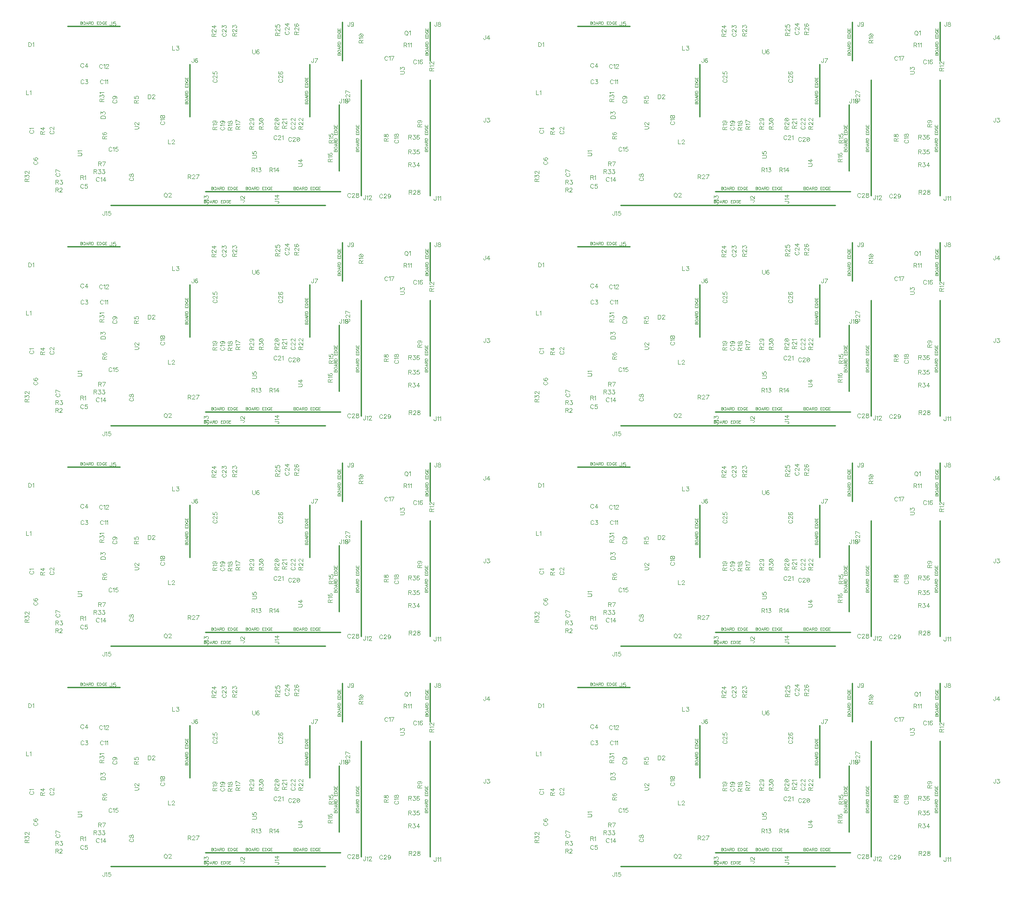
<source format=gbr>
G04 DipTrace 2.4.0.2*
%INTopAssy.gbr*%
%MOIN*%
%ADD10C,0.0098*%
%ADD12C,0.003*%
%ADD84C,0.0046*%
%FSLAX44Y44*%
G04*
G70*
G90*
G75*
G01*
%LNTopAssy*%
%LPD*%
X20546Y6538D2*
D10*
X23334D1*
X8046Y18538D2*
X11834D1*
X16906Y11985D2*
Y15772D1*
X25594Y11985D2*
Y15772D1*
X34342Y16046D2*
Y18834D1*
X27967Y16046D2*
Y18834D1*
X27720Y8047D2*
Y12834D1*
X34342Y6251D2*
Y14629D1*
X29342Y6251D2*
Y14629D1*
X18046Y6538D2*
X20834D1*
X23046D2*
X27834D1*
X11160Y5538D2*
X26720D1*
X5340Y10983D2*
D84*
X5312Y10969D1*
X5283Y10940D1*
X5269Y10912D1*
Y10854D1*
X5283Y10826D1*
X5312Y10797D1*
X5340Y10782D1*
X5383Y10768D1*
X5455D1*
X5498Y10782D1*
X5527Y10797D1*
X5555Y10826D1*
X5570Y10854D1*
Y10912D1*
X5555Y10940D1*
X5527Y10969D1*
X5498Y10983D1*
X5326Y11076D2*
X5312Y11105D1*
X5269Y11148D1*
X5570D1*
X6814Y10942D2*
X6785Y10927D1*
X6757Y10899D1*
X6742Y10870D1*
Y10813D1*
X6757Y10784D1*
X6785Y10755D1*
X6814Y10741D1*
X6857Y10727D1*
X6929D1*
X6972Y10741D1*
X7001Y10755D1*
X7029Y10784D1*
X7044Y10813D1*
Y10870D1*
X7029Y10899D1*
X7001Y10927D1*
X6972Y10942D1*
X6814Y11049D2*
X6800D1*
X6771Y11063D1*
X6757Y11077D1*
X6743Y11106D1*
Y11164D1*
X6757Y11192D1*
X6771Y11206D1*
X6800Y11221D1*
X6828D1*
X6857Y11206D1*
X6900Y11178D1*
X7044Y11034D1*
Y11235D1*
X9203Y14590D2*
X9189Y14619D1*
X9160Y14648D1*
X9131Y14662D1*
X9074D1*
X9045Y14648D1*
X9017Y14619D1*
X9002Y14590D1*
X8988Y14547D1*
Y14475D1*
X9002Y14432D1*
X9017Y14404D1*
X9045Y14375D1*
X9074Y14360D1*
X9131D1*
X9160Y14375D1*
X9189Y14404D1*
X9203Y14432D1*
X9324Y14662D2*
X9482D1*
X9396Y14547D1*
X9439D1*
X9468Y14533D1*
X9482Y14518D1*
X9497Y14475D1*
Y14447D1*
X9482Y14404D1*
X9453Y14375D1*
X9410Y14360D1*
X9367D1*
X9324Y14375D1*
X9310Y14389D1*
X9296Y14418D1*
X9196Y15778D2*
X9181Y15806D1*
X9153Y15835D1*
X9124Y15849D1*
X9067D1*
X9038Y15835D1*
X9009Y15806D1*
X8995Y15778D1*
X8980Y15734D1*
Y15662D1*
X8995Y15620D1*
X9009Y15591D1*
X9038Y15562D1*
X9067Y15548D1*
X9124D1*
X9153Y15562D1*
X9181Y15591D1*
X9196Y15620D1*
X9432Y15548D2*
Y15849D1*
X9288Y15648D1*
X9504D1*
X9192Y7005D2*
X9178Y7034D1*
X9149Y7062D1*
X9121Y7077D1*
X9063D1*
X9034Y7062D1*
X9006Y7034D1*
X8991Y7005D1*
X8977Y6962D1*
Y6890D1*
X8991Y6847D1*
X9006Y6818D1*
X9034Y6790D1*
X9063Y6775D1*
X9121D1*
X9149Y6790D1*
X9178Y6818D1*
X9192Y6847D1*
X9457Y7076D2*
X9314D1*
X9299Y6947D1*
X9314Y6962D1*
X9357Y6976D1*
X9400D1*
X9443Y6962D1*
X9471Y6933D1*
X9486Y6890D1*
Y6861D1*
X9471Y6818D1*
X9443Y6789D1*
X9400Y6775D1*
X9357D1*
X9314Y6789D1*
X9299Y6804D1*
X9285Y6833D1*
X5626Y8725D2*
X5598Y8711D1*
X5569Y8682D1*
X5555Y8653D1*
Y8596D1*
X5569Y8567D1*
X5598Y8539D1*
X5626Y8524D1*
X5669Y8510D1*
X5741D1*
X5784Y8524D1*
X5813Y8539D1*
X5842Y8567D1*
X5856Y8596D1*
Y8653D1*
X5842Y8682D1*
X5813Y8711D1*
X5784Y8725D1*
X5598Y8990D2*
X5569Y8975D1*
X5555Y8932D1*
Y8904D1*
X5569Y8861D1*
X5612Y8832D1*
X5684Y8818D1*
X5756D1*
X5813Y8832D1*
X5842Y8861D1*
X5856Y8904D1*
Y8918D1*
X5842Y8961D1*
X5813Y8990D1*
X5770Y9004D1*
X5756D1*
X5713Y8990D1*
X5684Y8961D1*
X5670Y8918D1*
Y8904D1*
X5684Y8861D1*
X5713Y8832D1*
X5756Y8818D1*
X7251Y7861D2*
X7223Y7847D1*
X7194Y7818D1*
X7180Y7789D1*
Y7732D1*
X7194Y7703D1*
X7223Y7674D1*
X7251Y7660D1*
X7294Y7646D1*
X7366D1*
X7409Y7660D1*
X7438Y7674D1*
X7467Y7703D1*
X7481Y7732D1*
Y7789D1*
X7467Y7818D1*
X7438Y7847D1*
X7409Y7861D1*
X7481Y8011D2*
X7180Y8154D1*
Y7953D1*
X12590Y7543D2*
X12561Y7529D1*
X12532Y7500D1*
X12518Y7472D1*
Y7414D1*
X12532Y7385D1*
X12561Y7357D1*
X12590Y7342D1*
X12633Y7328D1*
X12705D1*
X12747Y7342D1*
X12776Y7357D1*
X12805Y7385D1*
X12819Y7414D1*
Y7472D1*
X12805Y7500D1*
X12776Y7529D1*
X12747Y7543D1*
X12518Y7707D2*
X12533Y7665D1*
X12561Y7650D1*
X12590D1*
X12618Y7665D1*
X12633Y7693D1*
X12647Y7751D1*
X12662Y7794D1*
X12690Y7822D1*
X12719Y7836D1*
X12762D1*
X12791Y7822D1*
X12805Y7808D1*
X12819Y7765D1*
Y7707D1*
X12805Y7665D1*
X12791Y7650D1*
X12762Y7636D1*
X12719D1*
X12690Y7650D1*
X12662Y7679D1*
X12647Y7722D1*
X12633Y7779D1*
X12618Y7808D1*
X12590Y7822D1*
X12561D1*
X12533Y7808D1*
X12518Y7765D1*
Y7707D1*
X11375Y13180D2*
X11347Y13166D1*
X11318Y13137D1*
X11304Y13108D1*
Y13051D1*
X11318Y13022D1*
X11347Y12994D1*
X11375Y12979D1*
X11419Y12965D1*
X11491D1*
X11533Y12979D1*
X11562Y12994D1*
X11591Y13022D1*
X11605Y13051D1*
Y13108D1*
X11591Y13137D1*
X11562Y13166D1*
X11533Y13180D1*
X11404Y13459D2*
X11447Y13445D1*
X11476Y13416D1*
X11491Y13373D1*
Y13359D1*
X11476Y13316D1*
X11447Y13287D1*
X11404Y13273D1*
X11390D1*
X11347Y13287D1*
X11318Y13316D1*
X11304Y13359D1*
Y13373D1*
X11318Y13416D1*
X11347Y13445D1*
X11404Y13459D1*
X11476D1*
X11548Y13445D1*
X11591Y13416D1*
X11605Y13373D1*
Y13345D1*
X11591Y13302D1*
X11562Y13287D1*
X14841Y11614D2*
X14812Y11600D1*
X14783Y11571D1*
X14769Y11543D1*
Y11485D1*
X14783Y11456D1*
X14812Y11428D1*
X14841Y11413D1*
X14884Y11399D1*
X14956D1*
X14999Y11413D1*
X15028Y11428D1*
X15056Y11456D1*
X15071Y11485D1*
Y11543D1*
X15056Y11571D1*
X15028Y11600D1*
X14999Y11614D1*
X14827Y11707D2*
X14812Y11736D1*
X14770Y11779D1*
X15071D1*
X14770Y11958D2*
X14784Y11915D1*
X14827Y11886D1*
X14899Y11871D1*
X14942D1*
X15013Y11886D1*
X15056Y11915D1*
X15071Y11958D1*
Y11986D1*
X15056Y12029D1*
X15013Y12058D1*
X14942Y12072D1*
X14899D1*
X14827Y12058D1*
X14784Y12029D1*
X14770Y11986D1*
Y11958D1*
X14827Y12058D2*
X15013Y11886D1*
X10623Y14590D2*
X10609Y14619D1*
X10580Y14648D1*
X10551Y14662D1*
X10494D1*
X10465Y14648D1*
X10437Y14619D1*
X10422Y14590D1*
X10408Y14547D1*
Y14475D1*
X10422Y14432D1*
X10437Y14404D1*
X10465Y14375D1*
X10494Y14360D1*
X10551D1*
X10580Y14375D1*
X10609Y14404D1*
X10623Y14432D1*
X10716Y14604D2*
X10744Y14619D1*
X10787Y14662D1*
Y14360D1*
X10880Y14604D2*
X10909Y14619D1*
X10952Y14662D1*
Y14360D1*
X10558Y15715D2*
X10544Y15744D1*
X10515Y15773D1*
X10487Y15787D1*
X10429D1*
X10401Y15773D1*
X10372Y15744D1*
X10357Y15715D1*
X10343Y15672D1*
Y15600D1*
X10357Y15558D1*
X10372Y15529D1*
X10401Y15500D1*
X10429Y15486D1*
X10487D1*
X10515Y15500D1*
X10544Y15529D1*
X10558Y15558D1*
X10651Y15729D2*
X10680Y15744D1*
X10723Y15787D1*
Y15486D1*
X10830Y15715D2*
Y15729D1*
X10844Y15758D1*
X10859Y15772D1*
X10888Y15787D1*
X10945D1*
X10973Y15772D1*
X10988Y15758D1*
X11002Y15729D1*
Y15701D1*
X10988Y15672D1*
X10959Y15629D1*
X10816Y15486D1*
X11017D1*
X10333Y7505D2*
X10319Y7533D1*
X10290Y7562D1*
X10262Y7576D1*
X10204D1*
X10176Y7562D1*
X10147Y7533D1*
X10132Y7505D1*
X10118Y7461D1*
Y7389D1*
X10132Y7347D1*
X10147Y7318D1*
X10176Y7289D1*
X10204Y7275D1*
X10262D1*
X10290Y7289D1*
X10319Y7318D1*
X10333Y7347D1*
X10426Y7518D2*
X10455Y7533D1*
X10498Y7576D1*
Y7275D1*
X10734D2*
Y7576D1*
X10591Y7375D1*
X10806D1*
X11235Y9693D2*
X11221Y9721D1*
X11192Y9750D1*
X11164Y9764D1*
X11106D1*
X11077Y9750D1*
X11049Y9721D1*
X11034Y9693D1*
X11020Y9649D1*
Y9578D1*
X11034Y9535D1*
X11049Y9506D1*
X11077Y9477D1*
X11106Y9463D1*
X11164D1*
X11192Y9477D1*
X11221Y9506D1*
X11235Y9535D1*
X11328Y9707D2*
X11357Y9721D1*
X11400Y9764D1*
Y9463D1*
X11665Y9764D2*
X11521D1*
X11507Y9635D1*
X11521Y9649D1*
X11564Y9664D1*
X11607D1*
X11650Y9649D1*
X11679Y9621D1*
X11693Y9578D1*
Y9549D1*
X11679Y9506D1*
X11650Y9477D1*
X11607Y9463D1*
X11564D1*
X11521Y9477D1*
X11507Y9492D1*
X11492Y9520D1*
X33342Y16040D2*
X33328Y16069D1*
X33299Y16098D1*
X33271Y16112D1*
X33213D1*
X33184Y16098D1*
X33156Y16069D1*
X33141Y16040D1*
X33127Y15997D1*
Y15925D1*
X33141Y15883D1*
X33156Y15854D1*
X33184Y15825D1*
X33213Y15811D1*
X33271D1*
X33299Y15825D1*
X33328Y15854D1*
X33342Y15883D1*
X33435Y16054D2*
X33464Y16069D1*
X33507Y16112D1*
Y15811D1*
X33771Y16069D2*
X33757Y16098D1*
X33714Y16112D1*
X33686D1*
X33642Y16098D1*
X33614Y16054D1*
X33599Y15983D1*
Y15911D1*
X33614Y15854D1*
X33642Y15825D1*
X33686Y15811D1*
X33700D1*
X33743Y15825D1*
X33771Y15854D1*
X33786Y15897D1*
Y15911D1*
X33771Y15954D1*
X33743Y15983D1*
X33700Y15997D1*
X33686D1*
X33642Y15983D1*
X33614Y15954D1*
X33599Y15911D1*
X31256Y16298D2*
X31242Y16326D1*
X31213Y16355D1*
X31184Y16369D1*
X31127D1*
X31098Y16355D1*
X31070Y16326D1*
X31055Y16298D1*
X31041Y16255D1*
Y16183D1*
X31055Y16140D1*
X31070Y16111D1*
X31098Y16083D1*
X31127Y16068D1*
X31184D1*
X31213Y16083D1*
X31242Y16111D1*
X31256Y16140D1*
X31349Y16312D2*
X31378Y16326D1*
X31421Y16369D1*
Y16068D1*
X31571D2*
X31714Y16369D1*
X31513D1*
X31813Y10278D2*
X31784Y10264D1*
X31756Y10235D1*
X31741Y10207D1*
Y10149D1*
X31756Y10120D1*
X31784Y10092D1*
X31813Y10077D1*
X31856Y10063D1*
X31928D1*
X31971Y10077D1*
X32000Y10092D1*
X32028Y10120D1*
X32043Y10149D1*
Y10207D1*
X32028Y10235D1*
X32000Y10264D1*
X31971Y10278D1*
X31799Y10371D2*
X31784Y10400D1*
X31742Y10443D1*
X32043D1*
X31742Y10607D2*
X31756Y10564D1*
X31784Y10550D1*
X31813D1*
X31842Y10564D1*
X31856Y10593D1*
X31871Y10650D1*
X31885Y10693D1*
X31914Y10722D1*
X31942Y10736D1*
X31985D1*
X32014Y10722D1*
X32028Y10708D1*
X32043Y10664D1*
Y10607D1*
X32028Y10564D1*
X32014Y10550D1*
X31985Y10535D1*
X31942D1*
X31914Y10550D1*
X31885Y10579D1*
X31871Y10621D1*
X31856Y10679D1*
X31842Y10708D1*
X31813Y10722D1*
X31784D1*
X31756Y10708D1*
X31742Y10664D1*
Y10607D1*
X19190Y11224D2*
X19162Y11209D1*
X19133Y11181D1*
X19119Y11152D1*
Y11095D1*
X19133Y11066D1*
X19162Y11037D1*
X19190Y11023D1*
X19233Y11008D1*
X19305D1*
X19348Y11023D1*
X19377Y11037D1*
X19405Y11066D1*
X19420Y11095D1*
Y11152D1*
X19405Y11181D1*
X19377Y11209D1*
X19348Y11224D1*
X19176Y11316D2*
X19162Y11345D1*
X19119Y11388D1*
X19420D1*
X19219Y11668D2*
X19262Y11653D1*
X19291Y11625D1*
X19305Y11581D1*
Y11567D1*
X19291Y11524D1*
X19262Y11496D1*
X19219Y11481D1*
X19205D1*
X19162Y11496D1*
X19133Y11524D1*
X19119Y11567D1*
Y11581D1*
X19133Y11625D1*
X19162Y11653D1*
X19219Y11668D1*
X19291D1*
X19363Y11653D1*
X19406Y11625D1*
X19420Y11581D1*
Y11553D1*
X19406Y11510D1*
X19377Y11496D1*
X24274Y10416D2*
X24260Y10444D1*
X24231Y10473D1*
X24202Y10488D1*
X24145D1*
X24116Y10473D1*
X24088Y10444D1*
X24073Y10416D1*
X24059Y10373D1*
Y10301D1*
X24073Y10258D1*
X24088Y10229D1*
X24116Y10201D1*
X24145Y10186D1*
X24202D1*
X24231Y10201D1*
X24260Y10229D1*
X24274Y10258D1*
X24381Y10416D2*
Y10430D1*
X24396Y10459D1*
X24410Y10473D1*
X24439Y10487D1*
X24496D1*
X24525Y10473D1*
X24539Y10459D1*
X24553Y10430D1*
Y10401D1*
X24539Y10373D1*
X24510Y10330D1*
X24367Y10186D1*
X24568D1*
X24746Y10487D2*
X24703Y10473D1*
X24675Y10430D1*
X24660Y10358D1*
Y10315D1*
X24675Y10244D1*
X24703Y10200D1*
X24746Y10186D1*
X24775D1*
X24818Y10200D1*
X24847Y10244D1*
X24861Y10315D1*
Y10358D1*
X24847Y10430D1*
X24818Y10473D1*
X24775Y10487D1*
X24746D1*
X24847Y10430D2*
X24675Y10244D1*
X23211Y10540D2*
X23197Y10569D1*
X23168Y10598D1*
X23139Y10612D1*
X23082D1*
X23053Y10598D1*
X23024Y10569D1*
X23010Y10540D1*
X22996Y10497D1*
Y10425D1*
X23010Y10383D1*
X23024Y10354D1*
X23053Y10325D1*
X23082Y10311D1*
X23139D1*
X23168Y10325D1*
X23197Y10354D1*
X23211Y10383D1*
X23318Y10540D2*
Y10554D1*
X23332Y10583D1*
X23347Y10597D1*
X23375Y10612D1*
X23433D1*
X23461Y10597D1*
X23476Y10583D1*
X23490Y10554D1*
Y10526D1*
X23476Y10497D1*
X23447Y10454D1*
X23303Y10311D1*
X23504D1*
X23597Y10554D2*
X23626Y10569D1*
X23669Y10612D1*
Y10311D1*
X24315Y11277D2*
X24287Y11263D1*
X24258Y11234D1*
X24244Y11205D1*
Y11148D1*
X24258Y11119D1*
X24287Y11091D1*
X24315Y11076D1*
X24358Y11062D1*
X24430D1*
X24473Y11076D1*
X24502Y11091D1*
X24530Y11119D1*
X24545Y11148D1*
Y11205D1*
X24530Y11234D1*
X24502Y11263D1*
X24473Y11277D1*
X24316Y11384D2*
X24301D1*
X24272Y11399D1*
X24258Y11413D1*
X24244Y11442D1*
Y11499D1*
X24258Y11528D1*
X24272Y11542D1*
X24301Y11556D1*
X24330D1*
X24359Y11542D1*
X24401Y11513D1*
X24545Y11370D1*
Y11571D1*
X24316Y11678D2*
X24301D1*
X24272Y11692D1*
X24258Y11706D1*
X24244Y11735D1*
Y11793D1*
X24258Y11821D1*
X24272Y11835D1*
X24301Y11850D1*
X24330D1*
X24359Y11835D1*
X24401Y11807D1*
X24545Y11663D1*
Y11864D1*
X19315Y18028D2*
X19287Y18013D1*
X19258Y17985D1*
X19244Y17956D1*
Y17899D1*
X19258Y17870D1*
X19287Y17841D1*
X19315Y17827D1*
X19358Y17812D1*
X19430D1*
X19473Y17827D1*
X19502Y17841D1*
X19530Y17870D1*
X19545Y17899D1*
Y17956D1*
X19530Y17985D1*
X19502Y18013D1*
X19473Y18028D1*
X19315Y18135D2*
X19301D1*
X19272Y18149D1*
X19258Y18163D1*
X19244Y18192D1*
Y18250D1*
X19258Y18278D1*
X19272Y18292D1*
X19301Y18307D1*
X19330D1*
X19359Y18292D1*
X19401Y18264D1*
X19545Y18120D1*
Y18321D1*
X19244Y18443D2*
Y18600D1*
X19359Y18514D1*
Y18557D1*
X19373Y18586D1*
X19387Y18600D1*
X19430Y18615D1*
X19459D1*
X19502Y18600D1*
X19531Y18572D1*
X19545Y18529D1*
Y18485D1*
X19531Y18443D1*
X19516Y18428D1*
X19488Y18414D1*
X23878Y18164D2*
X23850Y18150D1*
X23821Y18121D1*
X23806Y18092D1*
Y18035D1*
X23821Y18006D1*
X23850Y17977D1*
X23878Y17963D1*
X23921Y17949D1*
X23993D1*
X24036Y17963D1*
X24065Y17977D1*
X24093Y18006D1*
X24108Y18035D1*
Y18092D1*
X24093Y18121D1*
X24065Y18150D1*
X24036Y18164D1*
X23878Y18271D2*
X23864D1*
X23835Y18285D1*
X23821Y18300D1*
X23807Y18328D1*
Y18386D1*
X23821Y18414D1*
X23835Y18429D1*
X23864Y18443D1*
X23893D1*
X23922Y18429D1*
X23964Y18400D1*
X24108Y18256D1*
Y18457D1*
Y18694D2*
X23807D1*
X24007Y18550D1*
Y18765D1*
X18654Y14675D2*
X18626Y14661D1*
X18597Y14632D1*
X18583Y14604D1*
Y14546D1*
X18597Y14517D1*
X18626Y14489D1*
X18654Y14474D1*
X18697Y14460D1*
X18769D1*
X18812Y14474D1*
X18841Y14489D1*
X18869Y14517D1*
X18884Y14546D1*
Y14604D1*
X18869Y14632D1*
X18841Y14661D1*
X18812Y14675D1*
X18654Y14783D2*
X18640D1*
X18611Y14797D1*
X18597Y14811D1*
X18583Y14840D1*
Y14897D1*
X18597Y14926D1*
X18611Y14940D1*
X18640Y14955D1*
X18669D1*
X18698Y14940D1*
X18740Y14912D1*
X18884Y14768D1*
Y14969D1*
X18583Y15234D2*
Y15090D1*
X18712Y15076D1*
X18698Y15090D1*
X18683Y15133D1*
Y15176D1*
X18698Y15219D1*
X18726Y15248D1*
X18769Y15262D1*
X18798D1*
X18841Y15248D1*
X18870Y15219D1*
X18884Y15176D1*
Y15133D1*
X18870Y15090D1*
X18855Y15076D1*
X18827Y15062D1*
X23404Y14683D2*
X23376Y14668D1*
X23347Y14639D1*
X23333Y14611D1*
Y14554D1*
X23347Y14525D1*
X23376Y14496D1*
X23404Y14482D1*
X23447Y14467D1*
X23519D1*
X23562Y14482D1*
X23591Y14496D1*
X23619Y14525D1*
X23634Y14554D1*
Y14611D1*
X23619Y14639D1*
X23591Y14668D1*
X23562Y14683D1*
X23405Y14790D2*
X23390D1*
X23361Y14804D1*
X23347Y14818D1*
X23333Y14847D1*
Y14904D1*
X23347Y14933D1*
X23361Y14947D1*
X23390Y14962D1*
X23419D1*
X23448Y14947D1*
X23490Y14919D1*
X23634Y14775D1*
Y14976D1*
X23376Y15241D2*
X23347Y15227D1*
X23333Y15184D1*
Y15155D1*
X23347Y15112D1*
X23390Y15083D1*
X23462Y15069D1*
X23534D1*
X23591Y15083D1*
X23620Y15112D1*
X23634Y15155D1*
Y15169D1*
X23620Y15212D1*
X23591Y15241D1*
X23548Y15255D1*
X23534D1*
X23490Y15241D1*
X23462Y15212D1*
X23448Y15169D1*
Y15155D1*
X23462Y15112D1*
X23490Y15083D1*
X23534Y15069D1*
X28277Y13299D2*
X28248Y13285D1*
X28220Y13256D1*
X28205Y13228D1*
Y13170D1*
X28220Y13141D1*
X28248Y13113D1*
X28277Y13098D1*
X28320Y13084D1*
X28392D1*
X28435Y13098D1*
X28464Y13113D1*
X28492Y13141D1*
X28507Y13170D1*
Y13228D1*
X28492Y13256D1*
X28464Y13285D1*
X28435Y13299D1*
X28277Y13406D2*
X28263D1*
X28234Y13421D1*
X28220Y13435D1*
X28206Y13464D1*
Y13521D1*
X28220Y13550D1*
X28234Y13564D1*
X28263Y13579D1*
X28292D1*
X28320Y13564D1*
X28363Y13535D1*
X28507Y13392D1*
Y13593D1*
Y13743D2*
X28206Y13886D1*
Y13685D1*
X28567Y6350D2*
X28552Y6378D1*
X28524Y6407D1*
X28495Y6421D1*
X28438D1*
X28409Y6407D1*
X28380Y6378D1*
X28366Y6350D1*
X28351Y6307D1*
Y6235D1*
X28366Y6192D1*
X28380Y6163D1*
X28409Y6135D1*
X28438Y6120D1*
X28495D1*
X28524Y6135D1*
X28552Y6163D1*
X28567Y6192D1*
X28674Y6349D2*
Y6364D1*
X28688Y6393D1*
X28702Y6407D1*
X28731Y6421D1*
X28789D1*
X28817Y6407D1*
X28831Y6393D1*
X28846Y6364D1*
Y6335D1*
X28831Y6306D1*
X28803Y6264D1*
X28659Y6120D1*
X28860D1*
X29025Y6421D2*
X28982Y6407D1*
X28967Y6378D1*
Y6349D1*
X28982Y6321D1*
X29010Y6306D1*
X29068Y6292D1*
X29111Y6278D1*
X29139Y6249D1*
X29154Y6220D1*
Y6177D1*
X29139Y6149D1*
X29125Y6134D1*
X29082Y6120D1*
X29025D1*
X28982Y6134D1*
X28967Y6149D1*
X28953Y6177D1*
Y6220D1*
X28967Y6249D1*
X28996Y6278D1*
X29039Y6292D1*
X29096Y6306D1*
X29125Y6321D1*
X29139Y6349D1*
Y6378D1*
X29125Y6407D1*
X29082Y6421D1*
X29025D1*
X30886Y6287D2*
X30872Y6316D1*
X30843Y6345D1*
X30815Y6359D1*
X30757D1*
X30728Y6345D1*
X30700Y6316D1*
X30685Y6287D1*
X30671Y6244D1*
Y6172D1*
X30685Y6129D1*
X30700Y6101D1*
X30728Y6072D1*
X30757Y6057D1*
X30815D1*
X30843Y6072D1*
X30872Y6101D1*
X30886Y6129D1*
X30993Y6287D2*
Y6301D1*
X31008Y6330D1*
X31022Y6344D1*
X31051Y6359D1*
X31108D1*
X31137Y6344D1*
X31151Y6330D1*
X31165Y6301D1*
Y6273D1*
X31151Y6244D1*
X31122Y6201D1*
X30979Y6057D1*
X31180D1*
X31459Y6258D2*
X31444Y6215D1*
X31416Y6186D1*
X31373Y6172D1*
X31359D1*
X31315Y6186D1*
X31287Y6215D1*
X31272Y6258D1*
Y6273D1*
X31287Y6316D1*
X31315Y6344D1*
X31359Y6359D1*
X31373D1*
X31416Y6344D1*
X31444Y6316D1*
X31459Y6258D1*
Y6186D1*
X31444Y6115D1*
X31416Y6072D1*
X31373Y6057D1*
X31344D1*
X31301Y6072D1*
X31287Y6101D1*
X5195Y17362D2*
Y17060D1*
X5296D1*
X5339Y17075D1*
X5368Y17104D1*
X5382Y17132D1*
X5396Y17175D1*
Y17247D1*
X5382Y17290D1*
X5368Y17319D1*
X5339Y17348D1*
X5296Y17362D1*
X5195D1*
X5489Y17304D2*
X5518Y17319D1*
X5561Y17362D1*
Y17060D1*
X13882Y13585D2*
Y13283D1*
X13982D1*
X14025Y13298D1*
X14054Y13326D1*
X14068Y13355D1*
X14082Y13398D1*
Y13470D1*
X14068Y13513D1*
X14054Y13542D1*
X14025Y13570D1*
X13982Y13585D1*
X13882D1*
X14190Y13513D2*
Y13527D1*
X14204Y13556D1*
X14218Y13570D1*
X14247Y13584D1*
X14304D1*
X14333Y13570D1*
X14347Y13556D1*
X14362Y13527D1*
Y13498D1*
X14347Y13470D1*
X14319Y13427D1*
X14175Y13283D1*
X14376D1*
X10452Y11850D2*
X10753D1*
Y11951D1*
X10739Y11994D1*
X10710Y12023D1*
X10681Y12037D1*
X10639Y12051D1*
X10567D1*
X10524Y12037D1*
X10495Y12023D1*
X10466Y11994D1*
X10452Y11951D1*
Y11850D1*
Y12173D2*
Y12330D1*
X10567Y12244D1*
Y12287D1*
X10581Y12316D1*
X10596Y12330D1*
X10639Y12345D1*
X10667D1*
X10710Y12330D1*
X10739Y12302D1*
X10753Y12259D1*
Y12215D1*
X10739Y12173D1*
X10725Y12158D1*
X10696Y12144D1*
X20563Y5927D2*
X20793D1*
X20836Y5913D1*
X20850Y5899D1*
X20865Y5870D1*
Y5841D1*
X20850Y5813D1*
X20836Y5798D1*
X20793Y5784D1*
X20764D1*
X20635Y6035D2*
X20621D1*
X20592Y6049D1*
X20578Y6063D1*
X20564Y6092D1*
Y6149D1*
X20578Y6178D1*
X20592Y6192D1*
X20621Y6207D1*
X20649D1*
X20678Y6192D1*
X20721Y6164D1*
X20865Y6020D1*
Y6221D1*
X38365Y11879D2*
Y11650D1*
X38351Y11607D1*
X38336Y11592D1*
X38308Y11578D1*
X38279D1*
X38250Y11592D1*
X38236Y11607D1*
X38221Y11650D1*
Y11678D1*
X38486Y11879D2*
X38644D1*
X38558Y11764D1*
X38601D1*
X38630Y11750D1*
X38644Y11736D1*
X38659Y11693D1*
Y11664D1*
X38644Y11621D1*
X38615Y11592D1*
X38572Y11578D1*
X38529D1*
X38486Y11592D1*
X38472Y11607D1*
X38458Y11635D1*
X38358Y17879D2*
Y17650D1*
X38344Y17607D1*
X38329Y17592D1*
X38300Y17578D1*
X38272D1*
X38243Y17592D1*
X38229Y17607D1*
X38214Y17650D1*
Y17678D1*
X38594Y17578D2*
Y17879D1*
X38451Y17678D1*
X38666D1*
X11240Y18879D2*
Y18650D1*
X11226Y18607D1*
X11211Y18592D1*
X11183Y18578D1*
X11154D1*
X11125Y18592D1*
X11111Y18607D1*
X11096Y18650D1*
Y18678D1*
X11505Y18879D2*
X11361D1*
X11347Y18750D1*
X11361Y18764D1*
X11405Y18779D1*
X11447D1*
X11490Y18764D1*
X11519Y18736D1*
X11534Y18693D1*
Y18664D1*
X11519Y18621D1*
X11490Y18592D1*
X11447Y18578D1*
X11405D1*
X11361Y18592D1*
X11347Y18607D1*
X11333Y18635D1*
X17187Y16211D2*
Y15982D1*
X17172Y15939D1*
X17158Y15925D1*
X17129Y15910D1*
X17101D1*
X17072Y15925D1*
X17058Y15939D1*
X17043Y15982D1*
Y16011D1*
X17451Y16168D2*
X17437Y16197D1*
X17394Y16211D1*
X17366D1*
X17322Y16197D1*
X17294Y16154D1*
X17279Y16082D1*
Y16011D1*
X17294Y15953D1*
X17322Y15924D1*
X17366Y15910D1*
X17380D1*
X17423Y15924D1*
X17451Y15953D1*
X17466Y15996D1*
Y16011D1*
X17451Y16054D1*
X17423Y16082D1*
X17380Y16096D1*
X17366D1*
X17322Y16082D1*
X17294Y16054D1*
X17279Y16011D1*
X25867Y16212D2*
Y15982D1*
X25853Y15939D1*
X25838Y15925D1*
X25810Y15910D1*
X25781D1*
X25752Y15925D1*
X25738Y15939D1*
X25724Y15982D1*
Y16011D1*
X26017Y15910D2*
X26161Y16211D1*
X25960D1*
X34803Y18835D2*
Y18606D1*
X34788Y18563D1*
X34774Y18549D1*
X34745Y18534D1*
X34716D1*
X34688Y18549D1*
X34674Y18563D1*
X34659Y18606D1*
Y18635D1*
X34967Y18835D2*
X34924Y18821D1*
X34910Y18792D1*
Y18764D1*
X34924Y18735D1*
X34953Y18720D1*
X35010Y18706D1*
X35053Y18692D1*
X35082Y18663D1*
X35096Y18635D1*
Y18591D1*
X35082Y18563D1*
X35067Y18548D1*
X35024Y18534D1*
X34967D1*
X34924Y18548D1*
X34910Y18563D1*
X34895Y18591D1*
Y18635D1*
X34910Y18663D1*
X34938Y18692D1*
X34981Y18706D1*
X35039Y18720D1*
X35067Y18735D1*
X35082Y18764D1*
Y18792D1*
X35067Y18821D1*
X35024Y18835D1*
X34967D1*
X28497D2*
Y18606D1*
X28483Y18563D1*
X28468Y18549D1*
X28440Y18534D1*
X28411D1*
X28382Y18549D1*
X28368Y18563D1*
X28354Y18606D1*
Y18635D1*
X28776Y18735D2*
X28762Y18692D1*
X28733Y18663D1*
X28690Y18649D1*
X28676D1*
X28633Y18663D1*
X28604Y18692D1*
X28590Y18735D1*
Y18749D1*
X28604Y18792D1*
X28633Y18821D1*
X28676Y18835D1*
X28690D1*
X28733Y18821D1*
X28762Y18792D1*
X28776Y18735D1*
Y18663D1*
X28762Y18591D1*
X28733Y18548D1*
X28690Y18534D1*
X28662D1*
X28619Y18548D1*
X28604Y18577D1*
X27911Y13274D2*
Y13044D1*
X27897Y13001D1*
X27882Y12987D1*
X27853Y12972D1*
X27825D1*
X27796Y12987D1*
X27782Y13001D1*
X27767Y13044D1*
Y13073D1*
X28003Y13216D2*
X28032Y13230D1*
X28075Y13273D1*
Y12972D1*
X28254Y13273D2*
X28211Y13259D1*
X28182Y13216D1*
X28168Y13144D1*
Y13101D1*
X28182Y13029D1*
X28211Y12986D1*
X28254Y12972D1*
X28283D1*
X28326Y12986D1*
X28354Y13029D1*
X28369Y13101D1*
Y13144D1*
X28354Y13216D1*
X28326Y13259D1*
X28283Y13273D1*
X28254D1*
X28354Y13216D2*
X28182Y13029D1*
X34760Y6193D2*
Y5964D1*
X34746Y5921D1*
X34731Y5906D1*
X34703Y5892D1*
X34674D1*
X34645Y5906D1*
X34631Y5921D1*
X34616Y5964D1*
Y5992D1*
X34853Y6136D2*
X34882Y6150D1*
X34925Y6193D1*
Y5892D1*
X35017Y6136D2*
X35046Y6150D1*
X35089Y6193D1*
Y5892D1*
X29633Y6256D2*
Y6026D1*
X29619Y5983D1*
X29604Y5969D1*
X29576Y5954D1*
X29547D1*
X29518Y5969D1*
X29504Y5983D1*
X29490Y6026D1*
Y6055D1*
X29726Y6198D2*
X29755Y6213D1*
X29798Y6255D1*
Y5954D1*
X29905Y6184D2*
Y6198D1*
X29919Y6227D1*
X29933Y6241D1*
X29962Y6255D1*
X30020D1*
X30048Y6241D1*
X30062Y6227D1*
X30077Y6198D1*
Y6170D1*
X30062Y6141D1*
X30034Y6098D1*
X29890Y5954D1*
X30091D1*
X17938Y5783D2*
X18168D1*
X18211Y5768D1*
X18225Y5754D1*
X18240Y5725D1*
Y5696D1*
X18225Y5668D1*
X18211Y5654D1*
X18168Y5639D1*
X18139D1*
X17996Y5875D2*
X17981Y5904D1*
X17938Y5947D1*
X18240D1*
X17938Y6069D2*
Y6226D1*
X18053Y6140D1*
Y6184D1*
X18067Y6212D1*
X18082Y6226D1*
X18125Y6241D1*
X18153D1*
X18196Y6226D1*
X18225Y6198D1*
X18240Y6155D1*
Y6112D1*
X18225Y6069D1*
X18211Y6055D1*
X18182Y6040D1*
X23063Y5838D2*
X23293D1*
X23336Y5824D1*
X23350Y5809D1*
X23365Y5781D1*
Y5752D1*
X23350Y5723D1*
X23336Y5709D1*
X23293Y5694D1*
X23264D1*
X23121Y5931D2*
X23106Y5960D1*
X23063Y6003D1*
X23365D1*
Y6239D2*
X23063D1*
X23264Y6095D1*
Y6311D1*
X10720Y5116D2*
Y4887D1*
X10706Y4843D1*
X10691Y4829D1*
X10663Y4815D1*
X10634D1*
X10605Y4829D1*
X10591Y4843D1*
X10577Y4887D1*
Y4915D1*
X10813Y5058D2*
X10842Y5073D1*
X10885Y5116D1*
Y4815D1*
X11150Y5116D2*
X11006D1*
X10992Y4987D1*
X11006Y5001D1*
X11049Y5016D1*
X11092D1*
X11135Y5001D1*
X11164Y4972D1*
X11178Y4929D1*
Y4901D1*
X11164Y4858D1*
X11135Y4829D1*
X11092Y4815D1*
X11049D1*
X11006Y4829D1*
X10992Y4843D1*
X10977Y4872D1*
X5033Y13867D2*
Y13565D1*
X5205D1*
X5297Y13809D2*
X5326Y13824D1*
X5369Y13867D1*
Y13565D1*
X15334Y10294D2*
Y9992D1*
X15506D1*
X15613Y10222D2*
Y10236D1*
X15627Y10265D1*
X15641Y10279D1*
X15670Y10293D1*
X15728D1*
X15756Y10279D1*
X15770Y10265D1*
X15785Y10236D1*
Y10208D1*
X15770Y10179D1*
X15742Y10136D1*
X15598Y9992D1*
X15799D1*
X15646Y17106D2*
Y16805D1*
X15818D1*
X15940Y17106D2*
X16097D1*
X16011Y16991D1*
X16054D1*
X16083Y16977D1*
X16097Y16963D1*
X16112Y16920D1*
Y16891D1*
X16097Y16848D1*
X16069Y16819D1*
X16026Y16805D1*
X15982D1*
X15940Y16819D1*
X15925Y16834D1*
X15911Y16862D1*
X32586Y18202D2*
X32557Y18188D1*
X32528Y18159D1*
X32514Y18131D1*
X32499Y18088D1*
Y18016D1*
X32514Y17973D1*
X32528Y17944D1*
X32557Y17915D1*
X32586Y17901D1*
X32643D1*
X32672Y17915D1*
X32700Y17944D1*
X32715Y17973D1*
X32729Y18016D1*
Y18088D1*
X32715Y18131D1*
X32700Y18159D1*
X32672Y18188D1*
X32643Y18202D1*
X32586D1*
X32629Y17959D2*
X32715Y17872D1*
X32822Y18145D2*
X32851Y18159D1*
X32894Y18202D1*
Y17901D1*
X15116Y6429D2*
X15088Y6415D1*
X15059Y6386D1*
X15045Y6357D1*
X15030Y6314D1*
Y6243D1*
X15045Y6200D1*
X15059Y6171D1*
X15088Y6142D1*
X15116Y6128D1*
X15174D1*
X15203Y6142D1*
X15231Y6171D1*
X15245Y6200D1*
X15260Y6243D1*
Y6314D1*
X15245Y6357D1*
X15231Y6386D1*
X15203Y6415D1*
X15174Y6429D1*
X15116D1*
X15160Y6185D2*
X15245Y6099D1*
X15367Y6357D2*
Y6371D1*
X15382Y6400D1*
X15396Y6414D1*
X15425Y6429D1*
X15482D1*
X15511Y6414D1*
X15525Y6400D1*
X15539Y6371D1*
Y6343D1*
X15525Y6314D1*
X15496Y6271D1*
X15353Y6128D1*
X15554D1*
X8986Y7558D2*
X9115D1*
X9158Y7573D1*
X9173Y7587D1*
X9187Y7615D1*
Y7644D1*
X9173Y7673D1*
X9158Y7687D1*
X9115Y7702D1*
X8986D1*
Y7400D1*
X9087Y7558D2*
X9187Y7400D1*
X9280Y7644D2*
X9309Y7659D1*
X9352Y7701D1*
Y7400D1*
X7153Y6665D2*
X7282D1*
X7325Y6679D1*
X7340Y6694D1*
X7354Y6722D1*
Y6751D1*
X7340Y6780D1*
X7325Y6794D1*
X7282Y6808D1*
X7153D1*
Y6507D1*
X7254Y6665D2*
X7354Y6507D1*
X7461Y6736D2*
Y6751D1*
X7476Y6780D1*
X7490Y6794D1*
X7519Y6808D1*
X7576D1*
X7605Y6794D1*
X7619Y6780D1*
X7633Y6751D1*
Y6722D1*
X7619Y6693D1*
X7590Y6651D1*
X7447Y6507D1*
X7648D1*
X7171Y7227D2*
X7300D1*
X7343Y7242D1*
X7358Y7256D1*
X7372Y7285D1*
Y7313D1*
X7358Y7342D1*
X7343Y7357D1*
X7300Y7371D1*
X7171D1*
Y7069D1*
X7272Y7227D2*
X7372Y7069D1*
X7494Y7371D2*
X7651D1*
X7565Y7256D1*
X7609D1*
X7637Y7242D1*
X7651Y7227D1*
X7666Y7184D1*
Y7156D1*
X7651Y7113D1*
X7623Y7084D1*
X7580Y7069D1*
X7537D1*
X7494Y7084D1*
X7480Y7098D1*
X7465Y7127D1*
X6198Y10708D2*
Y10837D1*
X6184Y10880D1*
X6170Y10895D1*
X6141Y10909D1*
X6112D1*
X6084Y10895D1*
X6069Y10880D1*
X6055Y10837D1*
Y10708D1*
X6356D1*
X6198Y10809D2*
X6356Y10909D1*
Y11145D2*
X6055D1*
X6256Y11002D1*
Y11217D1*
X13010Y12983D2*
Y13112D1*
X12995Y13155D1*
X12981Y13170D1*
X12953Y13184D1*
X12924D1*
X12895Y13170D1*
X12881Y13155D1*
X12866Y13112D1*
Y12983D1*
X13168D1*
X13010Y13084D2*
X13168Y13184D1*
X12867Y13449D2*
Y13306D1*
X12996Y13291D1*
X12981Y13306D1*
X12967Y13349D1*
Y13391D1*
X12981Y13435D1*
X13010Y13463D1*
X13053Y13478D1*
X13082D1*
X13125Y13463D1*
X13154Y13435D1*
X13168Y13391D1*
Y13349D1*
X13154Y13306D1*
X13139Y13291D1*
X13110Y13277D1*
X10697Y10365D2*
Y10494D1*
X10683Y10537D1*
X10669Y10552D1*
X10640Y10566D1*
X10611D1*
X10583Y10552D1*
X10568Y10537D1*
X10554Y10494D1*
Y10365D1*
X10855D1*
X10697Y10466D2*
X10855Y10566D1*
X10597Y10831D2*
X10568Y10817D1*
X10554Y10774D1*
Y10745D1*
X10568Y10702D1*
X10612Y10673D1*
X10683Y10659D1*
X10755D1*
X10812Y10673D1*
X10841Y10702D1*
X10855Y10745D1*
Y10759D1*
X10841Y10802D1*
X10812Y10831D1*
X10769Y10845D1*
X10755D1*
X10712Y10831D1*
X10683Y10802D1*
X10669Y10759D1*
Y10745D1*
X10683Y10702D1*
X10712Y10673D1*
X10755Y10659D1*
X10277Y8558D2*
X10406D1*
X10449Y8572D1*
X10464Y8586D1*
X10478Y8615D1*
Y8644D1*
X10464Y8672D1*
X10449Y8687D1*
X10406Y8701D1*
X10277D1*
Y8400D1*
X10378Y8558D2*
X10478Y8400D1*
X10628D2*
X10772Y8701D1*
X10571D1*
X31135Y10215D2*
Y10344D1*
X31120Y10387D1*
X31106Y10402D1*
X31078Y10416D1*
X31049D1*
X31020Y10402D1*
X31006Y10387D1*
X30991Y10344D1*
Y10215D1*
X31293D1*
X31135Y10315D2*
X31293Y10416D1*
X30992Y10580D2*
X31006Y10537D1*
X31034Y10523D1*
X31063D1*
X31092Y10537D1*
X31106Y10566D1*
X31121Y10623D1*
X31135Y10666D1*
X31164Y10695D1*
X31192Y10709D1*
X31235D1*
X31264Y10695D1*
X31279Y10681D1*
X31293Y10637D1*
Y10580D1*
X31279Y10537D1*
X31264Y10523D1*
X31235Y10508D1*
X31192D1*
X31164Y10523D1*
X31135Y10552D1*
X31121Y10594D1*
X31106Y10652D1*
X31092Y10681D1*
X31063Y10695D1*
X31034D1*
X31006Y10681D1*
X30992Y10637D1*
Y10580D1*
X33573Y11240D2*
Y11369D1*
X33558Y11412D1*
X33544Y11427D1*
X33515Y11441D1*
X33486D1*
X33458Y11427D1*
X33443Y11412D1*
X33429Y11369D1*
Y11240D1*
X33730D1*
X33573Y11341D2*
X33730Y11441D1*
X33529Y11721D2*
X33573Y11706D1*
X33601Y11677D1*
X33616Y11634D1*
Y11620D1*
X33601Y11577D1*
X33573Y11548D1*
X33529Y11534D1*
X33515D1*
X33472Y11548D1*
X33444Y11577D1*
X33429Y11620D1*
Y11634D1*
X33444Y11677D1*
X33472Y11706D1*
X33529Y11721D1*
X33601D1*
X33673Y11706D1*
X33716Y11677D1*
X33730Y11634D1*
Y11606D1*
X33716Y11563D1*
X33687Y11548D1*
X29322Y17338D2*
Y17467D1*
X29308Y17510D1*
X29294Y17525D1*
X29265Y17539D1*
X29236D1*
X29208Y17525D1*
X29193Y17510D1*
X29179Y17467D1*
Y17338D1*
X29480D1*
X29322Y17439D2*
X29480Y17539D1*
X29237Y17632D2*
X29222Y17661D1*
X29179Y17704D1*
X29480D1*
X29179Y17883D2*
X29193Y17840D1*
X29237Y17811D1*
X29308Y17796D1*
X29351D1*
X29423Y17811D1*
X29466Y17840D1*
X29480Y17883D1*
Y17911D1*
X29466Y17954D1*
X29423Y17983D1*
X29351Y17997D1*
X29308D1*
X29237Y17983D1*
X29193Y17954D1*
X29179Y17911D1*
Y17883D1*
X29237Y17983D2*
X29423Y17811D1*
X32447Y17183D2*
X32576D1*
X32619Y17197D1*
X32634Y17211D1*
X32648Y17240D1*
Y17269D1*
X32634Y17297D1*
X32619Y17312D1*
X32576Y17326D1*
X32447D1*
Y17025D1*
X32548Y17183D2*
X32648Y17025D1*
X32741Y17268D2*
X32770Y17283D1*
X32813Y17326D1*
Y17025D1*
X32905Y17268D2*
X32934Y17283D1*
X32977Y17326D1*
Y17025D1*
X34447Y15320D2*
Y15449D1*
X34433Y15492D1*
X34419Y15507D1*
X34390Y15521D1*
X34361D1*
X34333Y15507D1*
X34318Y15492D1*
X34304Y15449D1*
Y15320D1*
X34605D1*
X34447Y15421D2*
X34605Y15521D1*
X34362Y15614D2*
X34347Y15643D1*
X34304Y15686D1*
X34605D1*
X34376Y15793D2*
X34362D1*
X34333Y15807D1*
X34318Y15821D1*
X34304Y15850D1*
Y15908D1*
X34318Y15936D1*
X34333Y15950D1*
X34362Y15965D1*
X34390D1*
X34419Y15950D1*
X34462Y15922D1*
X34605Y15778D1*
Y15979D1*
X21401Y8120D2*
X21530D1*
X21573Y8135D1*
X21587Y8149D1*
X21602Y8177D1*
Y8206D1*
X21587Y8235D1*
X21573Y8249D1*
X21530Y8264D1*
X21401D1*
Y7962D1*
X21501Y8120D2*
X21602Y7962D1*
X21694Y8206D2*
X21723Y8221D1*
X21766Y8263D1*
Y7962D1*
X21888Y8263D2*
X22045D1*
X21959Y8149D1*
X22002D1*
X22031Y8134D1*
X22045Y8120D1*
X22060Y8077D1*
Y8048D1*
X22045Y8005D1*
X22017Y7976D1*
X21974Y7962D1*
X21930D1*
X21888Y7976D1*
X21873Y7991D1*
X21859Y8020D1*
X22688Y8120D2*
X22817D1*
X22860Y8135D1*
X22875Y8149D1*
X22889Y8177D1*
Y8206D1*
X22875Y8235D1*
X22860Y8249D1*
X22817Y8264D1*
X22688D1*
Y7962D1*
X22788Y8120D2*
X22889Y7962D1*
X22981Y8206D2*
X23010Y8221D1*
X23053Y8263D1*
Y7962D1*
X23290D2*
Y8263D1*
X23146Y8063D1*
X23361D1*
X27138Y10071D2*
Y10200D1*
X27123Y10243D1*
X27109Y10257D1*
X27081Y10272D1*
X27052D1*
X27023Y10257D1*
X27009Y10243D1*
X26994Y10200D1*
Y10071D1*
X27296D1*
X27138Y10171D2*
X27296Y10272D1*
X27052Y10364D2*
X27037Y10393D1*
X26995Y10436D1*
X27296D1*
X26995Y10701D2*
Y10558D1*
X27124Y10543D1*
X27109Y10558D1*
X27095Y10601D1*
Y10644D1*
X27109Y10687D1*
X27138Y10716D1*
X27181Y10730D1*
X27210D1*
X27253Y10716D1*
X27282Y10687D1*
X27296Y10644D1*
Y10601D1*
X27282Y10558D1*
X27267Y10543D1*
X27238Y10529D1*
X27075Y8703D2*
Y8832D1*
X27061Y8875D1*
X27047Y8890D1*
X27018Y8904D1*
X26989D1*
X26961Y8890D1*
X26946Y8875D1*
X26932Y8832D1*
Y8703D1*
X27233D1*
X27075Y8803D2*
X27233Y8904D1*
X26990Y8996D2*
X26975Y9025D1*
X26932Y9068D1*
X27233D1*
X26975Y9333D2*
X26946Y9319D1*
X26932Y9276D1*
Y9247D1*
X26946Y9204D1*
X26990Y9175D1*
X27061Y9161D1*
X27133D1*
X27190Y9175D1*
X27219Y9204D1*
X27233Y9247D1*
Y9262D1*
X27219Y9304D1*
X27190Y9333D1*
X27147Y9347D1*
X27133D1*
X27090Y9333D1*
X27061Y9304D1*
X27047Y9262D1*
Y9247D1*
X27061Y9204D1*
X27090Y9175D1*
X27133Y9161D1*
X20387Y11071D2*
Y11200D1*
X20373Y11243D1*
X20358Y11258D1*
X20330Y11272D1*
X20301D1*
X20272Y11258D1*
X20258Y11243D1*
X20244Y11200D1*
Y11071D1*
X20545D1*
X20387Y11171D2*
X20545Y11272D1*
X20301Y11365D2*
X20287Y11393D1*
X20244Y11437D1*
X20545D1*
Y11587D2*
X20244Y11730D1*
Y11529D1*
X19825Y11009D2*
Y11138D1*
X19810Y11181D1*
X19796Y11195D1*
X19767Y11210D1*
X19738D1*
X19710Y11195D1*
X19695Y11181D1*
X19681Y11138D1*
Y11009D1*
X19983D1*
X19825Y11109D2*
X19983Y11210D1*
X19739Y11302D2*
X19724Y11331D1*
X19681Y11374D1*
X19983D1*
X19681Y11538D2*
X19696Y11496D1*
X19724Y11481D1*
X19753D1*
X19782Y11496D1*
X19796Y11524D1*
X19810Y11582D1*
X19825Y11625D1*
X19854Y11653D1*
X19882Y11667D1*
X19925D1*
X19954Y11653D1*
X19968Y11639D1*
X19983Y11596D1*
Y11538D1*
X19968Y11496D1*
X19954Y11481D1*
X19925Y11467D1*
X19882D1*
X19854Y11481D1*
X19825Y11510D1*
X19810Y11553D1*
X19796Y11610D1*
X19782Y11639D1*
X19753Y11653D1*
X19724D1*
X19696Y11639D1*
X19681Y11596D1*
Y11538D1*
X18700Y11034D2*
Y11163D1*
X18685Y11206D1*
X18671Y11220D1*
X18642Y11235D1*
X18613D1*
X18585Y11220D1*
X18570Y11206D1*
X18556Y11163D1*
Y11034D1*
X18857D1*
X18700Y11134D2*
X18857Y11235D1*
X18614Y11327D2*
X18599Y11356D1*
X18556Y11399D1*
X18857D1*
X18656Y11679D2*
X18700Y11664D1*
X18728Y11636D1*
X18743Y11592D1*
Y11578D1*
X18728Y11535D1*
X18700Y11507D1*
X18656Y11492D1*
X18642D1*
X18599Y11507D1*
X18571Y11535D1*
X18556Y11578D1*
Y11592D1*
X18571Y11636D1*
X18599Y11664D1*
X18656Y11679D1*
X18728D1*
X18800Y11664D1*
X18843Y11636D1*
X18857Y11592D1*
Y11564D1*
X18843Y11521D1*
X18814Y11507D1*
X23200Y11069D2*
Y11198D1*
X23185Y11241D1*
X23171Y11256D1*
X23142Y11270D1*
X23113D1*
X23085Y11256D1*
X23070Y11241D1*
X23056Y11198D1*
Y11069D1*
X23358D1*
X23200Y11169D2*
X23358Y11270D1*
X23128Y11377D2*
X23114D1*
X23085Y11391D1*
X23071Y11406D1*
X23056Y11435D1*
Y11492D1*
X23071Y11520D1*
X23085Y11535D1*
X23114Y11549D1*
X23142D1*
X23171Y11535D1*
X23214Y11506D1*
X23358Y11363D1*
Y11564D1*
X23056Y11742D2*
X23071Y11699D1*
X23114Y11670D1*
X23185Y11656D1*
X23229D1*
X23300Y11670D1*
X23343Y11699D1*
X23358Y11742D1*
Y11771D1*
X23343Y11814D1*
X23300Y11843D1*
X23229Y11857D1*
X23185D1*
X23114Y11843D1*
X23071Y11814D1*
X23056Y11771D1*
Y11742D1*
X23114Y11843D2*
X23300Y11670D1*
X23762Y11133D2*
Y11262D1*
X23748Y11306D1*
X23733Y11320D1*
X23705Y11334D1*
X23676D1*
X23647Y11320D1*
X23633Y11306D1*
X23619Y11262D1*
Y11133D1*
X23920D1*
X23762Y11234D2*
X23920Y11334D1*
X23691Y11442D2*
X23676D1*
X23647Y11456D1*
X23633Y11470D1*
X23619Y11499D1*
Y11556D1*
X23633Y11585D1*
X23647Y11599D1*
X23676Y11614D1*
X23705D1*
X23734Y11599D1*
X23776Y11571D1*
X23920Y11427D1*
Y11628D1*
X23676Y11721D2*
X23662Y11750D1*
X23619Y11793D1*
X23920D1*
X24950Y11087D2*
Y11216D1*
X24935Y11259D1*
X24921Y11274D1*
X24892Y11288D1*
X24863D1*
X24835Y11274D1*
X24820Y11259D1*
X24806Y11216D1*
Y11087D1*
X25108D1*
X24950Y11188D2*
X25108Y11288D1*
X24878Y11395D2*
X24864D1*
X24835Y11410D1*
X24821Y11424D1*
X24806Y11453D1*
Y11510D1*
X24821Y11539D1*
X24835Y11553D1*
X24864Y11568D1*
X24892D1*
X24921Y11553D1*
X24964Y11524D1*
X25108Y11381D1*
Y11582D1*
X24878Y11689D2*
X24864D1*
X24835Y11703D1*
X24821Y11718D1*
X24806Y11746D1*
Y11804D1*
X24821Y11832D1*
X24835Y11847D1*
X24864Y11861D1*
X24892D1*
X24921Y11847D1*
X24964Y11818D1*
X25108Y11674D1*
Y11875D1*
X20137Y17838D2*
Y17967D1*
X20123Y18010D1*
X20108Y18025D1*
X20080Y18039D1*
X20051D1*
X20022Y18025D1*
X20008Y18010D1*
X19994Y17967D1*
Y17838D1*
X20295D1*
X20137Y17938D2*
X20295Y18039D1*
X20066Y18146D2*
X20051D1*
X20022Y18160D1*
X20008Y18175D1*
X19994Y18203D1*
Y18261D1*
X20008Y18289D1*
X20022Y18304D1*
X20051Y18318D1*
X20080D1*
X20109Y18304D1*
X20151Y18275D1*
X20295Y18131D1*
Y18332D1*
X19994Y18454D2*
Y18611D1*
X20109Y18525D1*
Y18569D1*
X20123Y18597D1*
X20137Y18611D1*
X20180Y18626D1*
X20209D1*
X20252Y18611D1*
X20281Y18583D1*
X20295Y18540D1*
Y18497D1*
X20281Y18454D1*
X20266Y18440D1*
X20238Y18425D1*
X18637Y17812D2*
Y17941D1*
X18622Y17985D1*
X18608Y17999D1*
X18580Y18013D1*
X18551D1*
X18522Y17999D1*
X18508Y17985D1*
X18493Y17941D1*
Y17812D1*
X18795D1*
X18637Y17913D2*
X18795Y18013D1*
X18565Y18121D2*
X18551D1*
X18522Y18135D1*
X18508Y18149D1*
X18494Y18178D1*
Y18235D1*
X18508Y18264D1*
X18522Y18278D1*
X18551Y18293D1*
X18580D1*
X18609Y18278D1*
X18651Y18250D1*
X18795Y18106D1*
Y18307D1*
Y18543D2*
X18494D1*
X18694Y18400D1*
Y18615D1*
X23263Y17882D2*
Y18011D1*
X23248Y18054D1*
X23234Y18069D1*
X23205Y18083D1*
X23176D1*
X23148Y18069D1*
X23133Y18054D1*
X23119Y18011D1*
Y17882D1*
X23420D1*
X23263Y17983D2*
X23420Y18083D1*
X23191Y18190D2*
X23177D1*
X23148Y18204D1*
X23134Y18219D1*
X23119Y18248D1*
Y18305D1*
X23134Y18333D1*
X23148Y18348D1*
X23177Y18362D1*
X23205D1*
X23234Y18348D1*
X23277Y18319D1*
X23420Y18176D1*
Y18377D1*
X23119Y18641D2*
Y18498D1*
X23248Y18484D1*
X23234Y18498D1*
X23219Y18541D1*
Y18584D1*
X23234Y18627D1*
X23263Y18656D1*
X23306Y18670D1*
X23334D1*
X23377Y18656D1*
X23406Y18627D1*
X23420Y18584D1*
Y18541D1*
X23406Y18498D1*
X23392Y18484D1*
X23363Y18469D1*
X24638Y17952D2*
Y18081D1*
X24623Y18124D1*
X24609Y18139D1*
X24580Y18153D1*
X24551D1*
X24523Y18139D1*
X24508Y18124D1*
X24494Y18081D1*
Y17952D1*
X24796D1*
X24638Y18052D2*
X24796Y18153D1*
X24566Y18260D2*
X24552D1*
X24523Y18274D1*
X24509Y18289D1*
X24494Y18317D1*
Y18375D1*
X24509Y18403D1*
X24523Y18418D1*
X24552Y18432D1*
X24580D1*
X24609Y18418D1*
X24652Y18389D1*
X24796Y18245D1*
Y18446D1*
X24537Y18711D2*
X24509Y18697D1*
X24494Y18654D1*
Y18625D1*
X24509Y18582D1*
X24552Y18553D1*
X24623Y18539D1*
X24695D1*
X24752Y18553D1*
X24781Y18582D1*
X24796Y18625D1*
Y18640D1*
X24781Y18682D1*
X24752Y18711D1*
X24709Y18725D1*
X24695D1*
X24652Y18711D1*
X24623Y18682D1*
X24609Y18640D1*
Y18625D1*
X24623Y18582D1*
X24652Y18553D1*
X24695Y18539D1*
X16774Y7620D2*
X16903D1*
X16946Y7635D1*
X16960Y7649D1*
X16975Y7677D1*
Y7706D1*
X16960Y7735D1*
X16946Y7749D1*
X16903Y7764D1*
X16774D1*
Y7462D1*
X16874Y7620D2*
X16975Y7462D1*
X17082Y7692D2*
Y7706D1*
X17096Y7735D1*
X17110Y7749D1*
X17139Y7763D1*
X17197D1*
X17225Y7749D1*
X17239Y7735D1*
X17254Y7706D1*
Y7677D1*
X17239Y7649D1*
X17211Y7606D1*
X17067Y7462D1*
X17268D1*
X17418D2*
X17562Y7763D1*
X17361D1*
X32818Y6495D2*
X32947D1*
X32990Y6510D1*
X33005Y6524D1*
X33019Y6552D1*
Y6581D1*
X33005Y6610D1*
X32990Y6624D1*
X32947Y6639D1*
X32818D1*
Y6337D1*
X32919Y6495D2*
X33019Y6337D1*
X33126Y6567D2*
Y6581D1*
X33141Y6610D1*
X33155Y6624D1*
X33184Y6638D1*
X33241D1*
X33270Y6624D1*
X33284Y6610D1*
X33299Y6581D1*
Y6552D1*
X33284Y6524D1*
X33255Y6481D1*
X33112Y6337D1*
X33313D1*
X33477Y6638D2*
X33434Y6624D1*
X33420Y6595D1*
Y6567D1*
X33434Y6538D1*
X33463Y6524D1*
X33520Y6509D1*
X33563Y6495D1*
X33592Y6466D1*
X33606Y6438D1*
Y6395D1*
X33592Y6366D1*
X33578Y6351D1*
X33534Y6337D1*
X33477D1*
X33434Y6351D1*
X33420Y6366D1*
X33405Y6395D1*
Y6438D1*
X33420Y6466D1*
X33449Y6495D1*
X33491Y6509D1*
X33549Y6524D1*
X33578Y6538D1*
X33592Y6567D1*
Y6595D1*
X33578Y6624D1*
X33534Y6638D1*
X33477D1*
X21385Y11075D2*
Y11204D1*
X21370Y11247D1*
X21356Y11262D1*
X21328Y11276D1*
X21299D1*
X21270Y11262D1*
X21256Y11247D1*
X21241Y11204D1*
Y11075D1*
X21543D1*
X21385Y11176D2*
X21543Y11276D1*
X21313Y11383D2*
X21299D1*
X21270Y11398D1*
X21256Y11412D1*
X21242Y11441D1*
Y11498D1*
X21256Y11527D1*
X21270Y11541D1*
X21299Y11555D1*
X21328D1*
X21356Y11541D1*
X21399Y11512D1*
X21543Y11369D1*
Y11570D1*
X21342Y11849D2*
X21385Y11834D1*
X21414Y11806D1*
X21428Y11763D1*
Y11748D1*
X21414Y11705D1*
X21385Y11677D1*
X21342Y11662D1*
X21328D1*
X21285Y11677D1*
X21256Y11705D1*
X21242Y11749D1*
Y11763D1*
X21256Y11806D1*
X21285Y11834D1*
X21342Y11849D1*
X21414D1*
X21485Y11834D1*
X21529Y11806D1*
X21543Y11763D1*
Y11734D1*
X21529Y11691D1*
X21500Y11677D1*
X22072Y11068D2*
Y11197D1*
X22058Y11240D1*
X22044Y11255D1*
X22015Y11269D1*
X21986D1*
X21958Y11255D1*
X21943Y11240D1*
X21929Y11197D1*
Y11068D1*
X22230D1*
X22072Y11168D2*
X22230Y11269D1*
X21929Y11390D2*
Y11548D1*
X22044Y11462D1*
Y11505D1*
X22058Y11534D1*
X22072Y11548D1*
X22116Y11563D1*
X22144D1*
X22187Y11548D1*
X22216Y11519D1*
X22230Y11476D1*
Y11433D1*
X22216Y11390D1*
X22201Y11376D1*
X22173Y11362D1*
X21929Y11741D2*
X21943Y11698D1*
X21987Y11669D1*
X22058Y11655D1*
X22101D1*
X22173Y11669D1*
X22216Y11698D1*
X22230Y11741D1*
Y11770D1*
X22216Y11813D1*
X22173Y11842D1*
X22101Y11856D1*
X22058D1*
X21987Y11842D1*
X21943Y11813D1*
X21929Y11770D1*
Y11741D1*
X21987Y11842D2*
X22173Y11669D1*
X10510Y13070D2*
Y13199D1*
X10495Y13242D1*
X10481Y13257D1*
X10453Y13271D1*
X10424D1*
X10395Y13257D1*
X10381Y13242D1*
X10366Y13199D1*
Y13070D1*
X10668D1*
X10510Y13171D2*
X10668Y13271D1*
X10367Y13393D2*
Y13550D1*
X10481Y13464D1*
Y13507D1*
X10496Y13536D1*
X10510Y13550D1*
X10553Y13565D1*
X10582D1*
X10625Y13550D1*
X10653Y13522D1*
X10668Y13478D1*
Y13435D1*
X10653Y13393D1*
X10639Y13378D1*
X10610Y13364D1*
X10424Y13657D2*
X10409Y13686D1*
X10367Y13729D1*
X10668D1*
X5072Y7256D2*
Y7385D1*
X5058Y7428D1*
X5044Y7442D1*
X5015Y7457D1*
X4986D1*
X4958Y7442D1*
X4943Y7428D1*
X4929Y7385D1*
Y7256D1*
X5230D1*
X5072Y7356D2*
X5230Y7457D1*
X4929Y7578D2*
Y7736D1*
X5044Y7650D1*
Y7693D1*
X5058Y7721D1*
X5072Y7736D1*
X5116Y7750D1*
X5144D1*
X5187Y7736D1*
X5216Y7707D1*
X5230Y7664D1*
Y7621D1*
X5216Y7578D1*
X5201Y7564D1*
X5173Y7549D1*
X5001Y7857D2*
X4987D1*
X4958Y7872D1*
X4943Y7886D1*
X4929Y7915D1*
Y7972D1*
X4943Y8001D1*
X4958Y8015D1*
X4987Y8029D1*
X5015D1*
X5044Y8015D1*
X5087Y7986D1*
X5230Y7843D1*
Y8044D1*
X9943Y7995D2*
X10072D1*
X10115Y8010D1*
X10130Y8024D1*
X10144Y8052D1*
Y8081D1*
X10130Y8110D1*
X10115Y8124D1*
X10072Y8139D1*
X9943D1*
Y7837D1*
X10044Y7995D2*
X10144Y7837D1*
X10266Y8138D2*
X10423D1*
X10337Y8024D1*
X10380D1*
X10409Y8009D1*
X10423Y7995D1*
X10438Y7952D1*
Y7923D1*
X10423Y7880D1*
X10395Y7852D1*
X10351Y7837D1*
X10308D1*
X10266Y7852D1*
X10251Y7866D1*
X10237Y7895D1*
X10559Y8138D2*
X10717D1*
X10631Y8024D1*
X10674D1*
X10702Y8009D1*
X10717Y7995D1*
X10731Y7952D1*
Y7923D1*
X10717Y7880D1*
X10688Y7852D1*
X10645Y7837D1*
X10602D1*
X10559Y7852D1*
X10545Y7866D1*
X10530Y7895D1*
X32767Y8495D2*
X32896D1*
X32939Y8510D1*
X32953Y8524D1*
X32968Y8552D1*
Y8581D1*
X32953Y8610D1*
X32939Y8624D1*
X32896Y8639D1*
X32767D1*
Y8337D1*
X32867Y8495D2*
X32968Y8337D1*
X33089Y8638D2*
X33247D1*
X33161Y8524D1*
X33204D1*
X33232Y8509D1*
X33247Y8495D1*
X33261Y8452D1*
Y8423D1*
X33247Y8380D1*
X33218Y8352D1*
X33175Y8337D1*
X33132D1*
X33089Y8352D1*
X33075Y8366D1*
X33060Y8395D1*
X33497Y8337D2*
Y8638D1*
X33354Y8438D1*
X33569D1*
X32774Y9433D2*
X32903D1*
X32946Y9447D1*
X32960Y9461D1*
X32975Y9490D1*
Y9519D1*
X32960Y9547D1*
X32946Y9562D1*
X32903Y9576D1*
X32774D1*
Y9275D1*
X32874Y9433D2*
X32975Y9275D1*
X33096Y9576D2*
X33254D1*
X33168Y9461D1*
X33211D1*
X33239Y9447D1*
X33254Y9433D1*
X33268Y9389D1*
Y9361D1*
X33254Y9318D1*
X33225Y9289D1*
X33182Y9275D1*
X33139D1*
X33096Y9289D1*
X33082Y9304D1*
X33067Y9332D1*
X33533Y9576D2*
X33390D1*
X33376Y9447D1*
X33390Y9461D1*
X33433Y9476D1*
X33476D1*
X33519Y9461D1*
X33548Y9433D1*
X33562Y9389D1*
Y9361D1*
X33548Y9318D1*
X33519Y9289D1*
X33476Y9275D1*
X33433D1*
X33390Y9289D1*
X33376Y9304D1*
X33361Y9332D1*
X32781Y10495D2*
X32910D1*
X32953Y10510D1*
X32968Y10524D1*
X32982Y10552D1*
Y10581D1*
X32968Y10610D1*
X32953Y10624D1*
X32910Y10639D1*
X32781D1*
Y10337D1*
X32882Y10495D2*
X32982Y10337D1*
X33104Y10638D2*
X33261D1*
X33175Y10524D1*
X33218D1*
X33247Y10509D1*
X33261Y10495D1*
X33276Y10452D1*
Y10423D1*
X33261Y10380D1*
X33233Y10352D1*
X33189Y10337D1*
X33146D1*
X33104Y10352D1*
X33089Y10366D1*
X33075Y10395D1*
X33540Y10596D2*
X33526Y10624D1*
X33483Y10638D1*
X33454D1*
X33411Y10624D1*
X33383Y10581D1*
X33368Y10509D1*
Y10438D1*
X33383Y10380D1*
X33411Y10352D1*
X33454Y10337D1*
X33469D1*
X33512Y10352D1*
X33540Y10380D1*
X33555Y10423D1*
Y10438D1*
X33540Y10481D1*
X33512Y10509D1*
X33469Y10524D1*
X33454D1*
X33411Y10509D1*
X33383Y10481D1*
X33368Y10438D1*
X8764Y9140D2*
X8979D1*
X9022Y9155D1*
X9051Y9184D1*
X9065Y9227D1*
Y9255D1*
X9051Y9298D1*
X9022Y9327D1*
X8979Y9341D1*
X8764D1*
X8822Y9434D2*
X8807Y9463D1*
X8764Y9506D1*
X9065D1*
X12889Y11076D2*
X13105D1*
X13148Y11090D1*
X13176Y11119D1*
X13191Y11162D1*
Y11191D1*
X13176Y11234D1*
X13148Y11263D1*
X13105Y11277D1*
X12889D1*
X12961Y11384D2*
X12947D1*
X12918Y11399D1*
X12904Y11413D1*
X12890Y11442D1*
Y11499D1*
X12904Y11528D1*
X12918Y11542D1*
X12947Y11556D1*
X12976D1*
X13005Y11542D1*
X13047Y11513D1*
X13191Y11370D1*
Y11571D1*
X32171Y15085D2*
X32387D1*
X32430Y15099D1*
X32458Y15128D1*
X32473Y15171D1*
Y15200D1*
X32458Y15243D1*
X32430Y15272D1*
X32387Y15286D1*
X32171D1*
X32172Y15407D2*
Y15565D1*
X32286Y15479D1*
Y15522D1*
X32301Y15551D1*
X32315Y15565D1*
X32358Y15579D1*
X32387D1*
X32430Y15565D1*
X32459Y15536D1*
X32473Y15493D1*
Y15450D1*
X32459Y15407D1*
X32444Y15393D1*
X32415Y15378D1*
X24762Y8381D2*
X24977D1*
X25021Y8396D1*
X25049Y8424D1*
X25064Y8467D1*
Y8496D1*
X25049Y8539D1*
X25021Y8568D1*
X24977Y8582D1*
X24762D1*
X25064Y8818D2*
X24763D1*
X24963Y8675D1*
Y8890D1*
X21434Y8970D2*
X21649D1*
X21692Y8984D1*
X21721Y9013D1*
X21736Y9056D1*
Y9085D1*
X21721Y9128D1*
X21692Y9157D1*
X21649Y9171D1*
X21434D1*
Y9436D2*
Y9293D1*
X21563Y9278D1*
X21549Y9293D1*
X21535Y9336D1*
Y9379D1*
X21549Y9422D1*
X21578Y9451D1*
X21621Y9465D1*
X21649D1*
X21692Y9451D1*
X21721Y9422D1*
X21736Y9379D1*
Y9336D1*
X21721Y9293D1*
X21707Y9278D1*
X21678Y9264D1*
X21452Y16838D2*
Y16622D1*
X21467Y16579D1*
X21495Y16551D1*
X21538Y16536D1*
X21567D1*
X21610Y16551D1*
X21639Y16579D1*
X21653Y16622D1*
Y16838D1*
X21918Y16794D2*
X21904Y16823D1*
X21861Y16837D1*
X21832D1*
X21789Y16823D1*
X21760Y16780D1*
X21746Y16708D1*
Y16637D1*
X21760Y16579D1*
X21789Y16550D1*
X21832Y16536D1*
X21846D1*
X21889Y16550D1*
X21918Y16579D1*
X21932Y16622D1*
Y16637D1*
X21918Y16680D1*
X21889Y16708D1*
X21846Y16722D1*
X21832D1*
X21789Y16708D1*
X21760Y16680D1*
X21746Y16637D1*
X20955Y6872D2*
D12*
Y6671D1*
X21042D1*
X21070Y6681D1*
X21080Y6690D1*
X21089Y6709D1*
Y6738D1*
X21080Y6757D1*
X21070Y6767D1*
X21042Y6776D1*
X21070Y6786D1*
X21080Y6796D1*
X21089Y6815D1*
Y6834D1*
X21080Y6853D1*
X21070Y6863D1*
X21042Y6872D1*
X20955D1*
Y6776D2*
X21042D1*
X21209Y6872D2*
X21189Y6863D1*
X21170Y6843D1*
X21161Y6824D1*
X21151Y6796D1*
Y6748D1*
X21161Y6719D1*
X21170Y6700D1*
X21189Y6681D1*
X21209Y6671D1*
X21247D1*
X21266Y6681D1*
X21285Y6700D1*
X21295Y6719D1*
X21304Y6748D1*
Y6796D1*
X21295Y6824D1*
X21285Y6843D1*
X21266Y6863D1*
X21247Y6872D1*
X21209D1*
X21519Y6671D2*
X21442Y6872D1*
X21366Y6671D1*
X21395Y6738D2*
X21490D1*
X21581Y6776D2*
X21667D1*
X21695Y6786D1*
X21705Y6796D1*
X21715Y6815D1*
Y6834D1*
X21705Y6853D1*
X21695Y6863D1*
X21667Y6872D1*
X21581D1*
Y6671D1*
X21648Y6776D2*
X21715Y6671D1*
X21776Y6872D2*
Y6671D1*
X21843D1*
X21872Y6681D1*
X21891Y6700D1*
X21901Y6719D1*
X21910Y6748D1*
Y6796D1*
X21901Y6824D1*
X21891Y6843D1*
X21872Y6863D1*
X21843Y6872D1*
X21776D1*
X22291D2*
X22167D1*
Y6671D1*
X22291D1*
X22167Y6776D2*
X22243D1*
X22353Y6872D2*
Y6671D1*
X22420D1*
X22448Y6681D1*
X22468Y6700D1*
X22477Y6719D1*
X22487Y6748D1*
Y6796D1*
X22477Y6824D1*
X22468Y6843D1*
X22448Y6863D1*
X22420Y6872D1*
X22353D1*
X22692Y6824D2*
X22682Y6843D1*
X22663Y6863D1*
X22644Y6872D1*
X22606D1*
X22587Y6863D1*
X22568Y6843D1*
X22558Y6824D1*
X22548Y6796D1*
Y6748D1*
X22558Y6719D1*
X22568Y6700D1*
X22587Y6681D1*
X22606Y6671D1*
X22644D1*
X22663Y6681D1*
X22682Y6700D1*
X22692Y6719D1*
Y6748D1*
X22644D1*
X22878Y6872D2*
X22754D1*
Y6671D1*
X22878D1*
X22754Y6776D2*
X22830D1*
X8956Y18872D2*
Y18671D1*
X9042D1*
X9071Y18681D1*
X9080Y18690D1*
X9090Y18709D1*
Y18738D1*
X9080Y18757D1*
X9071Y18767D1*
X9042Y18776D1*
X9071Y18786D1*
X9080Y18796D1*
X9090Y18815D1*
Y18834D1*
X9080Y18853D1*
X9071Y18863D1*
X9042Y18872D1*
X8956D1*
Y18776D2*
X9042D1*
X9209Y18872D2*
X9190Y18863D1*
X9171Y18843D1*
X9161Y18824D1*
X9151Y18796D1*
Y18748D1*
X9161Y18719D1*
X9171Y18700D1*
X9190Y18681D1*
X9209Y18671D1*
X9247D1*
X9266Y18681D1*
X9285Y18700D1*
X9295Y18719D1*
X9304Y18748D1*
Y18796D1*
X9295Y18824D1*
X9285Y18843D1*
X9266Y18863D1*
X9247Y18872D1*
X9209D1*
X9519Y18671D2*
X9443Y18872D1*
X9366Y18671D1*
X9395Y18738D2*
X9491D1*
X9581Y18776D2*
X9667D1*
X9696Y18786D1*
X9705Y18796D1*
X9715Y18815D1*
Y18834D1*
X9705Y18853D1*
X9696Y18863D1*
X9667Y18872D1*
X9581D1*
Y18671D1*
X9648Y18776D2*
X9715Y18671D1*
X9777Y18872D2*
Y18671D1*
X9844D1*
X9872Y18681D1*
X9892Y18700D1*
X9901Y18719D1*
X9911Y18748D1*
Y18796D1*
X9901Y18824D1*
X9892Y18843D1*
X9872Y18863D1*
X9844Y18872D1*
X9777D1*
X10291D2*
X10167D1*
Y18671D1*
X10291D1*
X10167Y18776D2*
X10243D1*
X10353Y18872D2*
Y18671D1*
X10420D1*
X10449Y18681D1*
X10468Y18700D1*
X10477Y18719D1*
X10487Y18748D1*
Y18796D1*
X10477Y18824D1*
X10468Y18843D1*
X10449Y18863D1*
X10420Y18872D1*
X10353D1*
X10692Y18824D2*
X10683Y18843D1*
X10663Y18863D1*
X10644Y18872D1*
X10606D1*
X10587Y18863D1*
X10568Y18843D1*
X10558Y18824D1*
X10549Y18796D1*
Y18748D1*
X10558Y18719D1*
X10568Y18700D1*
X10587Y18681D1*
X10606Y18671D1*
X10644D1*
X10663Y18681D1*
X10683Y18700D1*
X10692Y18719D1*
Y18748D1*
X10644D1*
X10878Y18872D2*
X10754D1*
Y18671D1*
X10878D1*
X10754Y18776D2*
X10830D1*
X16572Y12894D2*
X16773D1*
Y12980D1*
X16764Y13009D1*
X16754Y13018D1*
X16735Y13028D1*
X16706D1*
X16687Y13018D1*
X16678Y13009D1*
X16668Y12980D1*
X16658Y13009D1*
X16649Y13018D1*
X16630Y13028D1*
X16611D1*
X16592Y13018D1*
X16582Y13009D1*
X16572Y12980D1*
Y12894D1*
X16668D2*
Y12980D1*
X16572Y13147D2*
X16582Y13128D1*
X16601Y13109D1*
X16620Y13099D1*
X16649Y13090D1*
X16697D1*
X16725Y13099D1*
X16745Y13109D1*
X16764Y13128D1*
X16773Y13147D1*
Y13185D1*
X16764Y13204D1*
X16745Y13224D1*
X16725Y13233D1*
X16697Y13243D1*
X16649D1*
X16620Y13233D1*
X16601Y13224D1*
X16582Y13204D1*
X16572Y13185D1*
Y13147D1*
X16773Y13458D2*
X16572Y13381D1*
X16773Y13304D1*
X16706Y13333D2*
Y13429D1*
X16668Y13519D2*
Y13605D1*
X16658Y13634D1*
X16649Y13644D1*
X16630Y13653D1*
X16611D1*
X16592Y13644D1*
X16582Y13634D1*
X16572Y13605D1*
Y13519D1*
X16773D1*
X16668Y13586D2*
X16773Y13653D1*
X16572Y13715D2*
X16773D1*
Y13782D1*
X16764Y13811D1*
X16745Y13830D1*
X16725Y13840D1*
X16697Y13849D1*
X16649D1*
X16620Y13840D1*
X16601Y13830D1*
X16582Y13811D1*
X16572Y13782D1*
Y13715D1*
Y14230D2*
Y14105D1*
X16773D1*
Y14230D1*
X16668Y14105D2*
Y14182D1*
X16572Y14291D2*
X16773D1*
Y14358D1*
X16764Y14387D1*
X16745Y14406D1*
X16725Y14416D1*
X16697Y14425D1*
X16649D1*
X16620Y14416D1*
X16601Y14406D1*
X16582Y14387D1*
X16572Y14358D1*
Y14291D1*
X16620Y14631D2*
X16601Y14621D1*
X16582Y14602D1*
X16572Y14583D1*
Y14545D1*
X16582Y14525D1*
X16601Y14506D1*
X16620Y14497D1*
X16649Y14487D1*
X16697D1*
X16725Y14497D1*
X16745Y14506D1*
X16764Y14525D1*
X16773Y14545D1*
Y14583D1*
X16764Y14602D1*
X16745Y14621D1*
X16725Y14631D1*
X16697D1*
Y14583D1*
X16572Y14817D2*
Y14692D1*
X16773D1*
Y14817D1*
X16668Y14692D2*
Y14769D1*
X25260Y12894D2*
X25461D1*
Y12980D1*
X25451Y13009D1*
X25442Y13019D1*
X25423Y13028D1*
X25394D1*
X25375Y13019D1*
X25365Y13009D1*
X25356Y12980D1*
X25346Y13009D1*
X25337Y13019D1*
X25318Y13028D1*
X25298D1*
X25279Y13019D1*
X25270Y13009D1*
X25260Y12980D1*
Y12894D1*
X25356D2*
Y12980D1*
X25260Y13147D2*
X25270Y13128D1*
X25289Y13109D1*
X25308Y13099D1*
X25337Y13090D1*
X25385D1*
X25413Y13099D1*
X25432Y13109D1*
X25451Y13128D1*
X25461Y13147D1*
Y13186D1*
X25451Y13205D1*
X25432Y13224D1*
X25413Y13233D1*
X25385Y13243D1*
X25337D1*
X25308Y13233D1*
X25289Y13224D1*
X25270Y13205D1*
X25260Y13186D1*
Y13147D1*
X25461Y13458D2*
X25260Y13381D1*
X25461Y13305D1*
X25394Y13333D2*
Y13429D1*
X25356Y13520D2*
Y13606D1*
X25346Y13634D1*
X25337Y13644D1*
X25318Y13654D1*
X25298D1*
X25279Y13644D1*
X25270Y13634D1*
X25260Y13606D1*
Y13520D1*
X25461D1*
X25356Y13587D2*
X25461Y13654D1*
X25260Y13715D2*
X25461D1*
Y13782D1*
X25451Y13811D1*
X25432Y13830D1*
X25413Y13840D1*
X25385Y13849D1*
X25337D1*
X25308Y13840D1*
X25289Y13830D1*
X25270Y13811D1*
X25260Y13782D1*
Y13715D1*
Y14230D2*
Y14105D1*
X25461D1*
Y14230D1*
X25356Y14105D2*
Y14182D1*
X25260Y14291D2*
X25461D1*
Y14358D1*
X25451Y14387D1*
X25432Y14406D1*
X25413Y14416D1*
X25385Y14425D1*
X25337D1*
X25308Y14416D1*
X25289Y14406D1*
X25270Y14387D1*
X25260Y14358D1*
Y14291D1*
X25308Y14631D2*
X25289Y14621D1*
X25270Y14602D1*
X25260Y14583D1*
Y14545D1*
X25270Y14525D1*
X25289Y14506D1*
X25308Y14497D1*
X25337Y14487D1*
X25385D1*
X25413Y14497D1*
X25432Y14506D1*
X25451Y14525D1*
X25461Y14545D1*
Y14583D1*
X25451Y14602D1*
X25432Y14621D1*
X25413Y14631D1*
X25385D1*
Y14583D1*
X25260Y14817D2*
Y14692D1*
X25461D1*
Y14817D1*
X25356Y14692D2*
Y14769D1*
X34008Y16455D2*
X34209D1*
Y16542D1*
X34199Y16570D1*
X34190Y16580D1*
X34171Y16589D1*
X34142D1*
X34123Y16580D1*
X34113Y16570D1*
X34104Y16542D1*
X34094Y16570D1*
X34084Y16580D1*
X34065Y16589D1*
X34046D1*
X34027Y16580D1*
X34017Y16570D1*
X34008Y16542D1*
Y16455D1*
X34104D2*
Y16542D1*
X34008Y16709D2*
X34017Y16689D1*
X34037Y16670D1*
X34056Y16661D1*
X34084Y16651D1*
X34132D1*
X34161Y16661D1*
X34180Y16670D1*
X34199Y16689D1*
X34209Y16709D1*
Y16747D1*
X34199Y16766D1*
X34180Y16785D1*
X34161Y16795D1*
X34132Y16804D1*
X34084D1*
X34056Y16795D1*
X34037Y16785D1*
X34017Y16766D1*
X34008Y16747D1*
Y16709D1*
X34209Y17019D2*
X34008Y16942D1*
X34209Y16866D1*
X34142Y16895D2*
Y16990D1*
X34104Y17081D2*
Y17167D1*
X34094Y17195D1*
X34084Y17205D1*
X34065Y17215D1*
X34046D1*
X34027Y17205D1*
X34017Y17195D1*
X34008Y17167D1*
Y17081D1*
X34209D1*
X34104Y17148D2*
X34209Y17215D1*
X34008Y17276D2*
X34209D1*
Y17343D1*
X34199Y17372D1*
X34180Y17391D1*
X34161Y17401D1*
X34132Y17410D1*
X34084D1*
X34056Y17401D1*
X34037Y17391D1*
X34017Y17372D1*
X34008Y17343D1*
Y17276D1*
Y17791D2*
Y17667D1*
X34209D1*
Y17791D1*
X34104Y17667D2*
Y17743D1*
X34008Y17853D2*
X34209D1*
Y17920D1*
X34199Y17948D1*
X34180Y17968D1*
X34161Y17977D1*
X34132Y17987D1*
X34084D1*
X34056Y17977D1*
X34037Y17968D1*
X34017Y17948D1*
X34008Y17920D1*
Y17853D1*
X34056Y18192D2*
X34037Y18182D1*
X34017Y18163D1*
X34008Y18144D1*
Y18106D1*
X34017Y18087D1*
X34037Y18068D1*
X34056Y18058D1*
X34084Y18048D1*
X34132D1*
X34161Y18058D1*
X34180Y18068D1*
X34199Y18087D1*
X34209Y18106D1*
Y18144D1*
X34199Y18163D1*
X34180Y18182D1*
X34161Y18192D1*
X34132D1*
Y18144D1*
X34008Y18378D2*
Y18254D1*
X34209D1*
Y18378D1*
X34104Y18254D2*
Y18330D1*
X27633Y16455D2*
X27834D1*
Y16542D1*
X27824Y16570D1*
X27815Y16580D1*
X27796Y16589D1*
X27767D1*
X27748Y16580D1*
X27738Y16570D1*
X27729Y16542D1*
X27719Y16570D1*
X27709Y16580D1*
X27690Y16589D1*
X27671D1*
X27652Y16580D1*
X27642Y16570D1*
X27633Y16542D1*
Y16455D1*
X27729D2*
Y16542D1*
X27633Y16709D2*
X27642Y16689D1*
X27662Y16670D1*
X27681Y16661D1*
X27709Y16651D1*
X27757D1*
X27786Y16661D1*
X27805Y16670D1*
X27824Y16689D1*
X27834Y16709D1*
Y16747D1*
X27824Y16766D1*
X27805Y16785D1*
X27786Y16795D1*
X27757Y16804D1*
X27709D1*
X27681Y16795D1*
X27662Y16785D1*
X27642Y16766D1*
X27633Y16747D1*
Y16709D1*
X27834Y17019D2*
X27633Y16942D1*
X27834Y16866D1*
X27767Y16895D2*
Y16990D1*
X27729Y17081D2*
Y17167D1*
X27719Y17195D1*
X27709Y17205D1*
X27690Y17215D1*
X27671D1*
X27652Y17205D1*
X27642Y17195D1*
X27633Y17167D1*
Y17081D1*
X27834D1*
X27729Y17148D2*
X27834Y17215D1*
X27633Y17276D2*
X27834D1*
Y17343D1*
X27824Y17372D1*
X27805Y17391D1*
X27786Y17401D1*
X27757Y17410D1*
X27709D1*
X27681Y17401D1*
X27662Y17391D1*
X27642Y17372D1*
X27633Y17343D1*
Y17276D1*
Y17791D2*
Y17667D1*
X27834D1*
Y17791D1*
X27729Y17667D2*
Y17743D1*
X27633Y17853D2*
X27834D1*
Y17920D1*
X27824Y17948D1*
X27805Y17968D1*
X27786Y17977D1*
X27757Y17987D1*
X27709D1*
X27681Y17977D1*
X27662Y17968D1*
X27642Y17948D1*
X27633Y17920D1*
Y17853D1*
X27681Y18192D2*
X27662Y18182D1*
X27642Y18163D1*
X27633Y18144D1*
Y18106D1*
X27642Y18087D1*
X27662Y18068D1*
X27681Y18058D1*
X27709Y18048D1*
X27757D1*
X27786Y18058D1*
X27805Y18068D1*
X27824Y18087D1*
X27834Y18106D1*
Y18144D1*
X27824Y18163D1*
X27805Y18182D1*
X27786Y18192D1*
X27757D1*
Y18144D1*
X27633Y18378D2*
Y18254D1*
X27834D1*
Y18378D1*
X27729Y18254D2*
Y18330D1*
X27386Y9446D2*
X27587D1*
Y9533D1*
X27577Y9561D1*
X27568Y9571D1*
X27549Y9580D1*
X27520D1*
X27501Y9571D1*
X27491Y9561D1*
X27482Y9533D1*
X27472Y9561D1*
X27462Y9571D1*
X27443Y9580D1*
X27424D1*
X27405Y9571D1*
X27395Y9561D1*
X27386Y9533D1*
Y9446D1*
X27482D2*
Y9533D1*
X27386Y9700D2*
X27395Y9680D1*
X27415Y9661D1*
X27434Y9652D1*
X27462Y9642D1*
X27510D1*
X27539Y9652D1*
X27558Y9661D1*
X27577Y9680D1*
X27587Y9700D1*
Y9738D1*
X27577Y9757D1*
X27558Y9776D1*
X27539Y9786D1*
X27510Y9795D1*
X27462D1*
X27434Y9786D1*
X27415Y9776D1*
X27395Y9757D1*
X27386Y9738D1*
Y9700D1*
X27587Y10010D2*
X27386Y9933D1*
X27587Y9857D1*
X27520Y9886D2*
Y9981D1*
X27482Y10072D2*
Y10158D1*
X27472Y10186D1*
X27462Y10196D1*
X27443Y10206D1*
X27424D1*
X27405Y10196D1*
X27395Y10186D1*
X27386Y10158D1*
Y10072D1*
X27587D1*
X27482Y10139D2*
X27587Y10206D1*
X27386Y10267D2*
X27587D1*
Y10334D1*
X27577Y10363D1*
X27558Y10382D1*
X27539Y10392D1*
X27510Y10401D1*
X27462D1*
X27434Y10392D1*
X27415Y10382D1*
X27395Y10363D1*
X27386Y10334D1*
Y10267D1*
Y10782D2*
Y10658D1*
X27587D1*
Y10782D1*
X27482Y10658D2*
Y10734D1*
X27386Y10844D2*
X27587D1*
Y10911D1*
X27577Y10939D1*
X27558Y10959D1*
X27539Y10968D1*
X27510Y10978D1*
X27462D1*
X27434Y10968D1*
X27415Y10959D1*
X27395Y10939D1*
X27386Y10911D1*
Y10844D1*
X27434Y11183D2*
X27415Y11173D1*
X27395Y11154D1*
X27386Y11135D1*
Y11097D1*
X27395Y11078D1*
X27415Y11059D1*
X27434Y11049D1*
X27462Y11039D1*
X27510D1*
X27539Y11049D1*
X27558Y11059D1*
X27577Y11078D1*
X27587Y11097D1*
Y11135D1*
X27577Y11154D1*
X27558Y11173D1*
X27539Y11183D1*
X27510D1*
Y11135D1*
X27386Y11369D2*
Y11245D1*
X27587D1*
Y11369D1*
X27482Y11245D2*
Y11321D1*
X33959Y9446D2*
X34160D1*
Y9532D1*
X34150Y9561D1*
X34140Y9570D1*
X34121Y9580D1*
X34093D1*
X34073Y9570D1*
X34064Y9561D1*
X34054Y9532D1*
X34045Y9561D1*
X34035Y9570D1*
X34016Y9580D1*
X33997D1*
X33978Y9570D1*
X33968Y9561D1*
X33959Y9532D1*
Y9446D1*
X34054D2*
Y9532D1*
X33959Y9699D2*
X33968Y9680D1*
X33987Y9661D1*
X34006Y9651D1*
X34035Y9642D1*
X34083D1*
X34112Y9651D1*
X34131Y9661D1*
X34150Y9680D1*
X34160Y9699D1*
Y9737D1*
X34150Y9756D1*
X34131Y9776D1*
X34112Y9785D1*
X34083Y9795D1*
X34035D1*
X34006Y9785D1*
X33987Y9776D1*
X33968Y9756D1*
X33959Y9737D1*
Y9699D1*
X34160Y10010D2*
X33959Y9933D1*
X34160Y9856D1*
X34093Y9885D2*
Y9981D1*
X34054Y10071D2*
Y10157D1*
X34045Y10186D1*
X34035Y10196D1*
X34016Y10205D1*
X33997D1*
X33978Y10196D1*
X33968Y10186D1*
X33959Y10157D1*
Y10071D1*
X34160D1*
X34054Y10138D2*
X34160Y10205D1*
X33959Y10267D2*
X34160D1*
Y10334D1*
X34150Y10363D1*
X34131Y10382D1*
X34112Y10392D1*
X34083Y10401D1*
X34035D1*
X34006Y10392D1*
X33987Y10382D1*
X33968Y10363D1*
X33959Y10334D1*
Y10267D1*
Y10781D2*
Y10657D1*
X34160D1*
Y10781D1*
X34054Y10657D2*
Y10734D1*
X33959Y10843D2*
X34160D1*
Y10910D1*
X34150Y10939D1*
X34131Y10958D1*
X34112Y10968D1*
X34083Y10977D1*
X34035D1*
X34006Y10968D1*
X33987Y10958D1*
X33968Y10939D1*
X33959Y10910D1*
Y10843D1*
X34006Y11182D2*
X33987Y11173D1*
X33968Y11154D1*
X33959Y11135D1*
Y11096D1*
X33968Y11077D1*
X33987Y11058D1*
X34006Y11048D1*
X34035Y11039D1*
X34083D1*
X34112Y11048D1*
X34131Y11058D1*
X34150Y11077D1*
X34160Y11096D1*
Y11135D1*
X34150Y11154D1*
X34131Y11173D1*
X34112Y11182D1*
X34083D1*
Y11135D1*
X33959Y11368D2*
Y11244D1*
X34160D1*
Y11368D1*
X34054Y11244D2*
Y11321D1*
X28959Y9446D2*
X29160D1*
Y9532D1*
X29150Y9561D1*
X29140Y9570D1*
X29121Y9580D1*
X29093D1*
X29073Y9570D1*
X29064Y9561D1*
X29054Y9532D1*
X29045Y9561D1*
X29035Y9570D1*
X29016Y9580D1*
X28997D1*
X28978Y9570D1*
X28968Y9561D1*
X28959Y9532D1*
Y9446D1*
X29054D2*
Y9532D1*
X28959Y9699D2*
X28968Y9680D1*
X28987Y9661D1*
X29006Y9651D1*
X29035Y9642D1*
X29083D1*
X29112Y9651D1*
X29131Y9661D1*
X29150Y9680D1*
X29160Y9699D1*
Y9737D1*
X29150Y9756D1*
X29131Y9776D1*
X29112Y9785D1*
X29083Y9795D1*
X29035D1*
X29006Y9785D1*
X28987Y9776D1*
X28968Y9756D1*
X28959Y9737D1*
Y9699D1*
X29160Y10010D2*
X28959Y9933D1*
X29160Y9856D1*
X29093Y9885D2*
Y9981D1*
X29054Y10071D2*
Y10157D1*
X29045Y10186D1*
X29035Y10196D1*
X29016Y10205D1*
X28997D1*
X28978Y10196D1*
X28968Y10186D1*
X28959Y10157D1*
Y10071D1*
X29160D1*
X29054Y10138D2*
X29160Y10205D1*
X28959Y10267D2*
X29160D1*
Y10334D1*
X29150Y10363D1*
X29131Y10382D1*
X29112Y10392D1*
X29083Y10401D1*
X29035D1*
X29006Y10392D1*
X28987Y10382D1*
X28968Y10363D1*
X28959Y10334D1*
Y10267D1*
Y10781D2*
Y10657D1*
X29160D1*
Y10781D1*
X29054Y10657D2*
Y10734D1*
X28959Y10843D2*
X29160D1*
Y10910D1*
X29150Y10939D1*
X29131Y10958D1*
X29112Y10968D1*
X29083Y10977D1*
X29035D1*
X29006Y10968D1*
X28987Y10958D1*
X28968Y10939D1*
X28959Y10910D1*
Y10843D1*
X29006Y11182D2*
X28987Y11173D1*
X28968Y11154D1*
X28959Y11135D1*
Y11096D1*
X28968Y11077D1*
X28987Y11058D1*
X29006Y11048D1*
X29035Y11039D1*
X29083D1*
X29112Y11048D1*
X29131Y11058D1*
X29150Y11077D1*
X29160Y11096D1*
Y11135D1*
X29150Y11154D1*
X29131Y11173D1*
X29112Y11182D1*
X29083D1*
Y11135D1*
X28959Y11368D2*
Y11244D1*
X29160D1*
Y11368D1*
X29054Y11244D2*
Y11321D1*
X18455Y6872D2*
Y6671D1*
X18542D1*
X18570Y6681D1*
X18580Y6690D1*
X18589Y6709D1*
Y6738D1*
X18580Y6757D1*
X18570Y6767D1*
X18542Y6776D1*
X18570Y6786D1*
X18580Y6796D1*
X18589Y6815D1*
Y6834D1*
X18580Y6853D1*
X18570Y6863D1*
X18542Y6872D1*
X18455D1*
Y6776D2*
X18542D1*
X18709Y6872D2*
X18689Y6863D1*
X18670Y6843D1*
X18661Y6824D1*
X18651Y6796D1*
Y6748D1*
X18661Y6719D1*
X18670Y6700D1*
X18689Y6681D1*
X18709Y6671D1*
X18747D1*
X18766Y6681D1*
X18785Y6700D1*
X18795Y6719D1*
X18804Y6748D1*
Y6796D1*
X18795Y6824D1*
X18785Y6843D1*
X18766Y6863D1*
X18747Y6872D1*
X18709D1*
X19019Y6671D2*
X18942Y6872D1*
X18866Y6671D1*
X18895Y6738D2*
X18990D1*
X19081Y6776D2*
X19167D1*
X19195Y6786D1*
X19205Y6796D1*
X19215Y6815D1*
Y6834D1*
X19205Y6853D1*
X19195Y6863D1*
X19167Y6872D1*
X19081D1*
Y6671D1*
X19148Y6776D2*
X19215Y6671D1*
X19276Y6872D2*
Y6671D1*
X19343D1*
X19372Y6681D1*
X19391Y6700D1*
X19401Y6719D1*
X19410Y6748D1*
Y6796D1*
X19401Y6824D1*
X19391Y6843D1*
X19372Y6863D1*
X19343Y6872D1*
X19276D1*
X19791D2*
X19667D1*
Y6671D1*
X19791D1*
X19667Y6776D2*
X19743D1*
X19853Y6872D2*
Y6671D1*
X19920D1*
X19948Y6681D1*
X19968Y6700D1*
X19977Y6719D1*
X19987Y6748D1*
Y6796D1*
X19977Y6824D1*
X19968Y6843D1*
X19948Y6863D1*
X19920Y6872D1*
X19853D1*
X20192Y6824D2*
X20182Y6843D1*
X20163Y6863D1*
X20144Y6872D1*
X20106D1*
X20087Y6863D1*
X20068Y6843D1*
X20058Y6824D1*
X20048Y6796D1*
Y6748D1*
X20058Y6719D1*
X20068Y6700D1*
X20087Y6681D1*
X20106Y6671D1*
X20144D1*
X20163Y6681D1*
X20182Y6700D1*
X20192Y6719D1*
Y6748D1*
X20144D1*
X20378Y6872D2*
X20254D1*
Y6671D1*
X20378D1*
X20254Y6776D2*
X20330D1*
X24446Y6872D2*
Y6671D1*
X24532D1*
X24561Y6681D1*
X24570Y6690D1*
X24580Y6709D1*
Y6738D1*
X24570Y6757D1*
X24561Y6767D1*
X24532Y6776D1*
X24561Y6786D1*
X24570Y6796D1*
X24580Y6815D1*
Y6834D1*
X24570Y6853D1*
X24561Y6863D1*
X24532Y6872D1*
X24446D1*
Y6776D2*
X24532D1*
X24699Y6872D2*
X24680Y6863D1*
X24661Y6843D1*
X24651Y6824D1*
X24642Y6796D1*
Y6748D1*
X24651Y6719D1*
X24661Y6700D1*
X24680Y6681D1*
X24699Y6671D1*
X24737D1*
X24756Y6681D1*
X24775Y6700D1*
X24785Y6719D1*
X24794Y6748D1*
Y6796D1*
X24785Y6824D1*
X24775Y6843D1*
X24756Y6863D1*
X24737Y6872D1*
X24699D1*
X25009Y6671D2*
X24933Y6872D1*
X24856Y6671D1*
X24885Y6738D2*
X24981D1*
X25071Y6776D2*
X25157D1*
X25186Y6786D1*
X25196Y6796D1*
X25205Y6815D1*
Y6834D1*
X25196Y6853D1*
X25186Y6863D1*
X25157Y6872D1*
X25071D1*
Y6671D1*
X25138Y6776D2*
X25205Y6671D1*
X25267Y6872D2*
Y6671D1*
X25334D1*
X25363Y6681D1*
X25382Y6700D1*
X25391Y6719D1*
X25401Y6748D1*
Y6796D1*
X25391Y6824D1*
X25382Y6843D1*
X25363Y6863D1*
X25334Y6872D1*
X25267D1*
X25781D2*
X25657D1*
Y6671D1*
X25781D1*
X25657Y6776D2*
X25734D1*
X25843Y6872D2*
Y6671D1*
X25910D1*
X25939Y6681D1*
X25958Y6700D1*
X25968Y6719D1*
X25977Y6748D1*
Y6796D1*
X25968Y6824D1*
X25958Y6843D1*
X25939Y6863D1*
X25910Y6872D1*
X25843D1*
X26182Y6824D2*
X26173Y6843D1*
X26154Y6863D1*
X26135Y6872D1*
X26096D1*
X26077Y6863D1*
X26058Y6843D1*
X26048Y6824D1*
X26039Y6796D1*
Y6748D1*
X26048Y6719D1*
X26058Y6700D1*
X26077Y6681D1*
X26096Y6671D1*
X26135D1*
X26154Y6681D1*
X26173Y6700D1*
X26182Y6719D1*
Y6748D1*
X26135D1*
X26368Y6872D2*
X26244D1*
Y6671D1*
X26368D1*
X26244Y6776D2*
X26321D1*
X17946Y5921D2*
Y5720D1*
X18032D1*
X18061Y5730D1*
X18070Y5740D1*
X18080Y5759D1*
Y5787D1*
X18070Y5807D1*
X18061Y5816D1*
X18032Y5826D1*
X18061Y5835D1*
X18070Y5845D1*
X18080Y5864D1*
Y5883D1*
X18070Y5902D1*
X18061Y5912D1*
X18032Y5921D1*
X17946D1*
Y5826D2*
X18032D1*
X18199Y5921D2*
X18180Y5912D1*
X18161Y5893D1*
X18151Y5874D1*
X18141Y5845D1*
Y5797D1*
X18151Y5768D1*
X18161Y5749D1*
X18180Y5730D1*
X18199Y5720D1*
X18237D1*
X18256Y5730D1*
X18275Y5749D1*
X18285Y5768D1*
X18294Y5797D1*
Y5845D1*
X18285Y5874D1*
X18275Y5893D1*
X18256Y5912D1*
X18237Y5921D1*
X18199D1*
X18509Y5720D2*
X18433Y5921D1*
X18356Y5720D1*
X18385Y5787D2*
X18481D1*
X18571Y5826D2*
X18657D1*
X18686Y5835D1*
X18696Y5845D1*
X18705Y5864D1*
Y5883D1*
X18696Y5902D1*
X18686Y5912D1*
X18657Y5921D1*
X18571D1*
Y5720D1*
X18638Y5826D2*
X18705Y5720D1*
X18767Y5921D2*
Y5720D1*
X18834D1*
X18863Y5730D1*
X18882Y5749D1*
X18891Y5768D1*
X18901Y5797D1*
Y5845D1*
X18891Y5874D1*
X18882Y5893D1*
X18863Y5912D1*
X18834Y5921D1*
X18767D1*
X19281D2*
X19157D1*
Y5720D1*
X19281D1*
X19157Y5826D2*
X19233D1*
X19343Y5921D2*
Y5720D1*
X19410D1*
X19439Y5730D1*
X19458Y5749D1*
X19467Y5768D1*
X19477Y5797D1*
Y5845D1*
X19467Y5874D1*
X19458Y5893D1*
X19439Y5912D1*
X19410Y5921D1*
X19343D1*
X19682Y5874D2*
X19673Y5893D1*
X19653Y5912D1*
X19634Y5921D1*
X19596D1*
X19577Y5912D1*
X19558Y5893D1*
X19548Y5874D1*
X19539Y5845D1*
Y5797D1*
X19548Y5768D1*
X19558Y5749D1*
X19577Y5730D1*
X19596Y5720D1*
X19634D1*
X19653Y5730D1*
X19673Y5749D1*
X19682Y5768D1*
Y5797D1*
X19634D1*
X19868Y5921D2*
X19744D1*
Y5720D1*
X19868D1*
X19744Y5826D2*
X19820D1*
X57546Y6538D2*
D10*
X60334D1*
X45046Y18538D2*
X48834D1*
X53906Y11985D2*
Y15772D1*
X62594Y11985D2*
Y15772D1*
X71342Y16046D2*
Y18834D1*
X64967Y16046D2*
Y18834D1*
X64720Y8047D2*
Y12834D1*
X71342Y6251D2*
Y14629D1*
X66342Y6251D2*
Y14629D1*
X55046Y6538D2*
X57834D1*
X60046D2*
X64834D1*
X48160Y5538D2*
X63720D1*
X42340Y10983D2*
D84*
X42312Y10969D1*
X42283Y10940D1*
X42269Y10912D1*
Y10854D1*
X42283Y10826D1*
X42312Y10797D1*
X42340Y10782D1*
X42383Y10768D1*
X42455D1*
X42498Y10782D1*
X42527Y10797D1*
X42555Y10826D1*
X42570Y10854D1*
Y10912D1*
X42555Y10940D1*
X42527Y10969D1*
X42498Y10983D1*
X42326Y11076D2*
X42312Y11105D1*
X42269Y11148D1*
X42570D1*
X43814Y10942D2*
X43785Y10927D1*
X43757Y10899D1*
X43742Y10870D1*
Y10813D1*
X43757Y10784D1*
X43785Y10755D1*
X43814Y10741D1*
X43857Y10727D1*
X43929D1*
X43972Y10741D1*
X44001Y10755D1*
X44029Y10784D1*
X44044Y10813D1*
Y10870D1*
X44029Y10899D1*
X44001Y10927D1*
X43972Y10942D1*
X43814Y11049D2*
X43800D1*
X43771Y11063D1*
X43757Y11077D1*
X43743Y11106D1*
Y11164D1*
X43757Y11192D1*
X43771Y11206D1*
X43800Y11221D1*
X43828D1*
X43857Y11206D1*
X43900Y11178D1*
X44044Y11034D1*
Y11235D1*
X46203Y14590D2*
X46189Y14619D1*
X46160Y14648D1*
X46131Y14662D1*
X46074D1*
X46045Y14648D1*
X46017Y14619D1*
X46002Y14590D1*
X45988Y14547D1*
Y14475D1*
X46002Y14432D1*
X46017Y14404D1*
X46045Y14375D1*
X46074Y14360D1*
X46131D1*
X46160Y14375D1*
X46189Y14404D1*
X46203Y14432D1*
X46324Y14662D2*
X46482D1*
X46396Y14547D1*
X46439D1*
X46468Y14533D1*
X46482Y14518D1*
X46497Y14475D1*
Y14447D1*
X46482Y14404D1*
X46453Y14375D1*
X46410Y14360D1*
X46367D1*
X46324Y14375D1*
X46310Y14389D1*
X46296Y14418D1*
X46196Y15778D2*
X46181Y15806D1*
X46153Y15835D1*
X46124Y15849D1*
X46067D1*
X46038Y15835D1*
X46009Y15806D1*
X45995Y15778D1*
X45980Y15734D1*
Y15662D1*
X45995Y15620D1*
X46009Y15591D1*
X46038Y15562D1*
X46067Y15548D1*
X46124D1*
X46153Y15562D1*
X46181Y15591D1*
X46196Y15620D1*
X46432Y15548D2*
Y15849D1*
X46288Y15648D1*
X46504D1*
X46192Y7005D2*
X46178Y7034D1*
X46149Y7062D1*
X46121Y7077D1*
X46063D1*
X46034Y7062D1*
X46006Y7034D1*
X45991Y7005D1*
X45977Y6962D1*
Y6890D1*
X45991Y6847D1*
X46006Y6818D1*
X46034Y6790D1*
X46063Y6775D1*
X46121D1*
X46149Y6790D1*
X46178Y6818D1*
X46192Y6847D1*
X46457Y7076D2*
X46314D1*
X46299Y6947D1*
X46314Y6962D1*
X46357Y6976D1*
X46400D1*
X46443Y6962D1*
X46471Y6933D1*
X46486Y6890D1*
Y6861D1*
X46471Y6818D1*
X46443Y6789D1*
X46400Y6775D1*
X46357D1*
X46314Y6789D1*
X46299Y6804D1*
X46285Y6833D1*
X42626Y8725D2*
X42598Y8711D1*
X42569Y8682D1*
X42555Y8653D1*
Y8596D1*
X42569Y8567D1*
X42598Y8539D1*
X42626Y8524D1*
X42669Y8510D1*
X42741D1*
X42784Y8524D1*
X42813Y8539D1*
X42842Y8567D1*
X42856Y8596D1*
Y8653D1*
X42842Y8682D1*
X42813Y8711D1*
X42784Y8725D1*
X42598Y8990D2*
X42569Y8975D1*
X42555Y8932D1*
Y8904D1*
X42569Y8861D1*
X42612Y8832D1*
X42684Y8818D1*
X42756D1*
X42813Y8832D1*
X42842Y8861D1*
X42856Y8904D1*
Y8918D1*
X42842Y8961D1*
X42813Y8990D1*
X42770Y9004D1*
X42756D1*
X42713Y8990D1*
X42684Y8961D1*
X42670Y8918D1*
Y8904D1*
X42684Y8861D1*
X42713Y8832D1*
X42756Y8818D1*
X44251Y7861D2*
X44223Y7847D1*
X44194Y7818D1*
X44180Y7789D1*
Y7732D1*
X44194Y7703D1*
X44223Y7674D1*
X44251Y7660D1*
X44294Y7646D1*
X44366D1*
X44409Y7660D1*
X44438Y7674D1*
X44467Y7703D1*
X44481Y7732D1*
Y7789D1*
X44467Y7818D1*
X44438Y7847D1*
X44409Y7861D1*
X44481Y8011D2*
X44180Y8154D1*
Y7953D1*
X49590Y7543D2*
X49561Y7529D1*
X49532Y7500D1*
X49518Y7472D1*
Y7414D1*
X49532Y7385D1*
X49561Y7357D1*
X49590Y7342D1*
X49633Y7328D1*
X49705D1*
X49747Y7342D1*
X49776Y7357D1*
X49805Y7385D1*
X49819Y7414D1*
Y7472D1*
X49805Y7500D1*
X49776Y7529D1*
X49747Y7543D1*
X49518Y7707D2*
X49533Y7665D1*
X49561Y7650D1*
X49590D1*
X49618Y7665D1*
X49633Y7693D1*
X49647Y7751D1*
X49662Y7794D1*
X49690Y7822D1*
X49719Y7836D1*
X49762D1*
X49791Y7822D1*
X49805Y7808D1*
X49819Y7765D1*
Y7707D1*
X49805Y7665D1*
X49791Y7650D1*
X49762Y7636D1*
X49719D1*
X49690Y7650D1*
X49662Y7679D1*
X49647Y7722D1*
X49633Y7779D1*
X49618Y7808D1*
X49590Y7822D1*
X49561D1*
X49533Y7808D1*
X49518Y7765D1*
Y7707D1*
X48375Y13180D2*
X48347Y13166D1*
X48318Y13137D1*
X48304Y13108D1*
Y13051D1*
X48318Y13022D1*
X48347Y12994D1*
X48375Y12979D1*
X48419Y12965D1*
X48491D1*
X48533Y12979D1*
X48562Y12994D1*
X48591Y13022D1*
X48605Y13051D1*
Y13108D1*
X48591Y13137D1*
X48562Y13166D1*
X48533Y13180D1*
X48404Y13459D2*
X48447Y13445D1*
X48476Y13416D1*
X48491Y13373D1*
Y13359D1*
X48476Y13316D1*
X48447Y13287D1*
X48404Y13273D1*
X48390D1*
X48347Y13287D1*
X48318Y13316D1*
X48304Y13359D1*
Y13373D1*
X48318Y13416D1*
X48347Y13445D1*
X48404Y13459D1*
X48476D1*
X48548Y13445D1*
X48591Y13416D1*
X48605Y13373D1*
Y13345D1*
X48591Y13302D1*
X48562Y13287D1*
X51841Y11614D2*
X51812Y11600D1*
X51783Y11571D1*
X51769Y11543D1*
Y11485D1*
X51783Y11456D1*
X51812Y11428D1*
X51841Y11413D1*
X51884Y11399D1*
X51956D1*
X51999Y11413D1*
X52028Y11428D1*
X52056Y11456D1*
X52071Y11485D1*
Y11543D1*
X52056Y11571D1*
X52028Y11600D1*
X51999Y11614D1*
X51827Y11707D2*
X51812Y11736D1*
X51770Y11779D1*
X52071D1*
X51770Y11958D2*
X51784Y11915D1*
X51827Y11886D1*
X51899Y11871D1*
X51942D1*
X52013Y11886D1*
X52056Y11915D1*
X52071Y11958D1*
Y11986D1*
X52056Y12029D1*
X52013Y12058D1*
X51942Y12072D1*
X51899D1*
X51827Y12058D1*
X51784Y12029D1*
X51770Y11986D1*
Y11958D1*
X51827Y12058D2*
X52013Y11886D1*
X47623Y14590D2*
X47609Y14619D1*
X47580Y14648D1*
X47551Y14662D1*
X47494D1*
X47465Y14648D1*
X47437Y14619D1*
X47422Y14590D1*
X47408Y14547D1*
Y14475D1*
X47422Y14432D1*
X47437Y14404D1*
X47465Y14375D1*
X47494Y14360D1*
X47551D1*
X47580Y14375D1*
X47609Y14404D1*
X47623Y14432D1*
X47716Y14604D2*
X47744Y14619D1*
X47787Y14662D1*
Y14360D1*
X47880Y14604D2*
X47909Y14619D1*
X47952Y14662D1*
Y14360D1*
X47558Y15715D2*
X47544Y15744D1*
X47515Y15773D1*
X47487Y15787D1*
X47429D1*
X47401Y15773D1*
X47372Y15744D1*
X47357Y15715D1*
X47343Y15672D1*
Y15600D1*
X47357Y15558D1*
X47372Y15529D1*
X47401Y15500D1*
X47429Y15486D1*
X47487D1*
X47515Y15500D1*
X47544Y15529D1*
X47558Y15558D1*
X47651Y15729D2*
X47680Y15744D1*
X47723Y15787D1*
Y15486D1*
X47830Y15715D2*
Y15729D1*
X47844Y15758D1*
X47859Y15772D1*
X47888Y15787D1*
X47945D1*
X47973Y15772D1*
X47988Y15758D1*
X48002Y15729D1*
Y15701D1*
X47988Y15672D1*
X47959Y15629D1*
X47816Y15486D1*
X48017D1*
X47333Y7505D2*
X47319Y7533D1*
X47290Y7562D1*
X47262Y7576D1*
X47204D1*
X47176Y7562D1*
X47147Y7533D1*
X47132Y7505D1*
X47118Y7461D1*
Y7389D1*
X47132Y7347D1*
X47147Y7318D1*
X47176Y7289D1*
X47204Y7275D1*
X47262D1*
X47290Y7289D1*
X47319Y7318D1*
X47333Y7347D1*
X47426Y7518D2*
X47455Y7533D1*
X47498Y7576D1*
Y7275D1*
X47734D2*
Y7576D1*
X47591Y7375D1*
X47806D1*
X48235Y9693D2*
X48221Y9721D1*
X48192Y9750D1*
X48164Y9764D1*
X48106D1*
X48077Y9750D1*
X48049Y9721D1*
X48034Y9693D1*
X48020Y9649D1*
Y9578D1*
X48034Y9535D1*
X48049Y9506D1*
X48077Y9477D1*
X48106Y9463D1*
X48164D1*
X48192Y9477D1*
X48221Y9506D1*
X48235Y9535D1*
X48328Y9707D2*
X48357Y9721D1*
X48400Y9764D1*
Y9463D1*
X48665Y9764D2*
X48521D1*
X48507Y9635D1*
X48521Y9649D1*
X48564Y9664D1*
X48607D1*
X48650Y9649D1*
X48679Y9621D1*
X48693Y9578D1*
Y9549D1*
X48679Y9506D1*
X48650Y9477D1*
X48607Y9463D1*
X48564D1*
X48521Y9477D1*
X48507Y9492D1*
X48492Y9520D1*
X70342Y16040D2*
X70328Y16069D1*
X70299Y16098D1*
X70271Y16112D1*
X70213D1*
X70184Y16098D1*
X70156Y16069D1*
X70141Y16040D1*
X70127Y15997D1*
Y15925D1*
X70141Y15883D1*
X70156Y15854D1*
X70184Y15825D1*
X70213Y15811D1*
X70271D1*
X70299Y15825D1*
X70328Y15854D1*
X70342Y15883D1*
X70435Y16054D2*
X70464Y16069D1*
X70507Y16112D1*
Y15811D1*
X70771Y16069D2*
X70757Y16098D1*
X70714Y16112D1*
X70686D1*
X70642Y16098D1*
X70614Y16054D1*
X70599Y15983D1*
Y15911D1*
X70614Y15854D1*
X70642Y15825D1*
X70686Y15811D1*
X70700D1*
X70743Y15825D1*
X70771Y15854D1*
X70786Y15897D1*
Y15911D1*
X70771Y15954D1*
X70743Y15983D1*
X70700Y15997D1*
X70686D1*
X70642Y15983D1*
X70614Y15954D1*
X70599Y15911D1*
X68256Y16298D2*
X68242Y16326D1*
X68213Y16355D1*
X68184Y16369D1*
X68127D1*
X68098Y16355D1*
X68070Y16326D1*
X68055Y16298D1*
X68041Y16255D1*
Y16183D1*
X68055Y16140D1*
X68070Y16111D1*
X68098Y16083D1*
X68127Y16068D1*
X68184D1*
X68213Y16083D1*
X68242Y16111D1*
X68256Y16140D1*
X68349Y16312D2*
X68378Y16326D1*
X68421Y16369D1*
Y16068D1*
X68571D2*
X68714Y16369D1*
X68513D1*
X68813Y10278D2*
X68784Y10264D1*
X68756Y10235D1*
X68741Y10207D1*
Y10149D1*
X68756Y10120D1*
X68784Y10092D1*
X68813Y10077D1*
X68856Y10063D1*
X68928D1*
X68971Y10077D1*
X69000Y10092D1*
X69028Y10120D1*
X69043Y10149D1*
Y10207D1*
X69028Y10235D1*
X69000Y10264D1*
X68971Y10278D1*
X68799Y10371D2*
X68784Y10400D1*
X68742Y10443D1*
X69043D1*
X68742Y10607D2*
X68756Y10564D1*
X68784Y10550D1*
X68813D1*
X68842Y10564D1*
X68856Y10593D1*
X68871Y10650D1*
X68885Y10693D1*
X68914Y10722D1*
X68942Y10736D1*
X68985D1*
X69014Y10722D1*
X69028Y10708D1*
X69043Y10664D1*
Y10607D1*
X69028Y10564D1*
X69014Y10550D1*
X68985Y10535D1*
X68942D1*
X68914Y10550D1*
X68885Y10579D1*
X68871Y10621D1*
X68856Y10679D1*
X68842Y10708D1*
X68813Y10722D1*
X68784D1*
X68756Y10708D1*
X68742Y10664D1*
Y10607D1*
X56190Y11224D2*
X56162Y11209D1*
X56133Y11181D1*
X56119Y11152D1*
Y11095D1*
X56133Y11066D1*
X56162Y11037D1*
X56190Y11023D1*
X56233Y11008D1*
X56305D1*
X56348Y11023D1*
X56377Y11037D1*
X56405Y11066D1*
X56420Y11095D1*
Y11152D1*
X56405Y11181D1*
X56377Y11209D1*
X56348Y11224D1*
X56176Y11316D2*
X56162Y11345D1*
X56119Y11388D1*
X56420D1*
X56219Y11668D2*
X56262Y11653D1*
X56291Y11625D1*
X56305Y11581D1*
Y11567D1*
X56291Y11524D1*
X56262Y11496D1*
X56219Y11481D1*
X56205D1*
X56162Y11496D1*
X56133Y11524D1*
X56119Y11567D1*
Y11581D1*
X56133Y11625D1*
X56162Y11653D1*
X56219Y11668D1*
X56291D1*
X56363Y11653D1*
X56406Y11625D1*
X56420Y11581D1*
Y11553D1*
X56406Y11510D1*
X56377Y11496D1*
X61274Y10416D2*
X61260Y10444D1*
X61231Y10473D1*
X61202Y10488D1*
X61145D1*
X61116Y10473D1*
X61088Y10444D1*
X61073Y10416D1*
X61059Y10373D1*
Y10301D1*
X61073Y10258D1*
X61088Y10229D1*
X61116Y10201D1*
X61145Y10186D1*
X61202D1*
X61231Y10201D1*
X61260Y10229D1*
X61274Y10258D1*
X61381Y10416D2*
Y10430D1*
X61396Y10459D1*
X61410Y10473D1*
X61439Y10487D1*
X61496D1*
X61525Y10473D1*
X61539Y10459D1*
X61553Y10430D1*
Y10401D1*
X61539Y10373D1*
X61510Y10330D1*
X61367Y10186D1*
X61568D1*
X61746Y10487D2*
X61703Y10473D1*
X61675Y10430D1*
X61660Y10358D1*
Y10315D1*
X61675Y10244D1*
X61703Y10200D1*
X61746Y10186D1*
X61775D1*
X61818Y10200D1*
X61847Y10244D1*
X61861Y10315D1*
Y10358D1*
X61847Y10430D1*
X61818Y10473D1*
X61775Y10487D1*
X61746D1*
X61847Y10430D2*
X61675Y10244D1*
X60211Y10540D2*
X60197Y10569D1*
X60168Y10598D1*
X60139Y10612D1*
X60082D1*
X60053Y10598D1*
X60024Y10569D1*
X60010Y10540D1*
X59996Y10497D1*
Y10425D1*
X60010Y10383D1*
X60024Y10354D1*
X60053Y10325D1*
X60082Y10311D1*
X60139D1*
X60168Y10325D1*
X60197Y10354D1*
X60211Y10383D1*
X60318Y10540D2*
Y10554D1*
X60332Y10583D1*
X60347Y10597D1*
X60375Y10612D1*
X60433D1*
X60461Y10597D1*
X60476Y10583D1*
X60490Y10554D1*
Y10526D1*
X60476Y10497D1*
X60447Y10454D1*
X60303Y10311D1*
X60504D1*
X60597Y10554D2*
X60626Y10569D1*
X60669Y10612D1*
Y10311D1*
X61315Y11277D2*
X61287Y11263D1*
X61258Y11234D1*
X61244Y11205D1*
Y11148D1*
X61258Y11119D1*
X61287Y11091D1*
X61315Y11076D1*
X61358Y11062D1*
X61430D1*
X61473Y11076D1*
X61502Y11091D1*
X61530Y11119D1*
X61545Y11148D1*
Y11205D1*
X61530Y11234D1*
X61502Y11263D1*
X61473Y11277D1*
X61316Y11384D2*
X61301D1*
X61272Y11399D1*
X61258Y11413D1*
X61244Y11442D1*
Y11499D1*
X61258Y11528D1*
X61272Y11542D1*
X61301Y11556D1*
X61330D1*
X61359Y11542D1*
X61401Y11513D1*
X61545Y11370D1*
Y11571D1*
X61316Y11678D2*
X61301D1*
X61272Y11692D1*
X61258Y11706D1*
X61244Y11735D1*
Y11793D1*
X61258Y11821D1*
X61272Y11835D1*
X61301Y11850D1*
X61330D1*
X61359Y11835D1*
X61401Y11807D1*
X61545Y11663D1*
Y11864D1*
X56315Y18028D2*
X56287Y18013D1*
X56258Y17985D1*
X56244Y17956D1*
Y17899D1*
X56258Y17870D1*
X56287Y17841D1*
X56315Y17827D1*
X56358Y17812D1*
X56430D1*
X56473Y17827D1*
X56502Y17841D1*
X56530Y17870D1*
X56545Y17899D1*
Y17956D1*
X56530Y17985D1*
X56502Y18013D1*
X56473Y18028D1*
X56315Y18135D2*
X56301D1*
X56272Y18149D1*
X56258Y18163D1*
X56244Y18192D1*
Y18250D1*
X56258Y18278D1*
X56272Y18292D1*
X56301Y18307D1*
X56330D1*
X56359Y18292D1*
X56401Y18264D1*
X56545Y18120D1*
Y18321D1*
X56244Y18443D2*
Y18600D1*
X56359Y18514D1*
Y18557D1*
X56373Y18586D1*
X56387Y18600D1*
X56430Y18615D1*
X56459D1*
X56502Y18600D1*
X56531Y18572D1*
X56545Y18529D1*
Y18485D1*
X56531Y18443D1*
X56516Y18428D1*
X56488Y18414D1*
X60878Y18164D2*
X60850Y18150D1*
X60821Y18121D1*
X60806Y18092D1*
Y18035D1*
X60821Y18006D1*
X60850Y17977D1*
X60878Y17963D1*
X60921Y17949D1*
X60993D1*
X61036Y17963D1*
X61065Y17977D1*
X61093Y18006D1*
X61108Y18035D1*
Y18092D1*
X61093Y18121D1*
X61065Y18150D1*
X61036Y18164D1*
X60878Y18271D2*
X60864D1*
X60835Y18285D1*
X60821Y18300D1*
X60807Y18328D1*
Y18386D1*
X60821Y18414D1*
X60835Y18429D1*
X60864Y18443D1*
X60893D1*
X60922Y18429D1*
X60964Y18400D1*
X61108Y18256D1*
Y18457D1*
Y18694D2*
X60807D1*
X61007Y18550D1*
Y18765D1*
X55654Y14675D2*
X55626Y14661D1*
X55597Y14632D1*
X55583Y14604D1*
Y14546D1*
X55597Y14517D1*
X55626Y14489D1*
X55654Y14474D1*
X55697Y14460D1*
X55769D1*
X55812Y14474D1*
X55841Y14489D1*
X55869Y14517D1*
X55884Y14546D1*
Y14604D1*
X55869Y14632D1*
X55841Y14661D1*
X55812Y14675D1*
X55654Y14783D2*
X55640D1*
X55611Y14797D1*
X55597Y14811D1*
X55583Y14840D1*
Y14897D1*
X55597Y14926D1*
X55611Y14940D1*
X55640Y14955D1*
X55669D1*
X55698Y14940D1*
X55740Y14912D1*
X55884Y14768D1*
Y14969D1*
X55583Y15234D2*
Y15090D1*
X55712Y15076D1*
X55698Y15090D1*
X55683Y15133D1*
Y15176D1*
X55698Y15219D1*
X55726Y15248D1*
X55769Y15262D1*
X55798D1*
X55841Y15248D1*
X55870Y15219D1*
X55884Y15176D1*
Y15133D1*
X55870Y15090D1*
X55855Y15076D1*
X55827Y15062D1*
X60404Y14683D2*
X60376Y14668D1*
X60347Y14639D1*
X60333Y14611D1*
Y14554D1*
X60347Y14525D1*
X60376Y14496D1*
X60404Y14482D1*
X60447Y14467D1*
X60519D1*
X60562Y14482D1*
X60591Y14496D1*
X60619Y14525D1*
X60634Y14554D1*
Y14611D1*
X60619Y14639D1*
X60591Y14668D1*
X60562Y14683D1*
X60405Y14790D2*
X60390D1*
X60361Y14804D1*
X60347Y14818D1*
X60333Y14847D1*
Y14904D1*
X60347Y14933D1*
X60361Y14947D1*
X60390Y14962D1*
X60419D1*
X60448Y14947D1*
X60490Y14919D1*
X60634Y14775D1*
Y14976D1*
X60376Y15241D2*
X60347Y15227D1*
X60333Y15184D1*
Y15155D1*
X60347Y15112D1*
X60390Y15083D1*
X60462Y15069D1*
X60534D1*
X60591Y15083D1*
X60620Y15112D1*
X60634Y15155D1*
Y15169D1*
X60620Y15212D1*
X60591Y15241D1*
X60548Y15255D1*
X60534D1*
X60490Y15241D1*
X60462Y15212D1*
X60448Y15169D1*
Y15155D1*
X60462Y15112D1*
X60490Y15083D1*
X60534Y15069D1*
X65277Y13299D2*
X65248Y13285D1*
X65220Y13256D1*
X65205Y13228D1*
Y13170D1*
X65220Y13141D1*
X65248Y13113D1*
X65277Y13098D1*
X65320Y13084D1*
X65392D1*
X65435Y13098D1*
X65464Y13113D1*
X65492Y13141D1*
X65507Y13170D1*
Y13228D1*
X65492Y13256D1*
X65464Y13285D1*
X65435Y13299D1*
X65277Y13406D2*
X65263D1*
X65234Y13421D1*
X65220Y13435D1*
X65206Y13464D1*
Y13521D1*
X65220Y13550D1*
X65234Y13564D1*
X65263Y13579D1*
X65292D1*
X65320Y13564D1*
X65363Y13535D1*
X65507Y13392D1*
Y13593D1*
Y13743D2*
X65206Y13886D1*
Y13685D1*
X65567Y6350D2*
X65552Y6378D1*
X65524Y6407D1*
X65495Y6421D1*
X65438D1*
X65409Y6407D1*
X65380Y6378D1*
X65366Y6350D1*
X65351Y6307D1*
Y6235D1*
X65366Y6192D1*
X65380Y6163D1*
X65409Y6135D1*
X65438Y6120D1*
X65495D1*
X65524Y6135D1*
X65552Y6163D1*
X65567Y6192D1*
X65674Y6349D2*
Y6364D1*
X65688Y6393D1*
X65702Y6407D1*
X65731Y6421D1*
X65789D1*
X65817Y6407D1*
X65831Y6393D1*
X65846Y6364D1*
Y6335D1*
X65831Y6306D1*
X65803Y6264D1*
X65659Y6120D1*
X65860D1*
X66025Y6421D2*
X65982Y6407D1*
X65967Y6378D1*
Y6349D1*
X65982Y6321D1*
X66010Y6306D1*
X66068Y6292D1*
X66111Y6278D1*
X66139Y6249D1*
X66154Y6220D1*
Y6177D1*
X66139Y6149D1*
X66125Y6134D1*
X66082Y6120D1*
X66025D1*
X65982Y6134D1*
X65967Y6149D1*
X65953Y6177D1*
Y6220D1*
X65967Y6249D1*
X65996Y6278D1*
X66039Y6292D1*
X66096Y6306D1*
X66125Y6321D1*
X66139Y6349D1*
Y6378D1*
X66125Y6407D1*
X66082Y6421D1*
X66025D1*
X67886Y6287D2*
X67872Y6316D1*
X67843Y6345D1*
X67815Y6359D1*
X67757D1*
X67728Y6345D1*
X67700Y6316D1*
X67685Y6287D1*
X67671Y6244D1*
Y6172D1*
X67685Y6129D1*
X67700Y6101D1*
X67728Y6072D1*
X67757Y6057D1*
X67815D1*
X67843Y6072D1*
X67872Y6101D1*
X67886Y6129D1*
X67993Y6287D2*
Y6301D1*
X68008Y6330D1*
X68022Y6344D1*
X68051Y6359D1*
X68108D1*
X68137Y6344D1*
X68151Y6330D1*
X68165Y6301D1*
Y6273D1*
X68151Y6244D1*
X68122Y6201D1*
X67979Y6057D1*
X68180D1*
X68459Y6258D2*
X68444Y6215D1*
X68416Y6186D1*
X68373Y6172D1*
X68359D1*
X68315Y6186D1*
X68287Y6215D1*
X68272Y6258D1*
Y6273D1*
X68287Y6316D1*
X68315Y6344D1*
X68359Y6359D1*
X68373D1*
X68416Y6344D1*
X68444Y6316D1*
X68459Y6258D1*
Y6186D1*
X68444Y6115D1*
X68416Y6072D1*
X68373Y6057D1*
X68344D1*
X68301Y6072D1*
X68287Y6101D1*
X42195Y17362D2*
Y17060D1*
X42296D1*
X42339Y17075D1*
X42368Y17104D1*
X42382Y17132D1*
X42396Y17175D1*
Y17247D1*
X42382Y17290D1*
X42368Y17319D1*
X42339Y17348D1*
X42296Y17362D1*
X42195D1*
X42489Y17304D2*
X42518Y17319D1*
X42561Y17362D1*
Y17060D1*
X50882Y13585D2*
Y13283D1*
X50982D1*
X51025Y13298D1*
X51054Y13326D1*
X51068Y13355D1*
X51082Y13398D1*
Y13470D1*
X51068Y13513D1*
X51054Y13542D1*
X51025Y13570D1*
X50982Y13585D1*
X50882D1*
X51190Y13513D2*
Y13527D1*
X51204Y13556D1*
X51218Y13570D1*
X51247Y13584D1*
X51304D1*
X51333Y13570D1*
X51347Y13556D1*
X51362Y13527D1*
Y13498D1*
X51347Y13470D1*
X51319Y13427D1*
X51175Y13283D1*
X51376D1*
X47452Y11850D2*
X47753D1*
Y11951D1*
X47739Y11994D1*
X47710Y12023D1*
X47681Y12037D1*
X47639Y12051D1*
X47567D1*
X47524Y12037D1*
X47495Y12023D1*
X47466Y11994D1*
X47452Y11951D1*
Y11850D1*
Y12173D2*
Y12330D1*
X47567Y12244D1*
Y12287D1*
X47581Y12316D1*
X47596Y12330D1*
X47639Y12345D1*
X47667D1*
X47710Y12330D1*
X47739Y12302D1*
X47753Y12259D1*
Y12215D1*
X47739Y12173D1*
X47725Y12158D1*
X47696Y12144D1*
X57563Y5927D2*
X57793D1*
X57836Y5913D1*
X57850Y5899D1*
X57865Y5870D1*
Y5841D1*
X57850Y5813D1*
X57836Y5798D1*
X57793Y5784D1*
X57764D1*
X57635Y6035D2*
X57621D1*
X57592Y6049D1*
X57578Y6063D1*
X57564Y6092D1*
Y6149D1*
X57578Y6178D1*
X57592Y6192D1*
X57621Y6207D1*
X57649D1*
X57678Y6192D1*
X57721Y6164D1*
X57865Y6020D1*
Y6221D1*
X75365Y11879D2*
Y11650D1*
X75351Y11607D1*
X75336Y11592D1*
X75308Y11578D1*
X75279D1*
X75250Y11592D1*
X75236Y11607D1*
X75221Y11650D1*
Y11678D1*
X75486Y11879D2*
X75644D1*
X75558Y11764D1*
X75601D1*
X75630Y11750D1*
X75644Y11736D1*
X75659Y11693D1*
Y11664D1*
X75644Y11621D1*
X75615Y11592D1*
X75572Y11578D1*
X75529D1*
X75486Y11592D1*
X75472Y11607D1*
X75458Y11635D1*
X75358Y17879D2*
Y17650D1*
X75344Y17607D1*
X75329Y17592D1*
X75300Y17578D1*
X75272D1*
X75243Y17592D1*
X75229Y17607D1*
X75214Y17650D1*
Y17678D1*
X75594Y17578D2*
Y17879D1*
X75451Y17678D1*
X75666D1*
X48240Y18879D2*
Y18650D1*
X48226Y18607D1*
X48211Y18592D1*
X48183Y18578D1*
X48154D1*
X48125Y18592D1*
X48111Y18607D1*
X48096Y18650D1*
Y18678D1*
X48505Y18879D2*
X48361D1*
X48347Y18750D1*
X48361Y18764D1*
X48405Y18779D1*
X48447D1*
X48490Y18764D1*
X48519Y18736D1*
X48534Y18693D1*
Y18664D1*
X48519Y18621D1*
X48490Y18592D1*
X48447Y18578D1*
X48405D1*
X48361Y18592D1*
X48347Y18607D1*
X48333Y18635D1*
X54187Y16211D2*
Y15982D1*
X54172Y15939D1*
X54158Y15925D1*
X54129Y15910D1*
X54101D1*
X54072Y15925D1*
X54058Y15939D1*
X54043Y15982D1*
Y16011D1*
X54451Y16168D2*
X54437Y16197D1*
X54394Y16211D1*
X54366D1*
X54322Y16197D1*
X54294Y16154D1*
X54279Y16082D1*
Y16011D1*
X54294Y15953D1*
X54322Y15924D1*
X54366Y15910D1*
X54380D1*
X54423Y15924D1*
X54451Y15953D1*
X54466Y15996D1*
Y16011D1*
X54451Y16054D1*
X54423Y16082D1*
X54380Y16096D1*
X54366D1*
X54322Y16082D1*
X54294Y16054D1*
X54279Y16011D1*
X62867Y16212D2*
Y15982D1*
X62853Y15939D1*
X62838Y15925D1*
X62810Y15910D1*
X62781D1*
X62752Y15925D1*
X62738Y15939D1*
X62724Y15982D1*
Y16011D1*
X63017Y15910D2*
X63161Y16211D1*
X62960D1*
X71803Y18835D2*
Y18606D1*
X71788Y18563D1*
X71774Y18549D1*
X71745Y18534D1*
X71716D1*
X71688Y18549D1*
X71674Y18563D1*
X71659Y18606D1*
Y18635D1*
X71967Y18835D2*
X71924Y18821D1*
X71910Y18792D1*
Y18764D1*
X71924Y18735D1*
X71953Y18720D1*
X72010Y18706D1*
X72053Y18692D1*
X72082Y18663D1*
X72096Y18635D1*
Y18591D1*
X72082Y18563D1*
X72067Y18548D1*
X72024Y18534D1*
X71967D1*
X71924Y18548D1*
X71910Y18563D1*
X71895Y18591D1*
Y18635D1*
X71910Y18663D1*
X71938Y18692D1*
X71981Y18706D1*
X72039Y18720D1*
X72067Y18735D1*
X72082Y18764D1*
Y18792D1*
X72067Y18821D1*
X72024Y18835D1*
X71967D1*
X65497D2*
Y18606D1*
X65483Y18563D1*
X65468Y18549D1*
X65440Y18534D1*
X65411D1*
X65382Y18549D1*
X65368Y18563D1*
X65354Y18606D1*
Y18635D1*
X65776Y18735D2*
X65762Y18692D1*
X65733Y18663D1*
X65690Y18649D1*
X65676D1*
X65633Y18663D1*
X65604Y18692D1*
X65590Y18735D1*
Y18749D1*
X65604Y18792D1*
X65633Y18821D1*
X65676Y18835D1*
X65690D1*
X65733Y18821D1*
X65762Y18792D1*
X65776Y18735D1*
Y18663D1*
X65762Y18591D1*
X65733Y18548D1*
X65690Y18534D1*
X65662D1*
X65619Y18548D1*
X65604Y18577D1*
X64911Y13274D2*
Y13044D1*
X64897Y13001D1*
X64882Y12987D1*
X64853Y12972D1*
X64825D1*
X64796Y12987D1*
X64782Y13001D1*
X64767Y13044D1*
Y13073D1*
X65003Y13216D2*
X65032Y13230D1*
X65075Y13273D1*
Y12972D1*
X65254Y13273D2*
X65211Y13259D1*
X65182Y13216D1*
X65168Y13144D1*
Y13101D1*
X65182Y13029D1*
X65211Y12986D1*
X65254Y12972D1*
X65283D1*
X65326Y12986D1*
X65354Y13029D1*
X65369Y13101D1*
Y13144D1*
X65354Y13216D1*
X65326Y13259D1*
X65283Y13273D1*
X65254D1*
X65354Y13216D2*
X65182Y13029D1*
X71760Y6193D2*
Y5964D1*
X71746Y5921D1*
X71731Y5906D1*
X71703Y5892D1*
X71674D1*
X71645Y5906D1*
X71631Y5921D1*
X71616Y5964D1*
Y5992D1*
X71853Y6136D2*
X71882Y6150D1*
X71925Y6193D1*
Y5892D1*
X72017Y6136D2*
X72046Y6150D1*
X72089Y6193D1*
Y5892D1*
X66633Y6256D2*
Y6026D1*
X66619Y5983D1*
X66604Y5969D1*
X66576Y5954D1*
X66547D1*
X66518Y5969D1*
X66504Y5983D1*
X66490Y6026D1*
Y6055D1*
X66726Y6198D2*
X66755Y6213D1*
X66798Y6255D1*
Y5954D1*
X66905Y6184D2*
Y6198D1*
X66919Y6227D1*
X66933Y6241D1*
X66962Y6255D1*
X67020D1*
X67048Y6241D1*
X67062Y6227D1*
X67077Y6198D1*
Y6170D1*
X67062Y6141D1*
X67034Y6098D1*
X66890Y5954D1*
X67091D1*
X54938Y5783D2*
X55168D1*
X55211Y5768D1*
X55225Y5754D1*
X55240Y5725D1*
Y5696D1*
X55225Y5668D1*
X55211Y5654D1*
X55168Y5639D1*
X55139D1*
X54996Y5875D2*
X54981Y5904D1*
X54938Y5947D1*
X55240D1*
X54938Y6069D2*
Y6226D1*
X55053Y6140D1*
Y6184D1*
X55067Y6212D1*
X55082Y6226D1*
X55125Y6241D1*
X55153D1*
X55196Y6226D1*
X55225Y6198D1*
X55240Y6155D1*
Y6112D1*
X55225Y6069D1*
X55211Y6055D1*
X55182Y6040D1*
X60063Y5838D2*
X60293D1*
X60336Y5824D1*
X60350Y5809D1*
X60365Y5781D1*
Y5752D1*
X60350Y5723D1*
X60336Y5709D1*
X60293Y5694D1*
X60264D1*
X60121Y5931D2*
X60106Y5960D1*
X60063Y6003D1*
X60365D1*
Y6239D2*
X60063D1*
X60264Y6095D1*
Y6311D1*
X47720Y5116D2*
Y4887D1*
X47706Y4843D1*
X47691Y4829D1*
X47663Y4815D1*
X47634D1*
X47605Y4829D1*
X47591Y4843D1*
X47577Y4887D1*
Y4915D1*
X47813Y5058D2*
X47842Y5073D1*
X47885Y5116D1*
Y4815D1*
X48150Y5116D2*
X48006D1*
X47992Y4987D1*
X48006Y5001D1*
X48049Y5016D1*
X48092D1*
X48135Y5001D1*
X48164Y4972D1*
X48178Y4929D1*
Y4901D1*
X48164Y4858D1*
X48135Y4829D1*
X48092Y4815D1*
X48049D1*
X48006Y4829D1*
X47992Y4843D1*
X47977Y4872D1*
X42033Y13867D2*
Y13565D1*
X42205D1*
X42297Y13809D2*
X42326Y13824D1*
X42369Y13867D1*
Y13565D1*
X52334Y10294D2*
Y9992D1*
X52506D1*
X52613Y10222D2*
Y10236D1*
X52627Y10265D1*
X52641Y10279D1*
X52670Y10293D1*
X52728D1*
X52756Y10279D1*
X52770Y10265D1*
X52785Y10236D1*
Y10208D1*
X52770Y10179D1*
X52742Y10136D1*
X52598Y9992D1*
X52799D1*
X52646Y17106D2*
Y16805D1*
X52818D1*
X52940Y17106D2*
X53097D1*
X53011Y16991D1*
X53054D1*
X53083Y16977D1*
X53097Y16963D1*
X53112Y16920D1*
Y16891D1*
X53097Y16848D1*
X53069Y16819D1*
X53026Y16805D1*
X52982D1*
X52940Y16819D1*
X52925Y16834D1*
X52911Y16862D1*
X69586Y18202D2*
X69557Y18188D1*
X69528Y18159D1*
X69514Y18131D1*
X69499Y18088D1*
Y18016D1*
X69514Y17973D1*
X69528Y17944D1*
X69557Y17915D1*
X69586Y17901D1*
X69643D1*
X69672Y17915D1*
X69700Y17944D1*
X69715Y17973D1*
X69729Y18016D1*
Y18088D1*
X69715Y18131D1*
X69700Y18159D1*
X69672Y18188D1*
X69643Y18202D1*
X69586D1*
X69629Y17959D2*
X69715Y17872D1*
X69822Y18145D2*
X69851Y18159D1*
X69894Y18202D1*
Y17901D1*
X52116Y6429D2*
X52088Y6415D1*
X52059Y6386D1*
X52045Y6357D1*
X52030Y6314D1*
Y6243D1*
X52045Y6200D1*
X52059Y6171D1*
X52088Y6142D1*
X52116Y6128D1*
X52174D1*
X52203Y6142D1*
X52231Y6171D1*
X52245Y6200D1*
X52260Y6243D1*
Y6314D1*
X52245Y6357D1*
X52231Y6386D1*
X52203Y6415D1*
X52174Y6429D1*
X52116D1*
X52160Y6185D2*
X52245Y6099D1*
X52367Y6357D2*
Y6371D1*
X52382Y6400D1*
X52396Y6414D1*
X52425Y6429D1*
X52482D1*
X52511Y6414D1*
X52525Y6400D1*
X52539Y6371D1*
Y6343D1*
X52525Y6314D1*
X52496Y6271D1*
X52353Y6128D1*
X52554D1*
X45986Y7558D2*
X46115D1*
X46158Y7573D1*
X46173Y7587D1*
X46187Y7615D1*
Y7644D1*
X46173Y7673D1*
X46158Y7687D1*
X46115Y7702D1*
X45986D1*
Y7400D1*
X46087Y7558D2*
X46187Y7400D1*
X46280Y7644D2*
X46309Y7659D1*
X46352Y7701D1*
Y7400D1*
X44153Y6665D2*
X44282D1*
X44325Y6679D1*
X44340Y6694D1*
X44354Y6722D1*
Y6751D1*
X44340Y6780D1*
X44325Y6794D1*
X44282Y6808D1*
X44153D1*
Y6507D1*
X44254Y6665D2*
X44354Y6507D1*
X44461Y6736D2*
Y6751D1*
X44476Y6780D1*
X44490Y6794D1*
X44519Y6808D1*
X44576D1*
X44605Y6794D1*
X44619Y6780D1*
X44633Y6751D1*
Y6722D1*
X44619Y6693D1*
X44590Y6651D1*
X44447Y6507D1*
X44648D1*
X44171Y7227D2*
X44300D1*
X44343Y7242D1*
X44358Y7256D1*
X44372Y7285D1*
Y7313D1*
X44358Y7342D1*
X44343Y7357D1*
X44300Y7371D1*
X44171D1*
Y7069D1*
X44272Y7227D2*
X44372Y7069D1*
X44494Y7371D2*
X44651D1*
X44565Y7256D1*
X44609D1*
X44637Y7242D1*
X44651Y7227D1*
X44666Y7184D1*
Y7156D1*
X44651Y7113D1*
X44623Y7084D1*
X44580Y7069D1*
X44537D1*
X44494Y7084D1*
X44480Y7098D1*
X44465Y7127D1*
X43198Y10708D2*
Y10837D1*
X43184Y10880D1*
X43170Y10895D1*
X43141Y10909D1*
X43112D1*
X43084Y10895D1*
X43069Y10880D1*
X43055Y10837D1*
Y10708D1*
X43356D1*
X43198Y10809D2*
X43356Y10909D1*
Y11145D2*
X43055D1*
X43256Y11002D1*
Y11217D1*
X50010Y12983D2*
Y13112D1*
X49995Y13155D1*
X49981Y13170D1*
X49953Y13184D1*
X49924D1*
X49895Y13170D1*
X49881Y13155D1*
X49866Y13112D1*
Y12983D1*
X50168D1*
X50010Y13084D2*
X50168Y13184D1*
X49867Y13449D2*
Y13306D1*
X49996Y13291D1*
X49981Y13306D1*
X49967Y13349D1*
Y13391D1*
X49981Y13435D1*
X50010Y13463D1*
X50053Y13478D1*
X50082D1*
X50125Y13463D1*
X50154Y13435D1*
X50168Y13391D1*
Y13349D1*
X50154Y13306D1*
X50139Y13291D1*
X50110Y13277D1*
X47697Y10365D2*
Y10494D1*
X47683Y10537D1*
X47669Y10552D1*
X47640Y10566D1*
X47611D1*
X47583Y10552D1*
X47568Y10537D1*
X47554Y10494D1*
Y10365D1*
X47855D1*
X47697Y10466D2*
X47855Y10566D1*
X47597Y10831D2*
X47568Y10817D1*
X47554Y10774D1*
Y10745D1*
X47568Y10702D1*
X47612Y10673D1*
X47683Y10659D1*
X47755D1*
X47812Y10673D1*
X47841Y10702D1*
X47855Y10745D1*
Y10759D1*
X47841Y10802D1*
X47812Y10831D1*
X47769Y10845D1*
X47755D1*
X47712Y10831D1*
X47683Y10802D1*
X47669Y10759D1*
Y10745D1*
X47683Y10702D1*
X47712Y10673D1*
X47755Y10659D1*
X47277Y8558D2*
X47406D1*
X47449Y8572D1*
X47464Y8586D1*
X47478Y8615D1*
Y8644D1*
X47464Y8672D1*
X47449Y8687D1*
X47406Y8701D1*
X47277D1*
Y8400D1*
X47378Y8558D2*
X47478Y8400D1*
X47628D2*
X47772Y8701D1*
X47571D1*
X68135Y10215D2*
Y10344D1*
X68120Y10387D1*
X68106Y10402D1*
X68078Y10416D1*
X68049D1*
X68020Y10402D1*
X68006Y10387D1*
X67991Y10344D1*
Y10215D1*
X68293D1*
X68135Y10315D2*
X68293Y10416D1*
X67992Y10580D2*
X68006Y10537D1*
X68034Y10523D1*
X68063D1*
X68092Y10537D1*
X68106Y10566D1*
X68121Y10623D1*
X68135Y10666D1*
X68164Y10695D1*
X68192Y10709D1*
X68235D1*
X68264Y10695D1*
X68279Y10681D1*
X68293Y10637D1*
Y10580D1*
X68279Y10537D1*
X68264Y10523D1*
X68235Y10508D1*
X68192D1*
X68164Y10523D1*
X68135Y10552D1*
X68121Y10594D1*
X68106Y10652D1*
X68092Y10681D1*
X68063Y10695D1*
X68034D1*
X68006Y10681D1*
X67992Y10637D1*
Y10580D1*
X70573Y11240D2*
Y11369D1*
X70558Y11412D1*
X70544Y11427D1*
X70515Y11441D1*
X70486D1*
X70458Y11427D1*
X70443Y11412D1*
X70429Y11369D1*
Y11240D1*
X70730D1*
X70573Y11341D2*
X70730Y11441D1*
X70529Y11721D2*
X70573Y11706D1*
X70601Y11677D1*
X70616Y11634D1*
Y11620D1*
X70601Y11577D1*
X70573Y11548D1*
X70529Y11534D1*
X70515D1*
X70472Y11548D1*
X70444Y11577D1*
X70429Y11620D1*
Y11634D1*
X70444Y11677D1*
X70472Y11706D1*
X70529Y11721D1*
X70601D1*
X70673Y11706D1*
X70716Y11677D1*
X70730Y11634D1*
Y11606D1*
X70716Y11563D1*
X70687Y11548D1*
X66322Y17338D2*
Y17467D1*
X66308Y17510D1*
X66294Y17525D1*
X66265Y17539D1*
X66236D1*
X66208Y17525D1*
X66193Y17510D1*
X66179Y17467D1*
Y17338D1*
X66480D1*
X66322Y17439D2*
X66480Y17539D1*
X66237Y17632D2*
X66222Y17661D1*
X66179Y17704D1*
X66480D1*
X66179Y17883D2*
X66193Y17840D1*
X66237Y17811D1*
X66308Y17796D1*
X66351D1*
X66423Y17811D1*
X66466Y17840D1*
X66480Y17883D1*
Y17911D1*
X66466Y17954D1*
X66423Y17983D1*
X66351Y17997D1*
X66308D1*
X66237Y17983D1*
X66193Y17954D1*
X66179Y17911D1*
Y17883D1*
X66237Y17983D2*
X66423Y17811D1*
X69447Y17183D2*
X69576D1*
X69619Y17197D1*
X69634Y17211D1*
X69648Y17240D1*
Y17269D1*
X69634Y17297D1*
X69619Y17312D1*
X69576Y17326D1*
X69447D1*
Y17025D1*
X69548Y17183D2*
X69648Y17025D1*
X69741Y17268D2*
X69770Y17283D1*
X69813Y17326D1*
Y17025D1*
X69905Y17268D2*
X69934Y17283D1*
X69977Y17326D1*
Y17025D1*
X71447Y15320D2*
Y15449D1*
X71433Y15492D1*
X71419Y15507D1*
X71390Y15521D1*
X71361D1*
X71333Y15507D1*
X71318Y15492D1*
X71304Y15449D1*
Y15320D1*
X71605D1*
X71447Y15421D2*
X71605Y15521D1*
X71362Y15614D2*
X71347Y15643D1*
X71304Y15686D1*
X71605D1*
X71376Y15793D2*
X71362D1*
X71333Y15807D1*
X71318Y15821D1*
X71304Y15850D1*
Y15908D1*
X71318Y15936D1*
X71333Y15950D1*
X71362Y15965D1*
X71390D1*
X71419Y15950D1*
X71462Y15922D1*
X71605Y15778D1*
Y15979D1*
X58401Y8120D2*
X58530D1*
X58573Y8135D1*
X58587Y8149D1*
X58602Y8177D1*
Y8206D1*
X58587Y8235D1*
X58573Y8249D1*
X58530Y8264D1*
X58401D1*
Y7962D1*
X58501Y8120D2*
X58602Y7962D1*
X58694Y8206D2*
X58723Y8221D1*
X58766Y8263D1*
Y7962D1*
X58888Y8263D2*
X59045D1*
X58959Y8149D1*
X59002D1*
X59031Y8134D1*
X59045Y8120D1*
X59060Y8077D1*
Y8048D1*
X59045Y8005D1*
X59017Y7976D1*
X58974Y7962D1*
X58930D1*
X58888Y7976D1*
X58873Y7991D1*
X58859Y8020D1*
X59688Y8120D2*
X59817D1*
X59860Y8135D1*
X59875Y8149D1*
X59889Y8177D1*
Y8206D1*
X59875Y8235D1*
X59860Y8249D1*
X59817Y8264D1*
X59688D1*
Y7962D1*
X59788Y8120D2*
X59889Y7962D1*
X59981Y8206D2*
X60010Y8221D1*
X60053Y8263D1*
Y7962D1*
X60290D2*
Y8263D1*
X60146Y8063D1*
X60361D1*
X64138Y10071D2*
Y10200D1*
X64123Y10243D1*
X64109Y10257D1*
X64081Y10272D1*
X64052D1*
X64023Y10257D1*
X64009Y10243D1*
X63994Y10200D1*
Y10071D1*
X64296D1*
X64138Y10171D2*
X64296Y10272D1*
X64052Y10364D2*
X64037Y10393D1*
X63995Y10436D1*
X64296D1*
X63995Y10701D2*
Y10558D1*
X64124Y10543D1*
X64109Y10558D1*
X64095Y10601D1*
Y10644D1*
X64109Y10687D1*
X64138Y10716D1*
X64181Y10730D1*
X64210D1*
X64253Y10716D1*
X64282Y10687D1*
X64296Y10644D1*
Y10601D1*
X64282Y10558D1*
X64267Y10543D1*
X64238Y10529D1*
X64075Y8703D2*
Y8832D1*
X64061Y8875D1*
X64047Y8890D1*
X64018Y8904D1*
X63989D1*
X63961Y8890D1*
X63946Y8875D1*
X63932Y8832D1*
Y8703D1*
X64233D1*
X64075Y8803D2*
X64233Y8904D1*
X63990Y8996D2*
X63975Y9025D1*
X63932Y9068D1*
X64233D1*
X63975Y9333D2*
X63946Y9319D1*
X63932Y9276D1*
Y9247D1*
X63946Y9204D1*
X63990Y9175D1*
X64061Y9161D1*
X64133D1*
X64190Y9175D1*
X64219Y9204D1*
X64233Y9247D1*
Y9262D1*
X64219Y9304D1*
X64190Y9333D1*
X64147Y9347D1*
X64133D1*
X64090Y9333D1*
X64061Y9304D1*
X64047Y9262D1*
Y9247D1*
X64061Y9204D1*
X64090Y9175D1*
X64133Y9161D1*
X57387Y11071D2*
Y11200D1*
X57373Y11243D1*
X57358Y11258D1*
X57330Y11272D1*
X57301D1*
X57272Y11258D1*
X57258Y11243D1*
X57244Y11200D1*
Y11071D1*
X57545D1*
X57387Y11171D2*
X57545Y11272D1*
X57301Y11365D2*
X57287Y11393D1*
X57244Y11437D1*
X57545D1*
Y11587D2*
X57244Y11730D1*
Y11529D1*
X56825Y11009D2*
Y11138D1*
X56810Y11181D1*
X56796Y11195D1*
X56767Y11210D1*
X56738D1*
X56710Y11195D1*
X56695Y11181D1*
X56681Y11138D1*
Y11009D1*
X56983D1*
X56825Y11109D2*
X56983Y11210D1*
X56739Y11302D2*
X56724Y11331D1*
X56681Y11374D1*
X56983D1*
X56681Y11538D2*
X56696Y11496D1*
X56724Y11481D1*
X56753D1*
X56782Y11496D1*
X56796Y11524D1*
X56810Y11582D1*
X56825Y11625D1*
X56854Y11653D1*
X56882Y11667D1*
X56925D1*
X56954Y11653D1*
X56968Y11639D1*
X56983Y11596D1*
Y11538D1*
X56968Y11496D1*
X56954Y11481D1*
X56925Y11467D1*
X56882D1*
X56854Y11481D1*
X56825Y11510D1*
X56810Y11553D1*
X56796Y11610D1*
X56782Y11639D1*
X56753Y11653D1*
X56724D1*
X56696Y11639D1*
X56681Y11596D1*
Y11538D1*
X55700Y11034D2*
Y11163D1*
X55685Y11206D1*
X55671Y11220D1*
X55642Y11235D1*
X55613D1*
X55585Y11220D1*
X55570Y11206D1*
X55556Y11163D1*
Y11034D1*
X55857D1*
X55700Y11134D2*
X55857Y11235D1*
X55614Y11327D2*
X55599Y11356D1*
X55556Y11399D1*
X55857D1*
X55656Y11679D2*
X55700Y11664D1*
X55728Y11636D1*
X55743Y11592D1*
Y11578D1*
X55728Y11535D1*
X55700Y11507D1*
X55656Y11492D1*
X55642D1*
X55599Y11507D1*
X55571Y11535D1*
X55556Y11578D1*
Y11592D1*
X55571Y11636D1*
X55599Y11664D1*
X55656Y11679D1*
X55728D1*
X55800Y11664D1*
X55843Y11636D1*
X55857Y11592D1*
Y11564D1*
X55843Y11521D1*
X55814Y11507D1*
X60200Y11069D2*
Y11198D1*
X60185Y11241D1*
X60171Y11256D1*
X60142Y11270D1*
X60113D1*
X60085Y11256D1*
X60070Y11241D1*
X60056Y11198D1*
Y11069D1*
X60358D1*
X60200Y11169D2*
X60358Y11270D1*
X60128Y11377D2*
X60114D1*
X60085Y11391D1*
X60071Y11406D1*
X60056Y11435D1*
Y11492D1*
X60071Y11520D1*
X60085Y11535D1*
X60114Y11549D1*
X60142D1*
X60171Y11535D1*
X60214Y11506D1*
X60358Y11363D1*
Y11564D1*
X60056Y11742D2*
X60071Y11699D1*
X60114Y11670D1*
X60185Y11656D1*
X60229D1*
X60300Y11670D1*
X60343Y11699D1*
X60358Y11742D1*
Y11771D1*
X60343Y11814D1*
X60300Y11843D1*
X60229Y11857D1*
X60185D1*
X60114Y11843D1*
X60071Y11814D1*
X60056Y11771D1*
Y11742D1*
X60114Y11843D2*
X60300Y11670D1*
X60762Y11133D2*
Y11262D1*
X60748Y11306D1*
X60733Y11320D1*
X60705Y11334D1*
X60676D1*
X60647Y11320D1*
X60633Y11306D1*
X60619Y11262D1*
Y11133D1*
X60920D1*
X60762Y11234D2*
X60920Y11334D1*
X60691Y11442D2*
X60676D1*
X60647Y11456D1*
X60633Y11470D1*
X60619Y11499D1*
Y11556D1*
X60633Y11585D1*
X60647Y11599D1*
X60676Y11614D1*
X60705D1*
X60734Y11599D1*
X60776Y11571D1*
X60920Y11427D1*
Y11628D1*
X60676Y11721D2*
X60662Y11750D1*
X60619Y11793D1*
X60920D1*
X61950Y11087D2*
Y11216D1*
X61935Y11259D1*
X61921Y11274D1*
X61892Y11288D1*
X61863D1*
X61835Y11274D1*
X61820Y11259D1*
X61806Y11216D1*
Y11087D1*
X62108D1*
X61950Y11188D2*
X62108Y11288D1*
X61878Y11395D2*
X61864D1*
X61835Y11410D1*
X61821Y11424D1*
X61806Y11453D1*
Y11510D1*
X61821Y11539D1*
X61835Y11553D1*
X61864Y11568D1*
X61892D1*
X61921Y11553D1*
X61964Y11524D1*
X62108Y11381D1*
Y11582D1*
X61878Y11689D2*
X61864D1*
X61835Y11703D1*
X61821Y11718D1*
X61806Y11746D1*
Y11804D1*
X61821Y11832D1*
X61835Y11847D1*
X61864Y11861D1*
X61892D1*
X61921Y11847D1*
X61964Y11818D1*
X62108Y11674D1*
Y11875D1*
X57137Y17838D2*
Y17967D1*
X57123Y18010D1*
X57108Y18025D1*
X57080Y18039D1*
X57051D1*
X57022Y18025D1*
X57008Y18010D1*
X56994Y17967D1*
Y17838D1*
X57295D1*
X57137Y17938D2*
X57295Y18039D1*
X57066Y18146D2*
X57051D1*
X57022Y18160D1*
X57008Y18175D1*
X56994Y18203D1*
Y18261D1*
X57008Y18289D1*
X57022Y18304D1*
X57051Y18318D1*
X57080D1*
X57109Y18304D1*
X57151Y18275D1*
X57295Y18131D1*
Y18332D1*
X56994Y18454D2*
Y18611D1*
X57109Y18525D1*
Y18569D1*
X57123Y18597D1*
X57137Y18611D1*
X57180Y18626D1*
X57209D1*
X57252Y18611D1*
X57281Y18583D1*
X57295Y18540D1*
Y18497D1*
X57281Y18454D1*
X57266Y18440D1*
X57238Y18425D1*
X55637Y17812D2*
Y17941D1*
X55622Y17985D1*
X55608Y17999D1*
X55580Y18013D1*
X55551D1*
X55522Y17999D1*
X55508Y17985D1*
X55493Y17941D1*
Y17812D1*
X55795D1*
X55637Y17913D2*
X55795Y18013D1*
X55565Y18121D2*
X55551D1*
X55522Y18135D1*
X55508Y18149D1*
X55494Y18178D1*
Y18235D1*
X55508Y18264D1*
X55522Y18278D1*
X55551Y18293D1*
X55580D1*
X55609Y18278D1*
X55651Y18250D1*
X55795Y18106D1*
Y18307D1*
Y18543D2*
X55494D1*
X55694Y18400D1*
Y18615D1*
X60263Y17882D2*
Y18011D1*
X60248Y18054D1*
X60234Y18069D1*
X60205Y18083D1*
X60176D1*
X60148Y18069D1*
X60133Y18054D1*
X60119Y18011D1*
Y17882D1*
X60420D1*
X60263Y17983D2*
X60420Y18083D1*
X60191Y18190D2*
X60177D1*
X60148Y18204D1*
X60134Y18219D1*
X60119Y18248D1*
Y18305D1*
X60134Y18333D1*
X60148Y18348D1*
X60177Y18362D1*
X60205D1*
X60234Y18348D1*
X60277Y18319D1*
X60420Y18176D1*
Y18377D1*
X60119Y18641D2*
Y18498D1*
X60248Y18484D1*
X60234Y18498D1*
X60219Y18541D1*
Y18584D1*
X60234Y18627D1*
X60263Y18656D1*
X60306Y18670D1*
X60334D1*
X60377Y18656D1*
X60406Y18627D1*
X60420Y18584D1*
Y18541D1*
X60406Y18498D1*
X60392Y18484D1*
X60363Y18469D1*
X61638Y17952D2*
Y18081D1*
X61623Y18124D1*
X61609Y18139D1*
X61580Y18153D1*
X61551D1*
X61523Y18139D1*
X61508Y18124D1*
X61494Y18081D1*
Y17952D1*
X61796D1*
X61638Y18052D2*
X61796Y18153D1*
X61566Y18260D2*
X61552D1*
X61523Y18274D1*
X61509Y18289D1*
X61494Y18317D1*
Y18375D1*
X61509Y18403D1*
X61523Y18418D1*
X61552Y18432D1*
X61580D1*
X61609Y18418D1*
X61652Y18389D1*
X61796Y18245D1*
Y18446D1*
X61537Y18711D2*
X61509Y18697D1*
X61494Y18654D1*
Y18625D1*
X61509Y18582D1*
X61552Y18553D1*
X61623Y18539D1*
X61695D1*
X61752Y18553D1*
X61781Y18582D1*
X61796Y18625D1*
Y18640D1*
X61781Y18682D1*
X61752Y18711D1*
X61709Y18725D1*
X61695D1*
X61652Y18711D1*
X61623Y18682D1*
X61609Y18640D1*
Y18625D1*
X61623Y18582D1*
X61652Y18553D1*
X61695Y18539D1*
X53774Y7620D2*
X53903D1*
X53946Y7635D1*
X53960Y7649D1*
X53975Y7677D1*
Y7706D1*
X53960Y7735D1*
X53946Y7749D1*
X53903Y7764D1*
X53774D1*
Y7462D1*
X53874Y7620D2*
X53975Y7462D1*
X54082Y7692D2*
Y7706D1*
X54096Y7735D1*
X54110Y7749D1*
X54139Y7763D1*
X54197D1*
X54225Y7749D1*
X54239Y7735D1*
X54254Y7706D1*
Y7677D1*
X54239Y7649D1*
X54211Y7606D1*
X54067Y7462D1*
X54268D1*
X54418D2*
X54562Y7763D1*
X54361D1*
X69818Y6495D2*
X69947D1*
X69990Y6510D1*
X70005Y6524D1*
X70019Y6552D1*
Y6581D1*
X70005Y6610D1*
X69990Y6624D1*
X69947Y6639D1*
X69818D1*
Y6337D1*
X69919Y6495D2*
X70019Y6337D1*
X70126Y6567D2*
Y6581D1*
X70141Y6610D1*
X70155Y6624D1*
X70184Y6638D1*
X70241D1*
X70270Y6624D1*
X70284Y6610D1*
X70299Y6581D1*
Y6552D1*
X70284Y6524D1*
X70255Y6481D1*
X70112Y6337D1*
X70313D1*
X70477Y6638D2*
X70434Y6624D1*
X70420Y6595D1*
Y6567D1*
X70434Y6538D1*
X70463Y6524D1*
X70520Y6509D1*
X70563Y6495D1*
X70592Y6466D1*
X70606Y6438D1*
Y6395D1*
X70592Y6366D1*
X70578Y6351D1*
X70534Y6337D1*
X70477D1*
X70434Y6351D1*
X70420Y6366D1*
X70405Y6395D1*
Y6438D1*
X70420Y6466D1*
X70449Y6495D1*
X70491Y6509D1*
X70549Y6524D1*
X70578Y6538D1*
X70592Y6567D1*
Y6595D1*
X70578Y6624D1*
X70534Y6638D1*
X70477D1*
X58385Y11075D2*
Y11204D1*
X58370Y11247D1*
X58356Y11262D1*
X58328Y11276D1*
X58299D1*
X58270Y11262D1*
X58256Y11247D1*
X58241Y11204D1*
Y11075D1*
X58543D1*
X58385Y11176D2*
X58543Y11276D1*
X58313Y11383D2*
X58299D1*
X58270Y11398D1*
X58256Y11412D1*
X58242Y11441D1*
Y11498D1*
X58256Y11527D1*
X58270Y11541D1*
X58299Y11555D1*
X58328D1*
X58356Y11541D1*
X58399Y11512D1*
X58543Y11369D1*
Y11570D1*
X58342Y11849D2*
X58385Y11834D1*
X58414Y11806D1*
X58428Y11763D1*
Y11748D1*
X58414Y11705D1*
X58385Y11677D1*
X58342Y11662D1*
X58328D1*
X58285Y11677D1*
X58256Y11705D1*
X58242Y11749D1*
Y11763D1*
X58256Y11806D1*
X58285Y11834D1*
X58342Y11849D1*
X58414D1*
X58485Y11834D1*
X58529Y11806D1*
X58543Y11763D1*
Y11734D1*
X58529Y11691D1*
X58500Y11677D1*
X59072Y11068D2*
Y11197D1*
X59058Y11240D1*
X59044Y11255D1*
X59015Y11269D1*
X58986D1*
X58958Y11255D1*
X58943Y11240D1*
X58929Y11197D1*
Y11068D1*
X59230D1*
X59072Y11168D2*
X59230Y11269D1*
X58929Y11390D2*
Y11548D1*
X59044Y11462D1*
Y11505D1*
X59058Y11534D1*
X59072Y11548D1*
X59116Y11563D1*
X59144D1*
X59187Y11548D1*
X59216Y11519D1*
X59230Y11476D1*
Y11433D1*
X59216Y11390D1*
X59201Y11376D1*
X59173Y11362D1*
X58929Y11741D2*
X58943Y11698D1*
X58987Y11669D1*
X59058Y11655D1*
X59101D1*
X59173Y11669D1*
X59216Y11698D1*
X59230Y11741D1*
Y11770D1*
X59216Y11813D1*
X59173Y11842D1*
X59101Y11856D1*
X59058D1*
X58987Y11842D1*
X58943Y11813D1*
X58929Y11770D1*
Y11741D1*
X58987Y11842D2*
X59173Y11669D1*
X47510Y13070D2*
Y13199D1*
X47495Y13242D1*
X47481Y13257D1*
X47453Y13271D1*
X47424D1*
X47395Y13257D1*
X47381Y13242D1*
X47366Y13199D1*
Y13070D1*
X47668D1*
X47510Y13171D2*
X47668Y13271D1*
X47367Y13393D2*
Y13550D1*
X47481Y13464D1*
Y13507D1*
X47496Y13536D1*
X47510Y13550D1*
X47553Y13565D1*
X47582D1*
X47625Y13550D1*
X47653Y13522D1*
X47668Y13478D1*
Y13435D1*
X47653Y13393D1*
X47639Y13378D1*
X47610Y13364D1*
X47424Y13657D2*
X47409Y13686D1*
X47367Y13729D1*
X47668D1*
X42072Y7256D2*
Y7385D1*
X42058Y7428D1*
X42044Y7442D1*
X42015Y7457D1*
X41986D1*
X41958Y7442D1*
X41943Y7428D1*
X41929Y7385D1*
Y7256D1*
X42230D1*
X42072Y7356D2*
X42230Y7457D1*
X41929Y7578D2*
Y7736D1*
X42044Y7650D1*
Y7693D1*
X42058Y7721D1*
X42072Y7736D1*
X42116Y7750D1*
X42144D1*
X42187Y7736D1*
X42216Y7707D1*
X42230Y7664D1*
Y7621D1*
X42216Y7578D1*
X42201Y7564D1*
X42173Y7549D1*
X42001Y7857D2*
X41987D1*
X41958Y7872D1*
X41943Y7886D1*
X41929Y7915D1*
Y7972D1*
X41943Y8001D1*
X41958Y8015D1*
X41987Y8029D1*
X42015D1*
X42044Y8015D1*
X42087Y7986D1*
X42230Y7843D1*
Y8044D1*
X46943Y7995D2*
X47072D1*
X47115Y8010D1*
X47130Y8024D1*
X47144Y8052D1*
Y8081D1*
X47130Y8110D1*
X47115Y8124D1*
X47072Y8139D1*
X46943D1*
Y7837D1*
X47044Y7995D2*
X47144Y7837D1*
X47266Y8138D2*
X47423D1*
X47337Y8024D1*
X47380D1*
X47409Y8009D1*
X47423Y7995D1*
X47438Y7952D1*
Y7923D1*
X47423Y7880D1*
X47395Y7852D1*
X47351Y7837D1*
X47308D1*
X47266Y7852D1*
X47251Y7866D1*
X47237Y7895D1*
X47559Y8138D2*
X47717D1*
X47631Y8024D1*
X47674D1*
X47702Y8009D1*
X47717Y7995D1*
X47731Y7952D1*
Y7923D1*
X47717Y7880D1*
X47688Y7852D1*
X47645Y7837D1*
X47602D1*
X47559Y7852D1*
X47545Y7866D1*
X47530Y7895D1*
X69767Y8495D2*
X69896D1*
X69939Y8510D1*
X69953Y8524D1*
X69968Y8552D1*
Y8581D1*
X69953Y8610D1*
X69939Y8624D1*
X69896Y8639D1*
X69767D1*
Y8337D1*
X69867Y8495D2*
X69968Y8337D1*
X70089Y8638D2*
X70247D1*
X70161Y8524D1*
X70204D1*
X70232Y8509D1*
X70247Y8495D1*
X70261Y8452D1*
Y8423D1*
X70247Y8380D1*
X70218Y8352D1*
X70175Y8337D1*
X70132D1*
X70089Y8352D1*
X70075Y8366D1*
X70060Y8395D1*
X70497Y8337D2*
Y8638D1*
X70354Y8438D1*
X70569D1*
X69774Y9433D2*
X69903D1*
X69946Y9447D1*
X69960Y9461D1*
X69975Y9490D1*
Y9519D1*
X69960Y9547D1*
X69946Y9562D1*
X69903Y9576D1*
X69774D1*
Y9275D1*
X69874Y9433D2*
X69975Y9275D1*
X70096Y9576D2*
X70254D1*
X70168Y9461D1*
X70211D1*
X70239Y9447D1*
X70254Y9433D1*
X70268Y9389D1*
Y9361D1*
X70254Y9318D1*
X70225Y9289D1*
X70182Y9275D1*
X70139D1*
X70096Y9289D1*
X70082Y9304D1*
X70067Y9332D1*
X70533Y9576D2*
X70390D1*
X70376Y9447D1*
X70390Y9461D1*
X70433Y9476D1*
X70476D1*
X70519Y9461D1*
X70548Y9433D1*
X70562Y9389D1*
Y9361D1*
X70548Y9318D1*
X70519Y9289D1*
X70476Y9275D1*
X70433D1*
X70390Y9289D1*
X70376Y9304D1*
X70361Y9332D1*
X69781Y10495D2*
X69910D1*
X69953Y10510D1*
X69968Y10524D1*
X69982Y10552D1*
Y10581D1*
X69968Y10610D1*
X69953Y10624D1*
X69910Y10639D1*
X69781D1*
Y10337D1*
X69882Y10495D2*
X69982Y10337D1*
X70104Y10638D2*
X70261D1*
X70175Y10524D1*
X70218D1*
X70247Y10509D1*
X70261Y10495D1*
X70276Y10452D1*
Y10423D1*
X70261Y10380D1*
X70233Y10352D1*
X70189Y10337D1*
X70146D1*
X70104Y10352D1*
X70089Y10366D1*
X70075Y10395D1*
X70540Y10596D2*
X70526Y10624D1*
X70483Y10638D1*
X70454D1*
X70411Y10624D1*
X70383Y10581D1*
X70368Y10509D1*
Y10438D1*
X70383Y10380D1*
X70411Y10352D1*
X70454Y10337D1*
X70469D1*
X70512Y10352D1*
X70540Y10380D1*
X70555Y10423D1*
Y10438D1*
X70540Y10481D1*
X70512Y10509D1*
X70469Y10524D1*
X70454D1*
X70411Y10509D1*
X70383Y10481D1*
X70368Y10438D1*
X45764Y9140D2*
X45979D1*
X46022Y9155D1*
X46051Y9184D1*
X46065Y9227D1*
Y9255D1*
X46051Y9298D1*
X46022Y9327D1*
X45979Y9341D1*
X45764D1*
X45822Y9434D2*
X45807Y9463D1*
X45764Y9506D1*
X46065D1*
X49889Y11076D2*
X50105D1*
X50148Y11090D1*
X50176Y11119D1*
X50191Y11162D1*
Y11191D1*
X50176Y11234D1*
X50148Y11263D1*
X50105Y11277D1*
X49889D1*
X49961Y11384D2*
X49947D1*
X49918Y11399D1*
X49904Y11413D1*
X49890Y11442D1*
Y11499D1*
X49904Y11528D1*
X49918Y11542D1*
X49947Y11556D1*
X49976D1*
X50005Y11542D1*
X50047Y11513D1*
X50191Y11370D1*
Y11571D1*
X69171Y15085D2*
X69387D1*
X69430Y15099D1*
X69458Y15128D1*
X69473Y15171D1*
Y15200D1*
X69458Y15243D1*
X69430Y15272D1*
X69387Y15286D1*
X69171D1*
X69172Y15407D2*
Y15565D1*
X69286Y15479D1*
Y15522D1*
X69301Y15551D1*
X69315Y15565D1*
X69358Y15579D1*
X69387D1*
X69430Y15565D1*
X69459Y15536D1*
X69473Y15493D1*
Y15450D1*
X69459Y15407D1*
X69444Y15393D1*
X69415Y15378D1*
X61762Y8381D2*
X61977D1*
X62021Y8396D1*
X62049Y8424D1*
X62064Y8467D1*
Y8496D1*
X62049Y8539D1*
X62021Y8568D1*
X61977Y8582D1*
X61762D1*
X62064Y8818D2*
X61763D1*
X61963Y8675D1*
Y8890D1*
X58434Y8970D2*
X58649D1*
X58692Y8984D1*
X58721Y9013D1*
X58736Y9056D1*
Y9085D1*
X58721Y9128D1*
X58692Y9157D1*
X58649Y9171D1*
X58434D1*
Y9436D2*
Y9293D1*
X58563Y9278D1*
X58549Y9293D1*
X58535Y9336D1*
Y9379D1*
X58549Y9422D1*
X58578Y9451D1*
X58621Y9465D1*
X58649D1*
X58692Y9451D1*
X58721Y9422D1*
X58736Y9379D1*
Y9336D1*
X58721Y9293D1*
X58707Y9278D1*
X58678Y9264D1*
X58452Y16838D2*
Y16622D1*
X58467Y16579D1*
X58495Y16551D1*
X58538Y16536D1*
X58567D1*
X58610Y16551D1*
X58639Y16579D1*
X58653Y16622D1*
Y16838D1*
X58918Y16794D2*
X58904Y16823D1*
X58861Y16837D1*
X58832D1*
X58789Y16823D1*
X58760Y16780D1*
X58746Y16708D1*
Y16637D1*
X58760Y16579D1*
X58789Y16550D1*
X58832Y16536D1*
X58846D1*
X58889Y16550D1*
X58918Y16579D1*
X58932Y16622D1*
Y16637D1*
X58918Y16680D1*
X58889Y16708D1*
X58846Y16722D1*
X58832D1*
X58789Y16708D1*
X58760Y16680D1*
X58746Y16637D1*
X57955Y6872D2*
D12*
Y6671D1*
X58042D1*
X58070Y6681D1*
X58080Y6690D1*
X58089Y6709D1*
Y6738D1*
X58080Y6757D1*
X58070Y6767D1*
X58042Y6776D1*
X58070Y6786D1*
X58080Y6796D1*
X58089Y6815D1*
Y6834D1*
X58080Y6853D1*
X58070Y6863D1*
X58042Y6872D1*
X57955D1*
Y6776D2*
X58042D1*
X58209Y6872D2*
X58189Y6863D1*
X58170Y6843D1*
X58161Y6824D1*
X58151Y6796D1*
Y6748D1*
X58161Y6719D1*
X58170Y6700D1*
X58189Y6681D1*
X58209Y6671D1*
X58247D1*
X58266Y6681D1*
X58285Y6700D1*
X58295Y6719D1*
X58304Y6748D1*
Y6796D1*
X58295Y6824D1*
X58285Y6843D1*
X58266Y6863D1*
X58247Y6872D1*
X58209D1*
X58519Y6671D2*
X58442Y6872D1*
X58366Y6671D1*
X58395Y6738D2*
X58490D1*
X58581Y6776D2*
X58667D1*
X58695Y6786D1*
X58705Y6796D1*
X58715Y6815D1*
Y6834D1*
X58705Y6853D1*
X58695Y6863D1*
X58667Y6872D1*
X58581D1*
Y6671D1*
X58648Y6776D2*
X58715Y6671D1*
X58776Y6872D2*
Y6671D1*
X58843D1*
X58872Y6681D1*
X58891Y6700D1*
X58901Y6719D1*
X58910Y6748D1*
Y6796D1*
X58901Y6824D1*
X58891Y6843D1*
X58872Y6863D1*
X58843Y6872D1*
X58776D1*
X59291D2*
X59167D1*
Y6671D1*
X59291D1*
X59167Y6776D2*
X59243D1*
X59353Y6872D2*
Y6671D1*
X59420D1*
X59448Y6681D1*
X59468Y6700D1*
X59477Y6719D1*
X59487Y6748D1*
Y6796D1*
X59477Y6824D1*
X59468Y6843D1*
X59448Y6863D1*
X59420Y6872D1*
X59353D1*
X59692Y6824D2*
X59682Y6843D1*
X59663Y6863D1*
X59644Y6872D1*
X59606D1*
X59587Y6863D1*
X59568Y6843D1*
X59558Y6824D1*
X59548Y6796D1*
Y6748D1*
X59558Y6719D1*
X59568Y6700D1*
X59587Y6681D1*
X59606Y6671D1*
X59644D1*
X59663Y6681D1*
X59682Y6700D1*
X59692Y6719D1*
Y6748D1*
X59644D1*
X59878Y6872D2*
X59754D1*
Y6671D1*
X59878D1*
X59754Y6776D2*
X59830D1*
X45956Y18872D2*
Y18671D1*
X46042D1*
X46071Y18681D1*
X46080Y18690D1*
X46090Y18709D1*
Y18738D1*
X46080Y18757D1*
X46071Y18767D1*
X46042Y18776D1*
X46071Y18786D1*
X46080Y18796D1*
X46090Y18815D1*
Y18834D1*
X46080Y18853D1*
X46071Y18863D1*
X46042Y18872D1*
X45956D1*
Y18776D2*
X46042D1*
X46209Y18872D2*
X46190Y18863D1*
X46171Y18843D1*
X46161Y18824D1*
X46151Y18796D1*
Y18748D1*
X46161Y18719D1*
X46171Y18700D1*
X46190Y18681D1*
X46209Y18671D1*
X46247D1*
X46266Y18681D1*
X46285Y18700D1*
X46295Y18719D1*
X46304Y18748D1*
Y18796D1*
X46295Y18824D1*
X46285Y18843D1*
X46266Y18863D1*
X46247Y18872D1*
X46209D1*
X46519Y18671D2*
X46443Y18872D1*
X46366Y18671D1*
X46395Y18738D2*
X46491D1*
X46581Y18776D2*
X46667D1*
X46696Y18786D1*
X46705Y18796D1*
X46715Y18815D1*
Y18834D1*
X46705Y18853D1*
X46696Y18863D1*
X46667Y18872D1*
X46581D1*
Y18671D1*
X46648Y18776D2*
X46715Y18671D1*
X46777Y18872D2*
Y18671D1*
X46844D1*
X46872Y18681D1*
X46892Y18700D1*
X46901Y18719D1*
X46911Y18748D1*
Y18796D1*
X46901Y18824D1*
X46892Y18843D1*
X46872Y18863D1*
X46844Y18872D1*
X46777D1*
X47291D2*
X47167D1*
Y18671D1*
X47291D1*
X47167Y18776D2*
X47243D1*
X47353Y18872D2*
Y18671D1*
X47420D1*
X47449Y18681D1*
X47468Y18700D1*
X47477Y18719D1*
X47487Y18748D1*
Y18796D1*
X47477Y18824D1*
X47468Y18843D1*
X47449Y18863D1*
X47420Y18872D1*
X47353D1*
X47692Y18824D2*
X47683Y18843D1*
X47663Y18863D1*
X47644Y18872D1*
X47606D1*
X47587Y18863D1*
X47568Y18843D1*
X47558Y18824D1*
X47549Y18796D1*
Y18748D1*
X47558Y18719D1*
X47568Y18700D1*
X47587Y18681D1*
X47606Y18671D1*
X47644D1*
X47663Y18681D1*
X47683Y18700D1*
X47692Y18719D1*
Y18748D1*
X47644D1*
X47878Y18872D2*
X47754D1*
Y18671D1*
X47878D1*
X47754Y18776D2*
X47830D1*
X53572Y12894D2*
X53773D1*
Y12980D1*
X53764Y13009D1*
X53754Y13018D1*
X53735Y13028D1*
X53706D1*
X53687Y13018D1*
X53678Y13009D1*
X53668Y12980D1*
X53658Y13009D1*
X53649Y13018D1*
X53630Y13028D1*
X53611D1*
X53592Y13018D1*
X53582Y13009D1*
X53572Y12980D1*
Y12894D1*
X53668D2*
Y12980D1*
X53572Y13147D2*
X53582Y13128D1*
X53601Y13109D1*
X53620Y13099D1*
X53649Y13090D1*
X53697D1*
X53725Y13099D1*
X53745Y13109D1*
X53764Y13128D1*
X53773Y13147D1*
Y13185D1*
X53764Y13204D1*
X53745Y13224D1*
X53725Y13233D1*
X53697Y13243D1*
X53649D1*
X53620Y13233D1*
X53601Y13224D1*
X53582Y13204D1*
X53572Y13185D1*
Y13147D1*
X53773Y13458D2*
X53572Y13381D1*
X53773Y13304D1*
X53706Y13333D2*
Y13429D1*
X53668Y13519D2*
Y13605D1*
X53658Y13634D1*
X53649Y13644D1*
X53630Y13653D1*
X53611D1*
X53592Y13644D1*
X53582Y13634D1*
X53572Y13605D1*
Y13519D1*
X53773D1*
X53668Y13586D2*
X53773Y13653D1*
X53572Y13715D2*
X53773D1*
Y13782D1*
X53764Y13811D1*
X53745Y13830D1*
X53725Y13840D1*
X53697Y13849D1*
X53649D1*
X53620Y13840D1*
X53601Y13830D1*
X53582Y13811D1*
X53572Y13782D1*
Y13715D1*
Y14230D2*
Y14105D1*
X53773D1*
Y14230D1*
X53668Y14105D2*
Y14182D1*
X53572Y14291D2*
X53773D1*
Y14358D1*
X53764Y14387D1*
X53745Y14406D1*
X53725Y14416D1*
X53697Y14425D1*
X53649D1*
X53620Y14416D1*
X53601Y14406D1*
X53582Y14387D1*
X53572Y14358D1*
Y14291D1*
X53620Y14631D2*
X53601Y14621D1*
X53582Y14602D1*
X53572Y14583D1*
Y14545D1*
X53582Y14525D1*
X53601Y14506D1*
X53620Y14497D1*
X53649Y14487D1*
X53697D1*
X53725Y14497D1*
X53745Y14506D1*
X53764Y14525D1*
X53773Y14545D1*
Y14583D1*
X53764Y14602D1*
X53745Y14621D1*
X53725Y14631D1*
X53697D1*
Y14583D1*
X53572Y14817D2*
Y14692D1*
X53773D1*
Y14817D1*
X53668Y14692D2*
Y14769D1*
X62260Y12894D2*
X62461D1*
Y12980D1*
X62451Y13009D1*
X62442Y13019D1*
X62423Y13028D1*
X62394D1*
X62375Y13019D1*
X62365Y13009D1*
X62356Y12980D1*
X62346Y13009D1*
X62337Y13019D1*
X62318Y13028D1*
X62298D1*
X62279Y13019D1*
X62270Y13009D1*
X62260Y12980D1*
Y12894D1*
X62356D2*
Y12980D1*
X62260Y13147D2*
X62270Y13128D1*
X62289Y13109D1*
X62308Y13099D1*
X62337Y13090D1*
X62385D1*
X62413Y13099D1*
X62432Y13109D1*
X62451Y13128D1*
X62461Y13147D1*
Y13186D1*
X62451Y13205D1*
X62432Y13224D1*
X62413Y13233D1*
X62385Y13243D1*
X62337D1*
X62308Y13233D1*
X62289Y13224D1*
X62270Y13205D1*
X62260Y13186D1*
Y13147D1*
X62461Y13458D2*
X62260Y13381D1*
X62461Y13305D1*
X62394Y13333D2*
Y13429D1*
X62356Y13520D2*
Y13606D1*
X62346Y13634D1*
X62337Y13644D1*
X62318Y13654D1*
X62298D1*
X62279Y13644D1*
X62270Y13634D1*
X62260Y13606D1*
Y13520D1*
X62461D1*
X62356Y13587D2*
X62461Y13654D1*
X62260Y13715D2*
X62461D1*
Y13782D1*
X62451Y13811D1*
X62432Y13830D1*
X62413Y13840D1*
X62385Y13849D1*
X62337D1*
X62308Y13840D1*
X62289Y13830D1*
X62270Y13811D1*
X62260Y13782D1*
Y13715D1*
Y14230D2*
Y14105D1*
X62461D1*
Y14230D1*
X62356Y14105D2*
Y14182D1*
X62260Y14291D2*
X62461D1*
Y14358D1*
X62451Y14387D1*
X62432Y14406D1*
X62413Y14416D1*
X62385Y14425D1*
X62337D1*
X62308Y14416D1*
X62289Y14406D1*
X62270Y14387D1*
X62260Y14358D1*
Y14291D1*
X62308Y14631D2*
X62289Y14621D1*
X62270Y14602D1*
X62260Y14583D1*
Y14545D1*
X62270Y14525D1*
X62289Y14506D1*
X62308Y14497D1*
X62337Y14487D1*
X62385D1*
X62413Y14497D1*
X62432Y14506D1*
X62451Y14525D1*
X62461Y14545D1*
Y14583D1*
X62451Y14602D1*
X62432Y14621D1*
X62413Y14631D1*
X62385D1*
Y14583D1*
X62260Y14817D2*
Y14692D1*
X62461D1*
Y14817D1*
X62356Y14692D2*
Y14769D1*
X71008Y16455D2*
X71209D1*
Y16542D1*
X71199Y16570D1*
X71190Y16580D1*
X71171Y16589D1*
X71142D1*
X71123Y16580D1*
X71113Y16570D1*
X71104Y16542D1*
X71094Y16570D1*
X71084Y16580D1*
X71065Y16589D1*
X71046D1*
X71027Y16580D1*
X71017Y16570D1*
X71008Y16542D1*
Y16455D1*
X71104D2*
Y16542D1*
X71008Y16709D2*
X71017Y16689D1*
X71037Y16670D1*
X71056Y16661D1*
X71084Y16651D1*
X71132D1*
X71161Y16661D1*
X71180Y16670D1*
X71199Y16689D1*
X71209Y16709D1*
Y16747D1*
X71199Y16766D1*
X71180Y16785D1*
X71161Y16795D1*
X71132Y16804D1*
X71084D1*
X71056Y16795D1*
X71037Y16785D1*
X71017Y16766D1*
X71008Y16747D1*
Y16709D1*
X71209Y17019D2*
X71008Y16942D1*
X71209Y16866D1*
X71142Y16895D2*
Y16990D1*
X71104Y17081D2*
Y17167D1*
X71094Y17195D1*
X71084Y17205D1*
X71065Y17215D1*
X71046D1*
X71027Y17205D1*
X71017Y17195D1*
X71008Y17167D1*
Y17081D1*
X71209D1*
X71104Y17148D2*
X71209Y17215D1*
X71008Y17276D2*
X71209D1*
Y17343D1*
X71199Y17372D1*
X71180Y17391D1*
X71161Y17401D1*
X71132Y17410D1*
X71084D1*
X71056Y17401D1*
X71037Y17391D1*
X71017Y17372D1*
X71008Y17343D1*
Y17276D1*
Y17791D2*
Y17667D1*
X71209D1*
Y17791D1*
X71104Y17667D2*
Y17743D1*
X71008Y17853D2*
X71209D1*
Y17920D1*
X71199Y17948D1*
X71180Y17968D1*
X71161Y17977D1*
X71132Y17987D1*
X71084D1*
X71056Y17977D1*
X71037Y17968D1*
X71017Y17948D1*
X71008Y17920D1*
Y17853D1*
X71056Y18192D2*
X71037Y18182D1*
X71017Y18163D1*
X71008Y18144D1*
Y18106D1*
X71017Y18087D1*
X71037Y18068D1*
X71056Y18058D1*
X71084Y18048D1*
X71132D1*
X71161Y18058D1*
X71180Y18068D1*
X71199Y18087D1*
X71209Y18106D1*
Y18144D1*
X71199Y18163D1*
X71180Y18182D1*
X71161Y18192D1*
X71132D1*
Y18144D1*
X71008Y18378D2*
Y18254D1*
X71209D1*
Y18378D1*
X71104Y18254D2*
Y18330D1*
X64633Y16455D2*
X64834D1*
Y16542D1*
X64824Y16570D1*
X64815Y16580D1*
X64796Y16589D1*
X64767D1*
X64748Y16580D1*
X64738Y16570D1*
X64729Y16542D1*
X64719Y16570D1*
X64709Y16580D1*
X64690Y16589D1*
X64671D1*
X64652Y16580D1*
X64642Y16570D1*
X64633Y16542D1*
Y16455D1*
X64729D2*
Y16542D1*
X64633Y16709D2*
X64642Y16689D1*
X64662Y16670D1*
X64681Y16661D1*
X64709Y16651D1*
X64757D1*
X64786Y16661D1*
X64805Y16670D1*
X64824Y16689D1*
X64834Y16709D1*
Y16747D1*
X64824Y16766D1*
X64805Y16785D1*
X64786Y16795D1*
X64757Y16804D1*
X64709D1*
X64681Y16795D1*
X64662Y16785D1*
X64642Y16766D1*
X64633Y16747D1*
Y16709D1*
X64834Y17019D2*
X64633Y16942D1*
X64834Y16866D1*
X64767Y16895D2*
Y16990D1*
X64729Y17081D2*
Y17167D1*
X64719Y17195D1*
X64709Y17205D1*
X64690Y17215D1*
X64671D1*
X64652Y17205D1*
X64642Y17195D1*
X64633Y17167D1*
Y17081D1*
X64834D1*
X64729Y17148D2*
X64834Y17215D1*
X64633Y17276D2*
X64834D1*
Y17343D1*
X64824Y17372D1*
X64805Y17391D1*
X64786Y17401D1*
X64757Y17410D1*
X64709D1*
X64681Y17401D1*
X64662Y17391D1*
X64642Y17372D1*
X64633Y17343D1*
Y17276D1*
Y17791D2*
Y17667D1*
X64834D1*
Y17791D1*
X64729Y17667D2*
Y17743D1*
X64633Y17853D2*
X64834D1*
Y17920D1*
X64824Y17948D1*
X64805Y17968D1*
X64786Y17977D1*
X64757Y17987D1*
X64709D1*
X64681Y17977D1*
X64662Y17968D1*
X64642Y17948D1*
X64633Y17920D1*
Y17853D1*
X64681Y18192D2*
X64662Y18182D1*
X64642Y18163D1*
X64633Y18144D1*
Y18106D1*
X64642Y18087D1*
X64662Y18068D1*
X64681Y18058D1*
X64709Y18048D1*
X64757D1*
X64786Y18058D1*
X64805Y18068D1*
X64824Y18087D1*
X64834Y18106D1*
Y18144D1*
X64824Y18163D1*
X64805Y18182D1*
X64786Y18192D1*
X64757D1*
Y18144D1*
X64633Y18378D2*
Y18254D1*
X64834D1*
Y18378D1*
X64729Y18254D2*
Y18330D1*
X64386Y9446D2*
X64587D1*
Y9533D1*
X64577Y9561D1*
X64568Y9571D1*
X64549Y9580D1*
X64520D1*
X64501Y9571D1*
X64491Y9561D1*
X64482Y9533D1*
X64472Y9561D1*
X64462Y9571D1*
X64443Y9580D1*
X64424D1*
X64405Y9571D1*
X64395Y9561D1*
X64386Y9533D1*
Y9446D1*
X64482D2*
Y9533D1*
X64386Y9700D2*
X64395Y9680D1*
X64415Y9661D1*
X64434Y9652D1*
X64462Y9642D1*
X64510D1*
X64539Y9652D1*
X64558Y9661D1*
X64577Y9680D1*
X64587Y9700D1*
Y9738D1*
X64577Y9757D1*
X64558Y9776D1*
X64539Y9786D1*
X64510Y9795D1*
X64462D1*
X64434Y9786D1*
X64415Y9776D1*
X64395Y9757D1*
X64386Y9738D1*
Y9700D1*
X64587Y10010D2*
X64386Y9933D1*
X64587Y9857D1*
X64520Y9886D2*
Y9981D1*
X64482Y10072D2*
Y10158D1*
X64472Y10186D1*
X64462Y10196D1*
X64443Y10206D1*
X64424D1*
X64405Y10196D1*
X64395Y10186D1*
X64386Y10158D1*
Y10072D1*
X64587D1*
X64482Y10139D2*
X64587Y10206D1*
X64386Y10267D2*
X64587D1*
Y10334D1*
X64577Y10363D1*
X64558Y10382D1*
X64539Y10392D1*
X64510Y10401D1*
X64462D1*
X64434Y10392D1*
X64415Y10382D1*
X64395Y10363D1*
X64386Y10334D1*
Y10267D1*
Y10782D2*
Y10658D1*
X64587D1*
Y10782D1*
X64482Y10658D2*
Y10734D1*
X64386Y10844D2*
X64587D1*
Y10911D1*
X64577Y10939D1*
X64558Y10959D1*
X64539Y10968D1*
X64510Y10978D1*
X64462D1*
X64434Y10968D1*
X64415Y10959D1*
X64395Y10939D1*
X64386Y10911D1*
Y10844D1*
X64434Y11183D2*
X64415Y11173D1*
X64395Y11154D1*
X64386Y11135D1*
Y11097D1*
X64395Y11078D1*
X64415Y11059D1*
X64434Y11049D1*
X64462Y11039D1*
X64510D1*
X64539Y11049D1*
X64558Y11059D1*
X64577Y11078D1*
X64587Y11097D1*
Y11135D1*
X64577Y11154D1*
X64558Y11173D1*
X64539Y11183D1*
X64510D1*
Y11135D1*
X64386Y11369D2*
Y11245D1*
X64587D1*
Y11369D1*
X64482Y11245D2*
Y11321D1*
X70959Y9446D2*
X71160D1*
Y9532D1*
X71150Y9561D1*
X71140Y9570D1*
X71121Y9580D1*
X71093D1*
X71073Y9570D1*
X71064Y9561D1*
X71054Y9532D1*
X71045Y9561D1*
X71035Y9570D1*
X71016Y9580D1*
X70997D1*
X70978Y9570D1*
X70968Y9561D1*
X70959Y9532D1*
Y9446D1*
X71054D2*
Y9532D1*
X70959Y9699D2*
X70968Y9680D1*
X70987Y9661D1*
X71006Y9651D1*
X71035Y9642D1*
X71083D1*
X71112Y9651D1*
X71131Y9661D1*
X71150Y9680D1*
X71160Y9699D1*
Y9737D1*
X71150Y9756D1*
X71131Y9776D1*
X71112Y9785D1*
X71083Y9795D1*
X71035D1*
X71006Y9785D1*
X70987Y9776D1*
X70968Y9756D1*
X70959Y9737D1*
Y9699D1*
X71160Y10010D2*
X70959Y9933D1*
X71160Y9856D1*
X71093Y9885D2*
Y9981D1*
X71054Y10071D2*
Y10157D1*
X71045Y10186D1*
X71035Y10196D1*
X71016Y10205D1*
X70997D1*
X70978Y10196D1*
X70968Y10186D1*
X70959Y10157D1*
Y10071D1*
X71160D1*
X71054Y10138D2*
X71160Y10205D1*
X70959Y10267D2*
X71160D1*
Y10334D1*
X71150Y10363D1*
X71131Y10382D1*
X71112Y10392D1*
X71083Y10401D1*
X71035D1*
X71006Y10392D1*
X70987Y10382D1*
X70968Y10363D1*
X70959Y10334D1*
Y10267D1*
Y10781D2*
Y10657D1*
X71160D1*
Y10781D1*
X71054Y10657D2*
Y10734D1*
X70959Y10843D2*
X71160D1*
Y10910D1*
X71150Y10939D1*
X71131Y10958D1*
X71112Y10968D1*
X71083Y10977D1*
X71035D1*
X71006Y10968D1*
X70987Y10958D1*
X70968Y10939D1*
X70959Y10910D1*
Y10843D1*
X71006Y11182D2*
X70987Y11173D1*
X70968Y11154D1*
X70959Y11135D1*
Y11096D1*
X70968Y11077D1*
X70987Y11058D1*
X71006Y11048D1*
X71035Y11039D1*
X71083D1*
X71112Y11048D1*
X71131Y11058D1*
X71150Y11077D1*
X71160Y11096D1*
Y11135D1*
X71150Y11154D1*
X71131Y11173D1*
X71112Y11182D1*
X71083D1*
Y11135D1*
X70959Y11368D2*
Y11244D1*
X71160D1*
Y11368D1*
X71054Y11244D2*
Y11321D1*
X65959Y9446D2*
X66160D1*
Y9532D1*
X66150Y9561D1*
X66140Y9570D1*
X66121Y9580D1*
X66093D1*
X66073Y9570D1*
X66064Y9561D1*
X66054Y9532D1*
X66045Y9561D1*
X66035Y9570D1*
X66016Y9580D1*
X65997D1*
X65978Y9570D1*
X65968Y9561D1*
X65959Y9532D1*
Y9446D1*
X66054D2*
Y9532D1*
X65959Y9699D2*
X65968Y9680D1*
X65987Y9661D1*
X66006Y9651D1*
X66035Y9642D1*
X66083D1*
X66112Y9651D1*
X66131Y9661D1*
X66150Y9680D1*
X66160Y9699D1*
Y9737D1*
X66150Y9756D1*
X66131Y9776D1*
X66112Y9785D1*
X66083Y9795D1*
X66035D1*
X66006Y9785D1*
X65987Y9776D1*
X65968Y9756D1*
X65959Y9737D1*
Y9699D1*
X66160Y10010D2*
X65959Y9933D1*
X66160Y9856D1*
X66093Y9885D2*
Y9981D1*
X66054Y10071D2*
Y10157D1*
X66045Y10186D1*
X66035Y10196D1*
X66016Y10205D1*
X65997D1*
X65978Y10196D1*
X65968Y10186D1*
X65959Y10157D1*
Y10071D1*
X66160D1*
X66054Y10138D2*
X66160Y10205D1*
X65959Y10267D2*
X66160D1*
Y10334D1*
X66150Y10363D1*
X66131Y10382D1*
X66112Y10392D1*
X66083Y10401D1*
X66035D1*
X66006Y10392D1*
X65987Y10382D1*
X65968Y10363D1*
X65959Y10334D1*
Y10267D1*
Y10781D2*
Y10657D1*
X66160D1*
Y10781D1*
X66054Y10657D2*
Y10734D1*
X65959Y10843D2*
X66160D1*
Y10910D1*
X66150Y10939D1*
X66131Y10958D1*
X66112Y10968D1*
X66083Y10977D1*
X66035D1*
X66006Y10968D1*
X65987Y10958D1*
X65968Y10939D1*
X65959Y10910D1*
Y10843D1*
X66006Y11182D2*
X65987Y11173D1*
X65968Y11154D1*
X65959Y11135D1*
Y11096D1*
X65968Y11077D1*
X65987Y11058D1*
X66006Y11048D1*
X66035Y11039D1*
X66083D1*
X66112Y11048D1*
X66131Y11058D1*
X66150Y11077D1*
X66160Y11096D1*
Y11135D1*
X66150Y11154D1*
X66131Y11173D1*
X66112Y11182D1*
X66083D1*
Y11135D1*
X65959Y11368D2*
Y11244D1*
X66160D1*
Y11368D1*
X66054Y11244D2*
Y11321D1*
X55455Y6872D2*
Y6671D1*
X55542D1*
X55570Y6681D1*
X55580Y6690D1*
X55589Y6709D1*
Y6738D1*
X55580Y6757D1*
X55570Y6767D1*
X55542Y6776D1*
X55570Y6786D1*
X55580Y6796D1*
X55589Y6815D1*
Y6834D1*
X55580Y6853D1*
X55570Y6863D1*
X55542Y6872D1*
X55455D1*
Y6776D2*
X55542D1*
X55709Y6872D2*
X55689Y6863D1*
X55670Y6843D1*
X55661Y6824D1*
X55651Y6796D1*
Y6748D1*
X55661Y6719D1*
X55670Y6700D1*
X55689Y6681D1*
X55709Y6671D1*
X55747D1*
X55766Y6681D1*
X55785Y6700D1*
X55795Y6719D1*
X55804Y6748D1*
Y6796D1*
X55795Y6824D1*
X55785Y6843D1*
X55766Y6863D1*
X55747Y6872D1*
X55709D1*
X56019Y6671D2*
X55942Y6872D1*
X55866Y6671D1*
X55895Y6738D2*
X55990D1*
X56081Y6776D2*
X56167D1*
X56195Y6786D1*
X56205Y6796D1*
X56215Y6815D1*
Y6834D1*
X56205Y6853D1*
X56195Y6863D1*
X56167Y6872D1*
X56081D1*
Y6671D1*
X56148Y6776D2*
X56215Y6671D1*
X56276Y6872D2*
Y6671D1*
X56343D1*
X56372Y6681D1*
X56391Y6700D1*
X56401Y6719D1*
X56410Y6748D1*
Y6796D1*
X56401Y6824D1*
X56391Y6843D1*
X56372Y6863D1*
X56343Y6872D1*
X56276D1*
X56791D2*
X56667D1*
Y6671D1*
X56791D1*
X56667Y6776D2*
X56743D1*
X56853Y6872D2*
Y6671D1*
X56920D1*
X56948Y6681D1*
X56968Y6700D1*
X56977Y6719D1*
X56987Y6748D1*
Y6796D1*
X56977Y6824D1*
X56968Y6843D1*
X56948Y6863D1*
X56920Y6872D1*
X56853D1*
X57192Y6824D2*
X57182Y6843D1*
X57163Y6863D1*
X57144Y6872D1*
X57106D1*
X57087Y6863D1*
X57068Y6843D1*
X57058Y6824D1*
X57048Y6796D1*
Y6748D1*
X57058Y6719D1*
X57068Y6700D1*
X57087Y6681D1*
X57106Y6671D1*
X57144D1*
X57163Y6681D1*
X57182Y6700D1*
X57192Y6719D1*
Y6748D1*
X57144D1*
X57378Y6872D2*
X57254D1*
Y6671D1*
X57378D1*
X57254Y6776D2*
X57330D1*
X61446Y6872D2*
Y6671D1*
X61532D1*
X61561Y6681D1*
X61570Y6690D1*
X61580Y6709D1*
Y6738D1*
X61570Y6757D1*
X61561Y6767D1*
X61532Y6776D1*
X61561Y6786D1*
X61570Y6796D1*
X61580Y6815D1*
Y6834D1*
X61570Y6853D1*
X61561Y6863D1*
X61532Y6872D1*
X61446D1*
Y6776D2*
X61532D1*
X61699Y6872D2*
X61680Y6863D1*
X61661Y6843D1*
X61651Y6824D1*
X61642Y6796D1*
Y6748D1*
X61651Y6719D1*
X61661Y6700D1*
X61680Y6681D1*
X61699Y6671D1*
X61737D1*
X61756Y6681D1*
X61775Y6700D1*
X61785Y6719D1*
X61794Y6748D1*
Y6796D1*
X61785Y6824D1*
X61775Y6843D1*
X61756Y6863D1*
X61737Y6872D1*
X61699D1*
X62009Y6671D2*
X61933Y6872D1*
X61856Y6671D1*
X61885Y6738D2*
X61981D1*
X62071Y6776D2*
X62157D1*
X62186Y6786D1*
X62196Y6796D1*
X62205Y6815D1*
Y6834D1*
X62196Y6853D1*
X62186Y6863D1*
X62157Y6872D1*
X62071D1*
Y6671D1*
X62138Y6776D2*
X62205Y6671D1*
X62267Y6872D2*
Y6671D1*
X62334D1*
X62363Y6681D1*
X62382Y6700D1*
X62391Y6719D1*
X62401Y6748D1*
Y6796D1*
X62391Y6824D1*
X62382Y6843D1*
X62363Y6863D1*
X62334Y6872D1*
X62267D1*
X62781D2*
X62657D1*
Y6671D1*
X62781D1*
X62657Y6776D2*
X62734D1*
X62843Y6872D2*
Y6671D1*
X62910D1*
X62939Y6681D1*
X62958Y6700D1*
X62968Y6719D1*
X62977Y6748D1*
Y6796D1*
X62968Y6824D1*
X62958Y6843D1*
X62939Y6863D1*
X62910Y6872D1*
X62843D1*
X63182Y6824D2*
X63173Y6843D1*
X63154Y6863D1*
X63135Y6872D1*
X63096D1*
X63077Y6863D1*
X63058Y6843D1*
X63048Y6824D1*
X63039Y6796D1*
Y6748D1*
X63048Y6719D1*
X63058Y6700D1*
X63077Y6681D1*
X63096Y6671D1*
X63135D1*
X63154Y6681D1*
X63173Y6700D1*
X63182Y6719D1*
Y6748D1*
X63135D1*
X63368Y6872D2*
X63244D1*
Y6671D1*
X63368D1*
X63244Y6776D2*
X63321D1*
X54946Y5921D2*
Y5720D1*
X55032D1*
X55061Y5730D1*
X55070Y5740D1*
X55080Y5759D1*
Y5787D1*
X55070Y5807D1*
X55061Y5816D1*
X55032Y5826D1*
X55061Y5835D1*
X55070Y5845D1*
X55080Y5864D1*
Y5883D1*
X55070Y5902D1*
X55061Y5912D1*
X55032Y5921D1*
X54946D1*
Y5826D2*
X55032D1*
X55199Y5921D2*
X55180Y5912D1*
X55161Y5893D1*
X55151Y5874D1*
X55141Y5845D1*
Y5797D1*
X55151Y5768D1*
X55161Y5749D1*
X55180Y5730D1*
X55199Y5720D1*
X55237D1*
X55256Y5730D1*
X55275Y5749D1*
X55285Y5768D1*
X55294Y5797D1*
Y5845D1*
X55285Y5874D1*
X55275Y5893D1*
X55256Y5912D1*
X55237Y5921D1*
X55199D1*
X55509Y5720D2*
X55433Y5921D1*
X55356Y5720D1*
X55385Y5787D2*
X55481D1*
X55571Y5826D2*
X55657D1*
X55686Y5835D1*
X55696Y5845D1*
X55705Y5864D1*
Y5883D1*
X55696Y5902D1*
X55686Y5912D1*
X55657Y5921D1*
X55571D1*
Y5720D1*
X55638Y5826D2*
X55705Y5720D1*
X55767Y5921D2*
Y5720D1*
X55834D1*
X55863Y5730D1*
X55882Y5749D1*
X55891Y5768D1*
X55901Y5797D1*
Y5845D1*
X55891Y5874D1*
X55882Y5893D1*
X55863Y5912D1*
X55834Y5921D1*
X55767D1*
X56281D2*
X56157D1*
Y5720D1*
X56281D1*
X56157Y5826D2*
X56233D1*
X56343Y5921D2*
Y5720D1*
X56410D1*
X56439Y5730D1*
X56458Y5749D1*
X56467Y5768D1*
X56477Y5797D1*
Y5845D1*
X56467Y5874D1*
X56458Y5893D1*
X56439Y5912D1*
X56410Y5921D1*
X56343D1*
X56682Y5874D2*
X56673Y5893D1*
X56653Y5912D1*
X56634Y5921D1*
X56596D1*
X56577Y5912D1*
X56558Y5893D1*
X56548Y5874D1*
X56539Y5845D1*
Y5797D1*
X56548Y5768D1*
X56558Y5749D1*
X56577Y5730D1*
X56596Y5720D1*
X56634D1*
X56653Y5730D1*
X56673Y5749D1*
X56682Y5768D1*
Y5797D1*
X56634D1*
X56868Y5921D2*
X56744D1*
Y5720D1*
X56868D1*
X56744Y5826D2*
X56820D1*
X20546Y22538D2*
D10*
X23334D1*
X8046Y34538D2*
X11834D1*
X16906Y27985D2*
Y31772D1*
X25594Y27985D2*
Y31772D1*
X34342Y32046D2*
Y34834D1*
X27967Y32046D2*
Y34834D1*
X27720Y24047D2*
Y28834D1*
X34342Y22251D2*
Y30629D1*
X29342Y22251D2*
Y30629D1*
X18046Y22538D2*
X20834D1*
X23046D2*
X27834D1*
X11160Y21538D2*
X26720D1*
X5340Y26983D2*
D84*
X5312Y26969D1*
X5283Y26940D1*
X5269Y26912D1*
Y26854D1*
X5283Y26826D1*
X5312Y26797D1*
X5340Y26782D1*
X5383Y26768D1*
X5455D1*
X5498Y26782D1*
X5527Y26797D1*
X5555Y26826D1*
X5570Y26854D1*
Y26912D1*
X5555Y26940D1*
X5527Y26969D1*
X5498Y26983D1*
X5326Y27076D2*
X5312Y27105D1*
X5269Y27148D1*
X5570D1*
X6814Y26942D2*
X6785Y26927D1*
X6757Y26899D1*
X6742Y26870D1*
Y26813D1*
X6757Y26784D1*
X6785Y26755D1*
X6814Y26741D1*
X6857Y26727D1*
X6929D1*
X6972Y26741D1*
X7001Y26755D1*
X7029Y26784D1*
X7044Y26813D1*
Y26870D1*
X7029Y26899D1*
X7001Y26927D1*
X6972Y26942D1*
X6814Y27049D2*
X6800D1*
X6771Y27063D1*
X6757Y27077D1*
X6743Y27106D1*
Y27164D1*
X6757Y27192D1*
X6771Y27206D1*
X6800Y27221D1*
X6828D1*
X6857Y27206D1*
X6900Y27178D1*
X7044Y27034D1*
Y27235D1*
X9203Y30590D2*
X9189Y30619D1*
X9160Y30648D1*
X9131Y30662D1*
X9074D1*
X9045Y30648D1*
X9017Y30619D1*
X9002Y30590D1*
X8988Y30547D1*
Y30475D1*
X9002Y30432D1*
X9017Y30404D1*
X9045Y30375D1*
X9074Y30360D1*
X9131D1*
X9160Y30375D1*
X9189Y30404D1*
X9203Y30432D1*
X9324Y30662D2*
X9482D1*
X9396Y30547D1*
X9439D1*
X9468Y30533D1*
X9482Y30518D1*
X9497Y30475D1*
Y30447D1*
X9482Y30404D1*
X9453Y30375D1*
X9410Y30360D1*
X9367D1*
X9324Y30375D1*
X9310Y30389D1*
X9296Y30418D1*
X9196Y31778D2*
X9181Y31806D1*
X9153Y31835D1*
X9124Y31849D1*
X9067D1*
X9038Y31835D1*
X9009Y31806D1*
X8995Y31778D1*
X8980Y31734D1*
Y31662D1*
X8995Y31620D1*
X9009Y31591D1*
X9038Y31562D1*
X9067Y31548D1*
X9124D1*
X9153Y31562D1*
X9181Y31591D1*
X9196Y31620D1*
X9432Y31548D2*
Y31849D1*
X9288Y31648D1*
X9504D1*
X9192Y23005D2*
X9178Y23034D1*
X9149Y23062D1*
X9121Y23077D1*
X9063D1*
X9034Y23062D1*
X9006Y23034D1*
X8991Y23005D1*
X8977Y22962D1*
Y22890D1*
X8991Y22847D1*
X9006Y22818D1*
X9034Y22790D1*
X9063Y22775D1*
X9121D1*
X9149Y22790D1*
X9178Y22818D1*
X9192Y22847D1*
X9457Y23076D2*
X9314D1*
X9299Y22947D1*
X9314Y22962D1*
X9357Y22976D1*
X9400D1*
X9443Y22962D1*
X9471Y22933D1*
X9486Y22890D1*
Y22861D1*
X9471Y22818D1*
X9443Y22789D1*
X9400Y22775D1*
X9357D1*
X9314Y22789D1*
X9299Y22804D1*
X9285Y22833D1*
X5626Y24725D2*
X5598Y24711D1*
X5569Y24682D1*
X5555Y24653D1*
Y24596D1*
X5569Y24567D1*
X5598Y24539D1*
X5626Y24524D1*
X5669Y24510D1*
X5741D1*
X5784Y24524D1*
X5813Y24539D1*
X5842Y24567D1*
X5856Y24596D1*
Y24653D1*
X5842Y24682D1*
X5813Y24711D1*
X5784Y24725D1*
X5598Y24990D2*
X5569Y24975D1*
X5555Y24932D1*
Y24904D1*
X5569Y24861D1*
X5612Y24832D1*
X5684Y24818D1*
X5756D1*
X5813Y24832D1*
X5842Y24861D1*
X5856Y24904D1*
Y24918D1*
X5842Y24961D1*
X5813Y24990D1*
X5770Y25004D1*
X5756D1*
X5713Y24990D1*
X5684Y24961D1*
X5670Y24918D1*
Y24904D1*
X5684Y24861D1*
X5713Y24832D1*
X5756Y24818D1*
X7251Y23861D2*
X7223Y23847D1*
X7194Y23818D1*
X7180Y23789D1*
Y23732D1*
X7194Y23703D1*
X7223Y23674D1*
X7251Y23660D1*
X7294Y23646D1*
X7366D1*
X7409Y23660D1*
X7438Y23674D1*
X7467Y23703D1*
X7481Y23732D1*
Y23789D1*
X7467Y23818D1*
X7438Y23847D1*
X7409Y23861D1*
X7481Y24011D2*
X7180Y24154D1*
Y23953D1*
X12590Y23543D2*
X12561Y23529D1*
X12532Y23500D1*
X12518Y23472D1*
Y23414D1*
X12532Y23385D1*
X12561Y23357D1*
X12590Y23342D1*
X12633Y23328D1*
X12705D1*
X12747Y23342D1*
X12776Y23357D1*
X12805Y23385D1*
X12819Y23414D1*
Y23472D1*
X12805Y23500D1*
X12776Y23529D1*
X12747Y23543D1*
X12518Y23707D2*
X12533Y23665D1*
X12561Y23650D1*
X12590D1*
X12618Y23665D1*
X12633Y23693D1*
X12647Y23751D1*
X12662Y23794D1*
X12690Y23822D1*
X12719Y23836D1*
X12762D1*
X12791Y23822D1*
X12805Y23808D1*
X12819Y23765D1*
Y23707D1*
X12805Y23665D1*
X12791Y23650D1*
X12762Y23636D1*
X12719D1*
X12690Y23650D1*
X12662Y23679D1*
X12647Y23722D1*
X12633Y23779D1*
X12618Y23808D1*
X12590Y23822D1*
X12561D1*
X12533Y23808D1*
X12518Y23765D1*
Y23707D1*
X11375Y29180D2*
X11347Y29166D1*
X11318Y29137D1*
X11304Y29108D1*
Y29051D1*
X11318Y29022D1*
X11347Y28994D1*
X11375Y28979D1*
X11419Y28965D1*
X11491D1*
X11533Y28979D1*
X11562Y28994D1*
X11591Y29022D1*
X11605Y29051D1*
Y29108D1*
X11591Y29137D1*
X11562Y29166D1*
X11533Y29180D1*
X11404Y29459D2*
X11447Y29445D1*
X11476Y29416D1*
X11491Y29373D1*
Y29359D1*
X11476Y29316D1*
X11447Y29287D1*
X11404Y29273D1*
X11390D1*
X11347Y29287D1*
X11318Y29316D1*
X11304Y29359D1*
Y29373D1*
X11318Y29416D1*
X11347Y29445D1*
X11404Y29459D1*
X11476D1*
X11548Y29445D1*
X11591Y29416D1*
X11605Y29373D1*
Y29345D1*
X11591Y29302D1*
X11562Y29287D1*
X14841Y27614D2*
X14812Y27600D1*
X14783Y27571D1*
X14769Y27543D1*
Y27485D1*
X14783Y27456D1*
X14812Y27428D1*
X14841Y27413D1*
X14884Y27399D1*
X14956D1*
X14999Y27413D1*
X15028Y27428D1*
X15056Y27456D1*
X15071Y27485D1*
Y27543D1*
X15056Y27571D1*
X15028Y27600D1*
X14999Y27614D1*
X14827Y27707D2*
X14812Y27736D1*
X14770Y27779D1*
X15071D1*
X14770Y27958D2*
X14784Y27915D1*
X14827Y27886D1*
X14899Y27871D1*
X14942D1*
X15013Y27886D1*
X15056Y27915D1*
X15071Y27958D1*
Y27986D1*
X15056Y28029D1*
X15013Y28058D1*
X14942Y28072D1*
X14899D1*
X14827Y28058D1*
X14784Y28029D1*
X14770Y27986D1*
Y27958D1*
X14827Y28058D2*
X15013Y27886D1*
X10623Y30590D2*
X10609Y30619D1*
X10580Y30648D1*
X10551Y30662D1*
X10494D1*
X10465Y30648D1*
X10437Y30619D1*
X10422Y30590D1*
X10408Y30547D1*
Y30475D1*
X10422Y30432D1*
X10437Y30404D1*
X10465Y30375D1*
X10494Y30360D1*
X10551D1*
X10580Y30375D1*
X10609Y30404D1*
X10623Y30432D1*
X10716Y30604D2*
X10744Y30619D1*
X10787Y30662D1*
Y30360D1*
X10880Y30604D2*
X10909Y30619D1*
X10952Y30662D1*
Y30360D1*
X10558Y31715D2*
X10544Y31744D1*
X10515Y31773D1*
X10487Y31787D1*
X10429D1*
X10401Y31773D1*
X10372Y31744D1*
X10357Y31715D1*
X10343Y31672D1*
Y31600D1*
X10357Y31558D1*
X10372Y31529D1*
X10401Y31500D1*
X10429Y31486D1*
X10487D1*
X10515Y31500D1*
X10544Y31529D1*
X10558Y31558D1*
X10651Y31729D2*
X10680Y31744D1*
X10723Y31787D1*
Y31486D1*
X10830Y31715D2*
Y31729D1*
X10844Y31758D1*
X10859Y31772D1*
X10888Y31787D1*
X10945D1*
X10973Y31772D1*
X10988Y31758D1*
X11002Y31729D1*
Y31701D1*
X10988Y31672D1*
X10959Y31629D1*
X10816Y31486D1*
X11017D1*
X10333Y23505D2*
X10319Y23533D1*
X10290Y23562D1*
X10262Y23576D1*
X10204D1*
X10176Y23562D1*
X10147Y23533D1*
X10132Y23505D1*
X10118Y23461D1*
Y23389D1*
X10132Y23347D1*
X10147Y23318D1*
X10176Y23289D1*
X10204Y23275D1*
X10262D1*
X10290Y23289D1*
X10319Y23318D1*
X10333Y23347D1*
X10426Y23518D2*
X10455Y23533D1*
X10498Y23576D1*
Y23275D1*
X10734D2*
Y23576D1*
X10591Y23375D1*
X10806D1*
X11235Y25693D2*
X11221Y25721D1*
X11192Y25750D1*
X11164Y25764D1*
X11106D1*
X11077Y25750D1*
X11049Y25721D1*
X11034Y25693D1*
X11020Y25649D1*
Y25578D1*
X11034Y25535D1*
X11049Y25506D1*
X11077Y25477D1*
X11106Y25463D1*
X11164D1*
X11192Y25477D1*
X11221Y25506D1*
X11235Y25535D1*
X11328Y25707D2*
X11357Y25721D1*
X11400Y25764D1*
Y25463D1*
X11665Y25764D2*
X11521D1*
X11507Y25635D1*
X11521Y25649D1*
X11564Y25664D1*
X11607D1*
X11650Y25649D1*
X11679Y25621D1*
X11693Y25578D1*
Y25549D1*
X11679Y25506D1*
X11650Y25477D1*
X11607Y25463D1*
X11564D1*
X11521Y25477D1*
X11507Y25492D1*
X11492Y25520D1*
X33342Y32040D2*
X33328Y32069D1*
X33299Y32098D1*
X33271Y32112D1*
X33213D1*
X33184Y32098D1*
X33156Y32069D1*
X33141Y32040D1*
X33127Y31997D1*
Y31925D1*
X33141Y31883D1*
X33156Y31854D1*
X33184Y31825D1*
X33213Y31811D1*
X33271D1*
X33299Y31825D1*
X33328Y31854D1*
X33342Y31883D1*
X33435Y32054D2*
X33464Y32069D1*
X33507Y32112D1*
Y31811D1*
X33771Y32069D2*
X33757Y32098D1*
X33714Y32112D1*
X33686D1*
X33642Y32098D1*
X33614Y32054D1*
X33599Y31983D1*
Y31911D1*
X33614Y31854D1*
X33642Y31825D1*
X33686Y31811D1*
X33700D1*
X33743Y31825D1*
X33771Y31854D1*
X33786Y31897D1*
Y31911D1*
X33771Y31954D1*
X33743Y31983D1*
X33700Y31997D1*
X33686D1*
X33642Y31983D1*
X33614Y31954D1*
X33599Y31911D1*
X31256Y32298D2*
X31242Y32326D1*
X31213Y32355D1*
X31184Y32369D1*
X31127D1*
X31098Y32355D1*
X31070Y32326D1*
X31055Y32298D1*
X31041Y32255D1*
Y32183D1*
X31055Y32140D1*
X31070Y32111D1*
X31098Y32083D1*
X31127Y32068D1*
X31184D1*
X31213Y32083D1*
X31242Y32111D1*
X31256Y32140D1*
X31349Y32312D2*
X31378Y32326D1*
X31421Y32369D1*
Y32068D1*
X31571D2*
X31714Y32369D1*
X31513D1*
X31813Y26278D2*
X31784Y26264D1*
X31756Y26235D1*
X31741Y26207D1*
Y26149D1*
X31756Y26120D1*
X31784Y26092D1*
X31813Y26077D1*
X31856Y26063D1*
X31928D1*
X31971Y26077D1*
X32000Y26092D1*
X32028Y26120D1*
X32043Y26149D1*
Y26207D1*
X32028Y26235D1*
X32000Y26264D1*
X31971Y26278D1*
X31799Y26371D2*
X31784Y26400D1*
X31742Y26443D1*
X32043D1*
X31742Y26607D2*
X31756Y26564D1*
X31784Y26550D1*
X31813D1*
X31842Y26564D1*
X31856Y26593D1*
X31871Y26650D1*
X31885Y26693D1*
X31914Y26722D1*
X31942Y26736D1*
X31985D1*
X32014Y26722D1*
X32028Y26708D1*
X32043Y26664D1*
Y26607D1*
X32028Y26564D1*
X32014Y26550D1*
X31985Y26535D1*
X31942D1*
X31914Y26550D1*
X31885Y26579D1*
X31871Y26621D1*
X31856Y26679D1*
X31842Y26708D1*
X31813Y26722D1*
X31784D1*
X31756Y26708D1*
X31742Y26664D1*
Y26607D1*
X19190Y27224D2*
X19162Y27209D1*
X19133Y27181D1*
X19119Y27152D1*
Y27095D1*
X19133Y27066D1*
X19162Y27037D1*
X19190Y27023D1*
X19233Y27008D1*
X19305D1*
X19348Y27023D1*
X19377Y27037D1*
X19405Y27066D1*
X19420Y27095D1*
Y27152D1*
X19405Y27181D1*
X19377Y27209D1*
X19348Y27224D1*
X19176Y27316D2*
X19162Y27345D1*
X19119Y27388D1*
X19420D1*
X19219Y27668D2*
X19262Y27653D1*
X19291Y27625D1*
X19305Y27581D1*
Y27567D1*
X19291Y27524D1*
X19262Y27496D1*
X19219Y27481D1*
X19205D1*
X19162Y27496D1*
X19133Y27524D1*
X19119Y27567D1*
Y27581D1*
X19133Y27625D1*
X19162Y27653D1*
X19219Y27668D1*
X19291D1*
X19363Y27653D1*
X19406Y27625D1*
X19420Y27581D1*
Y27553D1*
X19406Y27510D1*
X19377Y27496D1*
X24274Y26416D2*
X24260Y26444D1*
X24231Y26473D1*
X24202Y26488D1*
X24145D1*
X24116Y26473D1*
X24088Y26444D1*
X24073Y26416D1*
X24059Y26373D1*
Y26301D1*
X24073Y26258D1*
X24088Y26229D1*
X24116Y26201D1*
X24145Y26186D1*
X24202D1*
X24231Y26201D1*
X24260Y26229D1*
X24274Y26258D1*
X24381Y26416D2*
Y26430D1*
X24396Y26459D1*
X24410Y26473D1*
X24439Y26487D1*
X24496D1*
X24525Y26473D1*
X24539Y26459D1*
X24553Y26430D1*
Y26401D1*
X24539Y26373D1*
X24510Y26330D1*
X24367Y26186D1*
X24568D1*
X24746Y26487D2*
X24703Y26473D1*
X24675Y26430D1*
X24660Y26358D1*
Y26315D1*
X24675Y26244D1*
X24703Y26200D1*
X24746Y26186D1*
X24775D1*
X24818Y26200D1*
X24847Y26244D1*
X24861Y26315D1*
Y26358D1*
X24847Y26430D1*
X24818Y26473D1*
X24775Y26487D1*
X24746D1*
X24847Y26430D2*
X24675Y26244D1*
X23211Y26540D2*
X23197Y26569D1*
X23168Y26598D1*
X23139Y26612D1*
X23082D1*
X23053Y26598D1*
X23024Y26569D1*
X23010Y26540D1*
X22996Y26497D1*
Y26425D1*
X23010Y26383D1*
X23024Y26354D1*
X23053Y26325D1*
X23082Y26311D1*
X23139D1*
X23168Y26325D1*
X23197Y26354D1*
X23211Y26383D1*
X23318Y26540D2*
Y26554D1*
X23332Y26583D1*
X23347Y26597D1*
X23375Y26612D1*
X23433D1*
X23461Y26597D1*
X23476Y26583D1*
X23490Y26554D1*
Y26526D1*
X23476Y26497D1*
X23447Y26454D1*
X23303Y26311D1*
X23504D1*
X23597Y26554D2*
X23626Y26569D1*
X23669Y26612D1*
Y26311D1*
X24315Y27277D2*
X24287Y27263D1*
X24258Y27234D1*
X24244Y27205D1*
Y27148D1*
X24258Y27119D1*
X24287Y27091D1*
X24315Y27076D1*
X24358Y27062D1*
X24430D1*
X24473Y27076D1*
X24502Y27091D1*
X24530Y27119D1*
X24545Y27148D1*
Y27205D1*
X24530Y27234D1*
X24502Y27263D1*
X24473Y27277D1*
X24316Y27384D2*
X24301D1*
X24272Y27399D1*
X24258Y27413D1*
X24244Y27442D1*
Y27499D1*
X24258Y27528D1*
X24272Y27542D1*
X24301Y27556D1*
X24330D1*
X24359Y27542D1*
X24401Y27513D1*
X24545Y27370D1*
Y27571D1*
X24316Y27678D2*
X24301D1*
X24272Y27692D1*
X24258Y27706D1*
X24244Y27735D1*
Y27793D1*
X24258Y27821D1*
X24272Y27835D1*
X24301Y27850D1*
X24330D1*
X24359Y27835D1*
X24401Y27807D1*
X24545Y27663D1*
Y27864D1*
X19315Y34028D2*
X19287Y34013D1*
X19258Y33985D1*
X19244Y33956D1*
Y33899D1*
X19258Y33870D1*
X19287Y33841D1*
X19315Y33827D1*
X19358Y33812D1*
X19430D1*
X19473Y33827D1*
X19502Y33841D1*
X19530Y33870D1*
X19545Y33899D1*
Y33956D1*
X19530Y33985D1*
X19502Y34013D1*
X19473Y34028D1*
X19315Y34135D2*
X19301D1*
X19272Y34149D1*
X19258Y34163D1*
X19244Y34192D1*
Y34250D1*
X19258Y34278D1*
X19272Y34292D1*
X19301Y34307D1*
X19330D1*
X19359Y34292D1*
X19401Y34264D1*
X19545Y34120D1*
Y34321D1*
X19244Y34443D2*
Y34600D1*
X19359Y34514D1*
Y34557D1*
X19373Y34586D1*
X19387Y34600D1*
X19430Y34615D1*
X19459D1*
X19502Y34600D1*
X19531Y34572D1*
X19545Y34529D1*
Y34485D1*
X19531Y34443D1*
X19516Y34428D1*
X19488Y34414D1*
X23878Y34164D2*
X23850Y34150D1*
X23821Y34121D1*
X23806Y34092D1*
Y34035D1*
X23821Y34006D1*
X23850Y33977D1*
X23878Y33963D1*
X23921Y33949D1*
X23993D1*
X24036Y33963D1*
X24065Y33977D1*
X24093Y34006D1*
X24108Y34035D1*
Y34092D1*
X24093Y34121D1*
X24065Y34150D1*
X24036Y34164D1*
X23878Y34271D2*
X23864D1*
X23835Y34285D1*
X23821Y34300D1*
X23807Y34328D1*
Y34386D1*
X23821Y34414D1*
X23835Y34429D1*
X23864Y34443D1*
X23893D1*
X23922Y34429D1*
X23964Y34400D1*
X24108Y34256D1*
Y34457D1*
Y34694D2*
X23807D1*
X24007Y34550D1*
Y34765D1*
X18654Y30675D2*
X18626Y30661D1*
X18597Y30632D1*
X18583Y30604D1*
Y30546D1*
X18597Y30517D1*
X18626Y30489D1*
X18654Y30474D1*
X18697Y30460D1*
X18769D1*
X18812Y30474D1*
X18841Y30489D1*
X18869Y30517D1*
X18884Y30546D1*
Y30604D1*
X18869Y30632D1*
X18841Y30661D1*
X18812Y30675D1*
X18654Y30783D2*
X18640D1*
X18611Y30797D1*
X18597Y30811D1*
X18583Y30840D1*
Y30897D1*
X18597Y30926D1*
X18611Y30940D1*
X18640Y30955D1*
X18669D1*
X18698Y30940D1*
X18740Y30912D1*
X18884Y30768D1*
Y30969D1*
X18583Y31234D2*
Y31090D1*
X18712Y31076D1*
X18698Y31090D1*
X18683Y31133D1*
Y31176D1*
X18698Y31219D1*
X18726Y31248D1*
X18769Y31262D1*
X18798D1*
X18841Y31248D1*
X18870Y31219D1*
X18884Y31176D1*
Y31133D1*
X18870Y31090D1*
X18855Y31076D1*
X18827Y31062D1*
X23404Y30683D2*
X23376Y30668D1*
X23347Y30639D1*
X23333Y30611D1*
Y30554D1*
X23347Y30525D1*
X23376Y30496D1*
X23404Y30482D1*
X23447Y30467D1*
X23519D1*
X23562Y30482D1*
X23591Y30496D1*
X23619Y30525D1*
X23634Y30554D1*
Y30611D1*
X23619Y30639D1*
X23591Y30668D1*
X23562Y30683D1*
X23405Y30790D2*
X23390D1*
X23361Y30804D1*
X23347Y30818D1*
X23333Y30847D1*
Y30904D1*
X23347Y30933D1*
X23361Y30947D1*
X23390Y30962D1*
X23419D1*
X23448Y30947D1*
X23490Y30919D1*
X23634Y30775D1*
Y30976D1*
X23376Y31241D2*
X23347Y31227D1*
X23333Y31184D1*
Y31155D1*
X23347Y31112D1*
X23390Y31083D1*
X23462Y31069D1*
X23534D1*
X23591Y31083D1*
X23620Y31112D1*
X23634Y31155D1*
Y31169D1*
X23620Y31212D1*
X23591Y31241D1*
X23548Y31255D1*
X23534D1*
X23490Y31241D1*
X23462Y31212D1*
X23448Y31169D1*
Y31155D1*
X23462Y31112D1*
X23490Y31083D1*
X23534Y31069D1*
X28277Y29299D2*
X28248Y29285D1*
X28220Y29256D1*
X28205Y29228D1*
Y29170D1*
X28220Y29141D1*
X28248Y29113D1*
X28277Y29098D1*
X28320Y29084D1*
X28392D1*
X28435Y29098D1*
X28464Y29113D1*
X28492Y29141D1*
X28507Y29170D1*
Y29228D1*
X28492Y29256D1*
X28464Y29285D1*
X28435Y29299D1*
X28277Y29406D2*
X28263D1*
X28234Y29421D1*
X28220Y29435D1*
X28206Y29464D1*
Y29521D1*
X28220Y29550D1*
X28234Y29564D1*
X28263Y29579D1*
X28292D1*
X28320Y29564D1*
X28363Y29535D1*
X28507Y29392D1*
Y29593D1*
Y29743D2*
X28206Y29886D1*
Y29685D1*
X28567Y22350D2*
X28552Y22378D1*
X28524Y22407D1*
X28495Y22421D1*
X28438D1*
X28409Y22407D1*
X28380Y22378D1*
X28366Y22350D1*
X28351Y22307D1*
Y22235D1*
X28366Y22192D1*
X28380Y22163D1*
X28409Y22135D1*
X28438Y22120D1*
X28495D1*
X28524Y22135D1*
X28552Y22163D1*
X28567Y22192D1*
X28674Y22349D2*
Y22364D1*
X28688Y22393D1*
X28702Y22407D1*
X28731Y22421D1*
X28789D1*
X28817Y22407D1*
X28831Y22393D1*
X28846Y22364D1*
Y22335D1*
X28831Y22306D1*
X28803Y22264D1*
X28659Y22120D1*
X28860D1*
X29025Y22421D2*
X28982Y22407D1*
X28967Y22378D1*
Y22349D1*
X28982Y22321D1*
X29010Y22306D1*
X29068Y22292D1*
X29111Y22278D1*
X29139Y22249D1*
X29154Y22220D1*
Y22177D1*
X29139Y22149D1*
X29125Y22134D1*
X29082Y22120D1*
X29025D1*
X28982Y22134D1*
X28967Y22149D1*
X28953Y22177D1*
Y22220D1*
X28967Y22249D1*
X28996Y22278D1*
X29039Y22292D1*
X29096Y22306D1*
X29125Y22321D1*
X29139Y22349D1*
Y22378D1*
X29125Y22407D1*
X29082Y22421D1*
X29025D1*
X30886Y22287D2*
X30872Y22316D1*
X30843Y22345D1*
X30815Y22359D1*
X30757D1*
X30728Y22345D1*
X30700Y22316D1*
X30685Y22287D1*
X30671Y22244D1*
Y22172D1*
X30685Y22129D1*
X30700Y22101D1*
X30728Y22072D1*
X30757Y22057D1*
X30815D1*
X30843Y22072D1*
X30872Y22101D1*
X30886Y22129D1*
X30993Y22287D2*
Y22301D1*
X31008Y22330D1*
X31022Y22344D1*
X31051Y22359D1*
X31108D1*
X31137Y22344D1*
X31151Y22330D1*
X31165Y22301D1*
Y22273D1*
X31151Y22244D1*
X31122Y22201D1*
X30979Y22057D1*
X31180D1*
X31459Y22258D2*
X31444Y22215D1*
X31416Y22186D1*
X31373Y22172D1*
X31359D1*
X31315Y22186D1*
X31287Y22215D1*
X31272Y22258D1*
Y22273D1*
X31287Y22316D1*
X31315Y22344D1*
X31359Y22359D1*
X31373D1*
X31416Y22344D1*
X31444Y22316D1*
X31459Y22258D1*
Y22186D1*
X31444Y22115D1*
X31416Y22072D1*
X31373Y22057D1*
X31344D1*
X31301Y22072D1*
X31287Y22101D1*
X5195Y33362D2*
Y33060D1*
X5296D1*
X5339Y33075D1*
X5368Y33104D1*
X5382Y33132D1*
X5396Y33175D1*
Y33247D1*
X5382Y33290D1*
X5368Y33319D1*
X5339Y33348D1*
X5296Y33362D1*
X5195D1*
X5489Y33304D2*
X5518Y33319D1*
X5561Y33362D1*
Y33060D1*
X13882Y29585D2*
Y29283D1*
X13982D1*
X14025Y29298D1*
X14054Y29326D1*
X14068Y29355D1*
X14082Y29398D1*
Y29470D1*
X14068Y29513D1*
X14054Y29542D1*
X14025Y29570D1*
X13982Y29585D1*
X13882D1*
X14190Y29513D2*
Y29527D1*
X14204Y29556D1*
X14218Y29570D1*
X14247Y29584D1*
X14304D1*
X14333Y29570D1*
X14347Y29556D1*
X14362Y29527D1*
Y29498D1*
X14347Y29470D1*
X14319Y29427D1*
X14175Y29283D1*
X14376D1*
X10452Y27850D2*
X10753D1*
Y27951D1*
X10739Y27994D1*
X10710Y28023D1*
X10681Y28037D1*
X10639Y28051D1*
X10567D1*
X10524Y28037D1*
X10495Y28023D1*
X10466Y27994D1*
X10452Y27951D1*
Y27850D1*
Y28173D2*
Y28330D1*
X10567Y28244D1*
Y28287D1*
X10581Y28316D1*
X10596Y28330D1*
X10639Y28345D1*
X10667D1*
X10710Y28330D1*
X10739Y28302D1*
X10753Y28259D1*
Y28215D1*
X10739Y28173D1*
X10725Y28158D1*
X10696Y28144D1*
X20563Y21927D2*
X20793D1*
X20836Y21913D1*
X20850Y21899D1*
X20865Y21870D1*
Y21841D1*
X20850Y21813D1*
X20836Y21798D1*
X20793Y21784D1*
X20764D1*
X20635Y22035D2*
X20621D1*
X20592Y22049D1*
X20578Y22063D1*
X20564Y22092D1*
Y22149D1*
X20578Y22178D1*
X20592Y22192D1*
X20621Y22207D1*
X20649D1*
X20678Y22192D1*
X20721Y22164D1*
X20865Y22020D1*
Y22221D1*
X38365Y27879D2*
Y27650D1*
X38351Y27607D1*
X38336Y27592D1*
X38308Y27578D1*
X38279D1*
X38250Y27592D1*
X38236Y27607D1*
X38221Y27650D1*
Y27678D1*
X38486Y27879D2*
X38644D1*
X38558Y27764D1*
X38601D1*
X38630Y27750D1*
X38644Y27736D1*
X38659Y27693D1*
Y27664D1*
X38644Y27621D1*
X38615Y27592D1*
X38572Y27578D1*
X38529D1*
X38486Y27592D1*
X38472Y27607D1*
X38458Y27635D1*
X38358Y33879D2*
Y33650D1*
X38344Y33607D1*
X38329Y33592D1*
X38300Y33578D1*
X38272D1*
X38243Y33592D1*
X38229Y33607D1*
X38214Y33650D1*
Y33678D1*
X38594Y33578D2*
Y33879D1*
X38451Y33678D1*
X38666D1*
X11240Y34879D2*
Y34650D1*
X11226Y34607D1*
X11211Y34592D1*
X11183Y34578D1*
X11154D1*
X11125Y34592D1*
X11111Y34607D1*
X11096Y34650D1*
Y34678D1*
X11505Y34879D2*
X11361D1*
X11347Y34750D1*
X11361Y34764D1*
X11405Y34779D1*
X11447D1*
X11490Y34764D1*
X11519Y34736D1*
X11534Y34693D1*
Y34664D1*
X11519Y34621D1*
X11490Y34592D1*
X11447Y34578D1*
X11405D1*
X11361Y34592D1*
X11347Y34607D1*
X11333Y34635D1*
X17187Y32211D2*
Y31982D1*
X17172Y31939D1*
X17158Y31925D1*
X17129Y31910D1*
X17101D1*
X17072Y31925D1*
X17058Y31939D1*
X17043Y31982D1*
Y32011D1*
X17451Y32168D2*
X17437Y32197D1*
X17394Y32211D1*
X17366D1*
X17322Y32197D1*
X17294Y32154D1*
X17279Y32082D1*
Y32011D1*
X17294Y31953D1*
X17322Y31924D1*
X17366Y31910D1*
X17380D1*
X17423Y31924D1*
X17451Y31953D1*
X17466Y31996D1*
Y32011D1*
X17451Y32054D1*
X17423Y32082D1*
X17380Y32096D1*
X17366D1*
X17322Y32082D1*
X17294Y32054D1*
X17279Y32011D1*
X25867Y32212D2*
Y31982D1*
X25853Y31939D1*
X25838Y31925D1*
X25810Y31910D1*
X25781D1*
X25752Y31925D1*
X25738Y31939D1*
X25724Y31982D1*
Y32011D1*
X26017Y31910D2*
X26161Y32211D1*
X25960D1*
X34803Y34835D2*
Y34606D1*
X34788Y34563D1*
X34774Y34549D1*
X34745Y34534D1*
X34716D1*
X34688Y34549D1*
X34674Y34563D1*
X34659Y34606D1*
Y34635D1*
X34967Y34835D2*
X34924Y34821D1*
X34910Y34792D1*
Y34764D1*
X34924Y34735D1*
X34953Y34720D1*
X35010Y34706D1*
X35053Y34692D1*
X35082Y34663D1*
X35096Y34635D1*
Y34591D1*
X35082Y34563D1*
X35067Y34548D1*
X35024Y34534D1*
X34967D1*
X34924Y34548D1*
X34910Y34563D1*
X34895Y34591D1*
Y34635D1*
X34910Y34663D1*
X34938Y34692D1*
X34981Y34706D1*
X35039Y34720D1*
X35067Y34735D1*
X35082Y34764D1*
Y34792D1*
X35067Y34821D1*
X35024Y34835D1*
X34967D1*
X28497D2*
Y34606D1*
X28483Y34563D1*
X28468Y34549D1*
X28440Y34534D1*
X28411D1*
X28382Y34549D1*
X28368Y34563D1*
X28354Y34606D1*
Y34635D1*
X28776Y34735D2*
X28762Y34692D1*
X28733Y34663D1*
X28690Y34649D1*
X28676D1*
X28633Y34663D1*
X28604Y34692D1*
X28590Y34735D1*
Y34749D1*
X28604Y34792D1*
X28633Y34821D1*
X28676Y34835D1*
X28690D1*
X28733Y34821D1*
X28762Y34792D1*
X28776Y34735D1*
Y34663D1*
X28762Y34591D1*
X28733Y34548D1*
X28690Y34534D1*
X28662D1*
X28619Y34548D1*
X28604Y34577D1*
X27911Y29274D2*
Y29044D1*
X27897Y29001D1*
X27882Y28987D1*
X27853Y28972D1*
X27825D1*
X27796Y28987D1*
X27782Y29001D1*
X27767Y29044D1*
Y29073D1*
X28003Y29216D2*
X28032Y29230D1*
X28075Y29273D1*
Y28972D1*
X28254Y29273D2*
X28211Y29259D1*
X28182Y29216D1*
X28168Y29144D1*
Y29101D1*
X28182Y29029D1*
X28211Y28986D1*
X28254Y28972D1*
X28283D1*
X28326Y28986D1*
X28354Y29029D1*
X28369Y29101D1*
Y29144D1*
X28354Y29216D1*
X28326Y29259D1*
X28283Y29273D1*
X28254D1*
X28354Y29216D2*
X28182Y29029D1*
X34760Y22193D2*
Y21964D1*
X34746Y21921D1*
X34731Y21906D1*
X34703Y21892D1*
X34674D1*
X34645Y21906D1*
X34631Y21921D1*
X34616Y21964D1*
Y21992D1*
X34853Y22136D2*
X34882Y22150D1*
X34925Y22193D1*
Y21892D1*
X35017Y22136D2*
X35046Y22150D1*
X35089Y22193D1*
Y21892D1*
X29633Y22256D2*
Y22026D1*
X29619Y21983D1*
X29604Y21969D1*
X29576Y21954D1*
X29547D1*
X29518Y21969D1*
X29504Y21983D1*
X29490Y22026D1*
Y22055D1*
X29726Y22198D2*
X29755Y22213D1*
X29798Y22255D1*
Y21954D1*
X29905Y22184D2*
Y22198D1*
X29919Y22227D1*
X29933Y22241D1*
X29962Y22255D1*
X30020D1*
X30048Y22241D1*
X30062Y22227D1*
X30077Y22198D1*
Y22170D1*
X30062Y22141D1*
X30034Y22098D1*
X29890Y21954D1*
X30091D1*
X17938Y21783D2*
X18168D1*
X18211Y21768D1*
X18225Y21754D1*
X18240Y21725D1*
Y21696D1*
X18225Y21668D1*
X18211Y21654D1*
X18168Y21639D1*
X18139D1*
X17996Y21875D2*
X17981Y21904D1*
X17938Y21947D1*
X18240D1*
X17938Y22069D2*
Y22226D1*
X18053Y22140D1*
Y22184D1*
X18067Y22212D1*
X18082Y22226D1*
X18125Y22241D1*
X18153D1*
X18196Y22226D1*
X18225Y22198D1*
X18240Y22155D1*
Y22112D1*
X18225Y22069D1*
X18211Y22055D1*
X18182Y22040D1*
X23063Y21838D2*
X23293D1*
X23336Y21824D1*
X23350Y21809D1*
X23365Y21781D1*
Y21752D1*
X23350Y21723D1*
X23336Y21709D1*
X23293Y21694D1*
X23264D1*
X23121Y21931D2*
X23106Y21960D1*
X23063Y22003D1*
X23365D1*
Y22239D2*
X23063D1*
X23264Y22095D1*
Y22311D1*
X10720Y21116D2*
Y20887D1*
X10706Y20843D1*
X10691Y20829D1*
X10663Y20815D1*
X10634D1*
X10605Y20829D1*
X10591Y20843D1*
X10577Y20887D1*
Y20915D1*
X10813Y21058D2*
X10842Y21073D1*
X10885Y21116D1*
Y20815D1*
X11150Y21116D2*
X11006D1*
X10992Y20987D1*
X11006Y21001D1*
X11049Y21016D1*
X11092D1*
X11135Y21001D1*
X11164Y20972D1*
X11178Y20929D1*
Y20901D1*
X11164Y20858D1*
X11135Y20829D1*
X11092Y20815D1*
X11049D1*
X11006Y20829D1*
X10992Y20843D1*
X10977Y20872D1*
X5033Y29867D2*
Y29565D1*
X5205D1*
X5297Y29809D2*
X5326Y29824D1*
X5369Y29867D1*
Y29565D1*
X15334Y26294D2*
Y25992D1*
X15506D1*
X15613Y26222D2*
Y26236D1*
X15627Y26265D1*
X15641Y26279D1*
X15670Y26293D1*
X15728D1*
X15756Y26279D1*
X15770Y26265D1*
X15785Y26236D1*
Y26208D1*
X15770Y26179D1*
X15742Y26136D1*
X15598Y25992D1*
X15799D1*
X15646Y33106D2*
Y32805D1*
X15818D1*
X15940Y33106D2*
X16097D1*
X16011Y32991D1*
X16054D1*
X16083Y32977D1*
X16097Y32963D1*
X16112Y32920D1*
Y32891D1*
X16097Y32848D1*
X16069Y32819D1*
X16026Y32805D1*
X15982D1*
X15940Y32819D1*
X15925Y32834D1*
X15911Y32862D1*
X32586Y34202D2*
X32557Y34188D1*
X32528Y34159D1*
X32514Y34131D1*
X32499Y34088D1*
Y34016D1*
X32514Y33973D1*
X32528Y33944D1*
X32557Y33915D1*
X32586Y33901D1*
X32643D1*
X32672Y33915D1*
X32700Y33944D1*
X32715Y33973D1*
X32729Y34016D1*
Y34088D1*
X32715Y34131D1*
X32700Y34159D1*
X32672Y34188D1*
X32643Y34202D1*
X32586D1*
X32629Y33959D2*
X32715Y33872D1*
X32822Y34145D2*
X32851Y34159D1*
X32894Y34202D1*
Y33901D1*
X15116Y22429D2*
X15088Y22415D1*
X15059Y22386D1*
X15045Y22357D1*
X15030Y22314D1*
Y22243D1*
X15045Y22200D1*
X15059Y22171D1*
X15088Y22142D1*
X15116Y22128D1*
X15174D1*
X15203Y22142D1*
X15231Y22171D1*
X15245Y22200D1*
X15260Y22243D1*
Y22314D1*
X15245Y22357D1*
X15231Y22386D1*
X15203Y22415D1*
X15174Y22429D1*
X15116D1*
X15160Y22185D2*
X15245Y22099D1*
X15367Y22357D2*
Y22371D1*
X15382Y22400D1*
X15396Y22414D1*
X15425Y22429D1*
X15482D1*
X15511Y22414D1*
X15525Y22400D1*
X15539Y22371D1*
Y22343D1*
X15525Y22314D1*
X15496Y22271D1*
X15353Y22128D1*
X15554D1*
X8986Y23558D2*
X9115D1*
X9158Y23573D1*
X9173Y23587D1*
X9187Y23615D1*
Y23644D1*
X9173Y23673D1*
X9158Y23687D1*
X9115Y23702D1*
X8986D1*
Y23400D1*
X9087Y23558D2*
X9187Y23400D1*
X9280Y23644D2*
X9309Y23659D1*
X9352Y23701D1*
Y23400D1*
X7153Y22665D2*
X7282D1*
X7325Y22679D1*
X7340Y22694D1*
X7354Y22722D1*
Y22751D1*
X7340Y22780D1*
X7325Y22794D1*
X7282Y22808D1*
X7153D1*
Y22507D1*
X7254Y22665D2*
X7354Y22507D1*
X7461Y22736D2*
Y22751D1*
X7476Y22780D1*
X7490Y22794D1*
X7519Y22808D1*
X7576D1*
X7605Y22794D1*
X7619Y22780D1*
X7633Y22751D1*
Y22722D1*
X7619Y22693D1*
X7590Y22651D1*
X7447Y22507D1*
X7648D1*
X7171Y23227D2*
X7300D1*
X7343Y23242D1*
X7358Y23256D1*
X7372Y23285D1*
Y23313D1*
X7358Y23342D1*
X7343Y23357D1*
X7300Y23371D1*
X7171D1*
Y23069D1*
X7272Y23227D2*
X7372Y23069D1*
X7494Y23371D2*
X7651D1*
X7565Y23256D1*
X7609D1*
X7637Y23242D1*
X7651Y23227D1*
X7666Y23184D1*
Y23156D1*
X7651Y23113D1*
X7623Y23084D1*
X7580Y23069D1*
X7537D1*
X7494Y23084D1*
X7480Y23098D1*
X7465Y23127D1*
X6198Y26708D2*
Y26837D1*
X6184Y26880D1*
X6170Y26895D1*
X6141Y26909D1*
X6112D1*
X6084Y26895D1*
X6069Y26880D1*
X6055Y26837D1*
Y26708D1*
X6356D1*
X6198Y26809D2*
X6356Y26909D1*
Y27145D2*
X6055D1*
X6256Y27002D1*
Y27217D1*
X13010Y28983D2*
Y29112D1*
X12995Y29155D1*
X12981Y29170D1*
X12953Y29184D1*
X12924D1*
X12895Y29170D1*
X12881Y29155D1*
X12866Y29112D1*
Y28983D1*
X13168D1*
X13010Y29084D2*
X13168Y29184D1*
X12867Y29449D2*
Y29306D1*
X12996Y29291D1*
X12981Y29306D1*
X12967Y29349D1*
Y29391D1*
X12981Y29435D1*
X13010Y29463D1*
X13053Y29478D1*
X13082D1*
X13125Y29463D1*
X13154Y29435D1*
X13168Y29391D1*
Y29349D1*
X13154Y29306D1*
X13139Y29291D1*
X13110Y29277D1*
X10697Y26365D2*
Y26494D1*
X10683Y26537D1*
X10669Y26552D1*
X10640Y26566D1*
X10611D1*
X10583Y26552D1*
X10568Y26537D1*
X10554Y26494D1*
Y26365D1*
X10855D1*
X10697Y26466D2*
X10855Y26566D1*
X10597Y26831D2*
X10568Y26817D1*
X10554Y26774D1*
Y26745D1*
X10568Y26702D1*
X10612Y26673D1*
X10683Y26659D1*
X10755D1*
X10812Y26673D1*
X10841Y26702D1*
X10855Y26745D1*
Y26759D1*
X10841Y26802D1*
X10812Y26831D1*
X10769Y26845D1*
X10755D1*
X10712Y26831D1*
X10683Y26802D1*
X10669Y26759D1*
Y26745D1*
X10683Y26702D1*
X10712Y26673D1*
X10755Y26659D1*
X10277Y24558D2*
X10406D1*
X10449Y24572D1*
X10464Y24586D1*
X10478Y24615D1*
Y24644D1*
X10464Y24672D1*
X10449Y24687D1*
X10406Y24701D1*
X10277D1*
Y24400D1*
X10378Y24558D2*
X10478Y24400D1*
X10628D2*
X10772Y24701D1*
X10571D1*
X31135Y26215D2*
Y26344D1*
X31120Y26387D1*
X31106Y26402D1*
X31078Y26416D1*
X31049D1*
X31020Y26402D1*
X31006Y26387D1*
X30991Y26344D1*
Y26215D1*
X31293D1*
X31135Y26315D2*
X31293Y26416D1*
X30992Y26580D2*
X31006Y26537D1*
X31034Y26523D1*
X31063D1*
X31092Y26537D1*
X31106Y26566D1*
X31121Y26623D1*
X31135Y26666D1*
X31164Y26695D1*
X31192Y26709D1*
X31235D1*
X31264Y26695D1*
X31279Y26681D1*
X31293Y26637D1*
Y26580D1*
X31279Y26537D1*
X31264Y26523D1*
X31235Y26508D1*
X31192D1*
X31164Y26523D1*
X31135Y26552D1*
X31121Y26594D1*
X31106Y26652D1*
X31092Y26681D1*
X31063Y26695D1*
X31034D1*
X31006Y26681D1*
X30992Y26637D1*
Y26580D1*
X33573Y27240D2*
Y27369D1*
X33558Y27412D1*
X33544Y27427D1*
X33515Y27441D1*
X33486D1*
X33458Y27427D1*
X33443Y27412D1*
X33429Y27369D1*
Y27240D1*
X33730D1*
X33573Y27341D2*
X33730Y27441D1*
X33529Y27721D2*
X33573Y27706D1*
X33601Y27677D1*
X33616Y27634D1*
Y27620D1*
X33601Y27577D1*
X33573Y27548D1*
X33529Y27534D1*
X33515D1*
X33472Y27548D1*
X33444Y27577D1*
X33429Y27620D1*
Y27634D1*
X33444Y27677D1*
X33472Y27706D1*
X33529Y27721D1*
X33601D1*
X33673Y27706D1*
X33716Y27677D1*
X33730Y27634D1*
Y27606D1*
X33716Y27563D1*
X33687Y27548D1*
X29322Y33338D2*
Y33467D1*
X29308Y33510D1*
X29294Y33525D1*
X29265Y33539D1*
X29236D1*
X29208Y33525D1*
X29193Y33510D1*
X29179Y33467D1*
Y33338D1*
X29480D1*
X29322Y33439D2*
X29480Y33539D1*
X29237Y33632D2*
X29222Y33661D1*
X29179Y33704D1*
X29480D1*
X29179Y33883D2*
X29193Y33840D1*
X29237Y33811D1*
X29308Y33796D1*
X29351D1*
X29423Y33811D1*
X29466Y33840D1*
X29480Y33883D1*
Y33911D1*
X29466Y33954D1*
X29423Y33983D1*
X29351Y33997D1*
X29308D1*
X29237Y33983D1*
X29193Y33954D1*
X29179Y33911D1*
Y33883D1*
X29237Y33983D2*
X29423Y33811D1*
X32447Y33183D2*
X32576D1*
X32619Y33197D1*
X32634Y33211D1*
X32648Y33240D1*
Y33269D1*
X32634Y33297D1*
X32619Y33312D1*
X32576Y33326D1*
X32447D1*
Y33025D1*
X32548Y33183D2*
X32648Y33025D1*
X32741Y33268D2*
X32770Y33283D1*
X32813Y33326D1*
Y33025D1*
X32905Y33268D2*
X32934Y33283D1*
X32977Y33326D1*
Y33025D1*
X34447Y31320D2*
Y31449D1*
X34433Y31492D1*
X34419Y31507D1*
X34390Y31521D1*
X34361D1*
X34333Y31507D1*
X34318Y31492D1*
X34304Y31449D1*
Y31320D1*
X34605D1*
X34447Y31421D2*
X34605Y31521D1*
X34362Y31614D2*
X34347Y31643D1*
X34304Y31686D1*
X34605D1*
X34376Y31793D2*
X34362D1*
X34333Y31807D1*
X34318Y31821D1*
X34304Y31850D1*
Y31908D1*
X34318Y31936D1*
X34333Y31950D1*
X34362Y31965D1*
X34390D1*
X34419Y31950D1*
X34462Y31922D1*
X34605Y31778D1*
Y31979D1*
X21401Y24120D2*
X21530D1*
X21573Y24135D1*
X21587Y24149D1*
X21602Y24177D1*
Y24206D1*
X21587Y24235D1*
X21573Y24249D1*
X21530Y24264D1*
X21401D1*
Y23962D1*
X21501Y24120D2*
X21602Y23962D1*
X21694Y24206D2*
X21723Y24221D1*
X21766Y24263D1*
Y23962D1*
X21888Y24263D2*
X22045D1*
X21959Y24149D1*
X22002D1*
X22031Y24134D1*
X22045Y24120D1*
X22060Y24077D1*
Y24048D1*
X22045Y24005D1*
X22017Y23976D1*
X21974Y23962D1*
X21930D1*
X21888Y23976D1*
X21873Y23991D1*
X21859Y24020D1*
X22688Y24120D2*
X22817D1*
X22860Y24135D1*
X22875Y24149D1*
X22889Y24177D1*
Y24206D1*
X22875Y24235D1*
X22860Y24249D1*
X22817Y24264D1*
X22688D1*
Y23962D1*
X22788Y24120D2*
X22889Y23962D1*
X22981Y24206D2*
X23010Y24221D1*
X23053Y24263D1*
Y23962D1*
X23290D2*
Y24263D1*
X23146Y24063D1*
X23361D1*
X27138Y26071D2*
Y26200D1*
X27123Y26243D1*
X27109Y26257D1*
X27081Y26272D1*
X27052D1*
X27023Y26257D1*
X27009Y26243D1*
X26994Y26200D1*
Y26071D1*
X27296D1*
X27138Y26171D2*
X27296Y26272D1*
X27052Y26364D2*
X27037Y26393D1*
X26995Y26436D1*
X27296D1*
X26995Y26701D2*
Y26558D1*
X27124Y26543D1*
X27109Y26558D1*
X27095Y26601D1*
Y26644D1*
X27109Y26687D1*
X27138Y26716D1*
X27181Y26730D1*
X27210D1*
X27253Y26716D1*
X27282Y26687D1*
X27296Y26644D1*
Y26601D1*
X27282Y26558D1*
X27267Y26543D1*
X27238Y26529D1*
X27075Y24703D2*
Y24832D1*
X27061Y24875D1*
X27047Y24890D1*
X27018Y24904D1*
X26989D1*
X26961Y24890D1*
X26946Y24875D1*
X26932Y24832D1*
Y24703D1*
X27233D1*
X27075Y24803D2*
X27233Y24904D1*
X26990Y24996D2*
X26975Y25025D1*
X26932Y25068D1*
X27233D1*
X26975Y25333D2*
X26946Y25319D1*
X26932Y25276D1*
Y25247D1*
X26946Y25204D1*
X26990Y25175D1*
X27061Y25161D1*
X27133D1*
X27190Y25175D1*
X27219Y25204D1*
X27233Y25247D1*
Y25262D1*
X27219Y25304D1*
X27190Y25333D1*
X27147Y25347D1*
X27133D1*
X27090Y25333D1*
X27061Y25304D1*
X27047Y25262D1*
Y25247D1*
X27061Y25204D1*
X27090Y25175D1*
X27133Y25161D1*
X20387Y27071D2*
Y27200D1*
X20373Y27243D1*
X20358Y27258D1*
X20330Y27272D1*
X20301D1*
X20272Y27258D1*
X20258Y27243D1*
X20244Y27200D1*
Y27071D1*
X20545D1*
X20387Y27171D2*
X20545Y27272D1*
X20301Y27365D2*
X20287Y27393D1*
X20244Y27437D1*
X20545D1*
Y27587D2*
X20244Y27730D1*
Y27529D1*
X19825Y27009D2*
Y27138D1*
X19810Y27181D1*
X19796Y27195D1*
X19767Y27210D1*
X19738D1*
X19710Y27195D1*
X19695Y27181D1*
X19681Y27138D1*
Y27009D1*
X19983D1*
X19825Y27109D2*
X19983Y27210D1*
X19739Y27302D2*
X19724Y27331D1*
X19681Y27374D1*
X19983D1*
X19681Y27538D2*
X19696Y27496D1*
X19724Y27481D1*
X19753D1*
X19782Y27496D1*
X19796Y27524D1*
X19810Y27582D1*
X19825Y27625D1*
X19854Y27653D1*
X19882Y27667D1*
X19925D1*
X19954Y27653D1*
X19968Y27639D1*
X19983Y27596D1*
Y27538D1*
X19968Y27496D1*
X19954Y27481D1*
X19925Y27467D1*
X19882D1*
X19854Y27481D1*
X19825Y27510D1*
X19810Y27553D1*
X19796Y27610D1*
X19782Y27639D1*
X19753Y27653D1*
X19724D1*
X19696Y27639D1*
X19681Y27596D1*
Y27538D1*
X18700Y27034D2*
Y27163D1*
X18685Y27206D1*
X18671Y27220D1*
X18642Y27235D1*
X18613D1*
X18585Y27220D1*
X18570Y27206D1*
X18556Y27163D1*
Y27034D1*
X18857D1*
X18700Y27134D2*
X18857Y27235D1*
X18614Y27327D2*
X18599Y27356D1*
X18556Y27399D1*
X18857D1*
X18656Y27679D2*
X18700Y27664D1*
X18728Y27636D1*
X18743Y27592D1*
Y27578D1*
X18728Y27535D1*
X18700Y27507D1*
X18656Y27492D1*
X18642D1*
X18599Y27507D1*
X18571Y27535D1*
X18556Y27578D1*
Y27592D1*
X18571Y27636D1*
X18599Y27664D1*
X18656Y27679D1*
X18728D1*
X18800Y27664D1*
X18843Y27636D1*
X18857Y27592D1*
Y27564D1*
X18843Y27521D1*
X18814Y27507D1*
X23200Y27069D2*
Y27198D1*
X23185Y27241D1*
X23171Y27256D1*
X23142Y27270D1*
X23113D1*
X23085Y27256D1*
X23070Y27241D1*
X23056Y27198D1*
Y27069D1*
X23358D1*
X23200Y27169D2*
X23358Y27270D1*
X23128Y27377D2*
X23114D1*
X23085Y27391D1*
X23071Y27406D1*
X23056Y27435D1*
Y27492D1*
X23071Y27520D1*
X23085Y27535D1*
X23114Y27549D1*
X23142D1*
X23171Y27535D1*
X23214Y27506D1*
X23358Y27363D1*
Y27564D1*
X23056Y27742D2*
X23071Y27699D1*
X23114Y27670D1*
X23185Y27656D1*
X23229D1*
X23300Y27670D1*
X23343Y27699D1*
X23358Y27742D1*
Y27771D1*
X23343Y27814D1*
X23300Y27843D1*
X23229Y27857D1*
X23185D1*
X23114Y27843D1*
X23071Y27814D1*
X23056Y27771D1*
Y27742D1*
X23114Y27843D2*
X23300Y27670D1*
X23762Y27133D2*
Y27262D1*
X23748Y27306D1*
X23733Y27320D1*
X23705Y27334D1*
X23676D1*
X23647Y27320D1*
X23633Y27306D1*
X23619Y27262D1*
Y27133D1*
X23920D1*
X23762Y27234D2*
X23920Y27334D1*
X23691Y27442D2*
X23676D1*
X23647Y27456D1*
X23633Y27470D1*
X23619Y27499D1*
Y27556D1*
X23633Y27585D1*
X23647Y27599D1*
X23676Y27614D1*
X23705D1*
X23734Y27599D1*
X23776Y27571D1*
X23920Y27427D1*
Y27628D1*
X23676Y27721D2*
X23662Y27750D1*
X23619Y27793D1*
X23920D1*
X24950Y27087D2*
Y27216D1*
X24935Y27259D1*
X24921Y27274D1*
X24892Y27288D1*
X24863D1*
X24835Y27274D1*
X24820Y27259D1*
X24806Y27216D1*
Y27087D1*
X25108D1*
X24950Y27188D2*
X25108Y27288D1*
X24878Y27395D2*
X24864D1*
X24835Y27410D1*
X24821Y27424D1*
X24806Y27453D1*
Y27510D1*
X24821Y27539D1*
X24835Y27553D1*
X24864Y27568D1*
X24892D1*
X24921Y27553D1*
X24964Y27524D1*
X25108Y27381D1*
Y27582D1*
X24878Y27689D2*
X24864D1*
X24835Y27703D1*
X24821Y27718D1*
X24806Y27746D1*
Y27804D1*
X24821Y27832D1*
X24835Y27847D1*
X24864Y27861D1*
X24892D1*
X24921Y27847D1*
X24964Y27818D1*
X25108Y27674D1*
Y27875D1*
X20137Y33838D2*
Y33967D1*
X20123Y34010D1*
X20108Y34025D1*
X20080Y34039D1*
X20051D1*
X20022Y34025D1*
X20008Y34010D1*
X19994Y33967D1*
Y33838D1*
X20295D1*
X20137Y33938D2*
X20295Y34039D1*
X20066Y34146D2*
X20051D1*
X20022Y34160D1*
X20008Y34175D1*
X19994Y34203D1*
Y34261D1*
X20008Y34289D1*
X20022Y34304D1*
X20051Y34318D1*
X20080D1*
X20109Y34304D1*
X20151Y34275D1*
X20295Y34131D1*
Y34332D1*
X19994Y34454D2*
Y34611D1*
X20109Y34525D1*
Y34569D1*
X20123Y34597D1*
X20137Y34611D1*
X20180Y34626D1*
X20209D1*
X20252Y34611D1*
X20281Y34583D1*
X20295Y34540D1*
Y34497D1*
X20281Y34454D1*
X20266Y34440D1*
X20238Y34425D1*
X18637Y33812D2*
Y33941D1*
X18622Y33985D1*
X18608Y33999D1*
X18580Y34013D1*
X18551D1*
X18522Y33999D1*
X18508Y33985D1*
X18493Y33941D1*
Y33812D1*
X18795D1*
X18637Y33913D2*
X18795Y34013D1*
X18565Y34121D2*
X18551D1*
X18522Y34135D1*
X18508Y34149D1*
X18494Y34178D1*
Y34235D1*
X18508Y34264D1*
X18522Y34278D1*
X18551Y34293D1*
X18580D1*
X18609Y34278D1*
X18651Y34250D1*
X18795Y34106D1*
Y34307D1*
Y34543D2*
X18494D1*
X18694Y34400D1*
Y34615D1*
X23263Y33882D2*
Y34011D1*
X23248Y34054D1*
X23234Y34069D1*
X23205Y34083D1*
X23176D1*
X23148Y34069D1*
X23133Y34054D1*
X23119Y34011D1*
Y33882D1*
X23420D1*
X23263Y33983D2*
X23420Y34083D1*
X23191Y34190D2*
X23177D1*
X23148Y34204D1*
X23134Y34219D1*
X23119Y34248D1*
Y34305D1*
X23134Y34333D1*
X23148Y34348D1*
X23177Y34362D1*
X23205D1*
X23234Y34348D1*
X23277Y34319D1*
X23420Y34176D1*
Y34377D1*
X23119Y34641D2*
Y34498D1*
X23248Y34484D1*
X23234Y34498D1*
X23219Y34541D1*
Y34584D1*
X23234Y34627D1*
X23263Y34656D1*
X23306Y34670D1*
X23334D1*
X23377Y34656D1*
X23406Y34627D1*
X23420Y34584D1*
Y34541D1*
X23406Y34498D1*
X23392Y34484D1*
X23363Y34469D1*
X24638Y33952D2*
Y34081D1*
X24623Y34124D1*
X24609Y34139D1*
X24580Y34153D1*
X24551D1*
X24523Y34139D1*
X24508Y34124D1*
X24494Y34081D1*
Y33952D1*
X24796D1*
X24638Y34052D2*
X24796Y34153D1*
X24566Y34260D2*
X24552D1*
X24523Y34274D1*
X24509Y34289D1*
X24494Y34317D1*
Y34375D1*
X24509Y34403D1*
X24523Y34418D1*
X24552Y34432D1*
X24580D1*
X24609Y34418D1*
X24652Y34389D1*
X24796Y34245D1*
Y34446D1*
X24537Y34711D2*
X24509Y34697D1*
X24494Y34654D1*
Y34625D1*
X24509Y34582D1*
X24552Y34553D1*
X24623Y34539D1*
X24695D1*
X24752Y34553D1*
X24781Y34582D1*
X24796Y34625D1*
Y34640D1*
X24781Y34682D1*
X24752Y34711D1*
X24709Y34725D1*
X24695D1*
X24652Y34711D1*
X24623Y34682D1*
X24609Y34640D1*
Y34625D1*
X24623Y34582D1*
X24652Y34553D1*
X24695Y34539D1*
X16774Y23620D2*
X16903D1*
X16946Y23635D1*
X16960Y23649D1*
X16975Y23677D1*
Y23706D1*
X16960Y23735D1*
X16946Y23749D1*
X16903Y23764D1*
X16774D1*
Y23462D1*
X16874Y23620D2*
X16975Y23462D1*
X17082Y23692D2*
Y23706D1*
X17096Y23735D1*
X17110Y23749D1*
X17139Y23763D1*
X17197D1*
X17225Y23749D1*
X17239Y23735D1*
X17254Y23706D1*
Y23677D1*
X17239Y23649D1*
X17211Y23606D1*
X17067Y23462D1*
X17268D1*
X17418D2*
X17562Y23763D1*
X17361D1*
X32818Y22495D2*
X32947D1*
X32990Y22510D1*
X33005Y22524D1*
X33019Y22552D1*
Y22581D1*
X33005Y22610D1*
X32990Y22624D1*
X32947Y22639D1*
X32818D1*
Y22337D1*
X32919Y22495D2*
X33019Y22337D1*
X33126Y22567D2*
Y22581D1*
X33141Y22610D1*
X33155Y22624D1*
X33184Y22638D1*
X33241D1*
X33270Y22624D1*
X33284Y22610D1*
X33299Y22581D1*
Y22552D1*
X33284Y22524D1*
X33255Y22481D1*
X33112Y22337D1*
X33313D1*
X33477Y22638D2*
X33434Y22624D1*
X33420Y22595D1*
Y22567D1*
X33434Y22538D1*
X33463Y22524D1*
X33520Y22509D1*
X33563Y22495D1*
X33592Y22466D1*
X33606Y22438D1*
Y22395D1*
X33592Y22366D1*
X33578Y22351D1*
X33534Y22337D1*
X33477D1*
X33434Y22351D1*
X33420Y22366D1*
X33405Y22395D1*
Y22438D1*
X33420Y22466D1*
X33449Y22495D1*
X33491Y22509D1*
X33549Y22524D1*
X33578Y22538D1*
X33592Y22567D1*
Y22595D1*
X33578Y22624D1*
X33534Y22638D1*
X33477D1*
X21385Y27075D2*
Y27204D1*
X21370Y27247D1*
X21356Y27262D1*
X21328Y27276D1*
X21299D1*
X21270Y27262D1*
X21256Y27247D1*
X21241Y27204D1*
Y27075D1*
X21543D1*
X21385Y27176D2*
X21543Y27276D1*
X21313Y27383D2*
X21299D1*
X21270Y27398D1*
X21256Y27412D1*
X21242Y27441D1*
Y27498D1*
X21256Y27527D1*
X21270Y27541D1*
X21299Y27555D1*
X21328D1*
X21356Y27541D1*
X21399Y27512D1*
X21543Y27369D1*
Y27570D1*
X21342Y27849D2*
X21385Y27834D1*
X21414Y27806D1*
X21428Y27763D1*
Y27748D1*
X21414Y27705D1*
X21385Y27677D1*
X21342Y27662D1*
X21328D1*
X21285Y27677D1*
X21256Y27705D1*
X21242Y27749D1*
Y27763D1*
X21256Y27806D1*
X21285Y27834D1*
X21342Y27849D1*
X21414D1*
X21485Y27834D1*
X21529Y27806D1*
X21543Y27763D1*
Y27734D1*
X21529Y27691D1*
X21500Y27677D1*
X22072Y27068D2*
Y27197D1*
X22058Y27240D1*
X22044Y27255D1*
X22015Y27269D1*
X21986D1*
X21958Y27255D1*
X21943Y27240D1*
X21929Y27197D1*
Y27068D1*
X22230D1*
X22072Y27168D2*
X22230Y27269D1*
X21929Y27390D2*
Y27548D1*
X22044Y27462D1*
Y27505D1*
X22058Y27534D1*
X22072Y27548D1*
X22116Y27563D1*
X22144D1*
X22187Y27548D1*
X22216Y27519D1*
X22230Y27476D1*
Y27433D1*
X22216Y27390D1*
X22201Y27376D1*
X22173Y27362D1*
X21929Y27741D2*
X21943Y27698D1*
X21987Y27669D1*
X22058Y27655D1*
X22101D1*
X22173Y27669D1*
X22216Y27698D1*
X22230Y27741D1*
Y27770D1*
X22216Y27813D1*
X22173Y27842D1*
X22101Y27856D1*
X22058D1*
X21987Y27842D1*
X21943Y27813D1*
X21929Y27770D1*
Y27741D1*
X21987Y27842D2*
X22173Y27669D1*
X10510Y29070D2*
Y29199D1*
X10495Y29242D1*
X10481Y29257D1*
X10453Y29271D1*
X10424D1*
X10395Y29257D1*
X10381Y29242D1*
X10366Y29199D1*
Y29070D1*
X10668D1*
X10510Y29171D2*
X10668Y29271D1*
X10367Y29393D2*
Y29550D1*
X10481Y29464D1*
Y29507D1*
X10496Y29536D1*
X10510Y29550D1*
X10553Y29565D1*
X10582D1*
X10625Y29550D1*
X10653Y29522D1*
X10668Y29478D1*
Y29435D1*
X10653Y29393D1*
X10639Y29378D1*
X10610Y29364D1*
X10424Y29657D2*
X10409Y29686D1*
X10367Y29729D1*
X10668D1*
X5072Y23256D2*
Y23385D1*
X5058Y23428D1*
X5044Y23442D1*
X5015Y23457D1*
X4986D1*
X4958Y23442D1*
X4943Y23428D1*
X4929Y23385D1*
Y23256D1*
X5230D1*
X5072Y23356D2*
X5230Y23457D1*
X4929Y23578D2*
Y23736D1*
X5044Y23650D1*
Y23693D1*
X5058Y23721D1*
X5072Y23736D1*
X5116Y23750D1*
X5144D1*
X5187Y23736D1*
X5216Y23707D1*
X5230Y23664D1*
Y23621D1*
X5216Y23578D1*
X5201Y23564D1*
X5173Y23549D1*
X5001Y23857D2*
X4987D1*
X4958Y23872D1*
X4943Y23886D1*
X4929Y23915D1*
Y23972D1*
X4943Y24001D1*
X4958Y24015D1*
X4987Y24029D1*
X5015D1*
X5044Y24015D1*
X5087Y23986D1*
X5230Y23843D1*
Y24044D1*
X9943Y23995D2*
X10072D1*
X10115Y24010D1*
X10130Y24024D1*
X10144Y24052D1*
Y24081D1*
X10130Y24110D1*
X10115Y24124D1*
X10072Y24139D1*
X9943D1*
Y23837D1*
X10044Y23995D2*
X10144Y23837D1*
X10266Y24138D2*
X10423D1*
X10337Y24024D1*
X10380D1*
X10409Y24009D1*
X10423Y23995D1*
X10438Y23952D1*
Y23923D1*
X10423Y23880D1*
X10395Y23852D1*
X10351Y23837D1*
X10308D1*
X10266Y23852D1*
X10251Y23866D1*
X10237Y23895D1*
X10559Y24138D2*
X10717D1*
X10631Y24024D1*
X10674D1*
X10702Y24009D1*
X10717Y23995D1*
X10731Y23952D1*
Y23923D1*
X10717Y23880D1*
X10688Y23852D1*
X10645Y23837D1*
X10602D1*
X10559Y23852D1*
X10545Y23866D1*
X10530Y23895D1*
X32767Y24495D2*
X32896D1*
X32939Y24510D1*
X32953Y24524D1*
X32968Y24552D1*
Y24581D1*
X32953Y24610D1*
X32939Y24624D1*
X32896Y24639D1*
X32767D1*
Y24337D1*
X32867Y24495D2*
X32968Y24337D1*
X33089Y24638D2*
X33247D1*
X33161Y24524D1*
X33204D1*
X33232Y24509D1*
X33247Y24495D1*
X33261Y24452D1*
Y24423D1*
X33247Y24380D1*
X33218Y24352D1*
X33175Y24337D1*
X33132D1*
X33089Y24352D1*
X33075Y24366D1*
X33060Y24395D1*
X33497Y24337D2*
Y24638D1*
X33354Y24438D1*
X33569D1*
X32774Y25433D2*
X32903D1*
X32946Y25447D1*
X32960Y25461D1*
X32975Y25490D1*
Y25519D1*
X32960Y25547D1*
X32946Y25562D1*
X32903Y25576D1*
X32774D1*
Y25275D1*
X32874Y25433D2*
X32975Y25275D1*
X33096Y25576D2*
X33254D1*
X33168Y25461D1*
X33211D1*
X33239Y25447D1*
X33254Y25433D1*
X33268Y25389D1*
Y25361D1*
X33254Y25318D1*
X33225Y25289D1*
X33182Y25275D1*
X33139D1*
X33096Y25289D1*
X33082Y25304D1*
X33067Y25332D1*
X33533Y25576D2*
X33390D1*
X33376Y25447D1*
X33390Y25461D1*
X33433Y25476D1*
X33476D1*
X33519Y25461D1*
X33548Y25433D1*
X33562Y25389D1*
Y25361D1*
X33548Y25318D1*
X33519Y25289D1*
X33476Y25275D1*
X33433D1*
X33390Y25289D1*
X33376Y25304D1*
X33361Y25332D1*
X32781Y26495D2*
X32910D1*
X32953Y26510D1*
X32968Y26524D1*
X32982Y26552D1*
Y26581D1*
X32968Y26610D1*
X32953Y26624D1*
X32910Y26639D1*
X32781D1*
Y26337D1*
X32882Y26495D2*
X32982Y26337D1*
X33104Y26638D2*
X33261D1*
X33175Y26524D1*
X33218D1*
X33247Y26509D1*
X33261Y26495D1*
X33276Y26452D1*
Y26423D1*
X33261Y26380D1*
X33233Y26352D1*
X33189Y26337D1*
X33146D1*
X33104Y26352D1*
X33089Y26366D1*
X33075Y26395D1*
X33540Y26596D2*
X33526Y26624D1*
X33483Y26638D1*
X33454D1*
X33411Y26624D1*
X33383Y26581D1*
X33368Y26509D1*
Y26438D1*
X33383Y26380D1*
X33411Y26352D1*
X33454Y26337D1*
X33469D1*
X33512Y26352D1*
X33540Y26380D1*
X33555Y26423D1*
Y26438D1*
X33540Y26481D1*
X33512Y26509D1*
X33469Y26524D1*
X33454D1*
X33411Y26509D1*
X33383Y26481D1*
X33368Y26438D1*
X8764Y25140D2*
X8979D1*
X9022Y25155D1*
X9051Y25184D1*
X9065Y25227D1*
Y25255D1*
X9051Y25298D1*
X9022Y25327D1*
X8979Y25341D1*
X8764D1*
X8822Y25434D2*
X8807Y25463D1*
X8764Y25506D1*
X9065D1*
X12889Y27076D2*
X13105D1*
X13148Y27090D1*
X13176Y27119D1*
X13191Y27162D1*
Y27191D1*
X13176Y27234D1*
X13148Y27263D1*
X13105Y27277D1*
X12889D1*
X12961Y27384D2*
X12947D1*
X12918Y27399D1*
X12904Y27413D1*
X12890Y27442D1*
Y27499D1*
X12904Y27528D1*
X12918Y27542D1*
X12947Y27556D1*
X12976D1*
X13005Y27542D1*
X13047Y27513D1*
X13191Y27370D1*
Y27571D1*
X32171Y31085D2*
X32387D1*
X32430Y31099D1*
X32458Y31128D1*
X32473Y31171D1*
Y31200D1*
X32458Y31243D1*
X32430Y31272D1*
X32387Y31286D1*
X32171D1*
X32172Y31407D2*
Y31565D1*
X32286Y31479D1*
Y31522D1*
X32301Y31551D1*
X32315Y31565D1*
X32358Y31579D1*
X32387D1*
X32430Y31565D1*
X32459Y31536D1*
X32473Y31493D1*
Y31450D1*
X32459Y31407D1*
X32444Y31393D1*
X32415Y31378D1*
X24762Y24381D2*
X24977D1*
X25021Y24396D1*
X25049Y24424D1*
X25064Y24467D1*
Y24496D1*
X25049Y24539D1*
X25021Y24568D1*
X24977Y24582D1*
X24762D1*
X25064Y24818D2*
X24763D1*
X24963Y24675D1*
Y24890D1*
X21434Y24970D2*
X21649D1*
X21692Y24984D1*
X21721Y25013D1*
X21736Y25056D1*
Y25085D1*
X21721Y25128D1*
X21692Y25157D1*
X21649Y25171D1*
X21434D1*
Y25436D2*
Y25293D1*
X21563Y25278D1*
X21549Y25293D1*
X21535Y25336D1*
Y25379D1*
X21549Y25422D1*
X21578Y25451D1*
X21621Y25465D1*
X21649D1*
X21692Y25451D1*
X21721Y25422D1*
X21736Y25379D1*
Y25336D1*
X21721Y25293D1*
X21707Y25278D1*
X21678Y25264D1*
X21452Y32838D2*
Y32622D1*
X21467Y32579D1*
X21495Y32551D1*
X21538Y32536D1*
X21567D1*
X21610Y32551D1*
X21639Y32579D1*
X21653Y32622D1*
Y32838D1*
X21918Y32794D2*
X21904Y32823D1*
X21861Y32837D1*
X21832D1*
X21789Y32823D1*
X21760Y32780D1*
X21746Y32708D1*
Y32637D1*
X21760Y32579D1*
X21789Y32550D1*
X21832Y32536D1*
X21846D1*
X21889Y32550D1*
X21918Y32579D1*
X21932Y32622D1*
Y32637D1*
X21918Y32680D1*
X21889Y32708D1*
X21846Y32722D1*
X21832D1*
X21789Y32708D1*
X21760Y32680D1*
X21746Y32637D1*
X20955Y22872D2*
D12*
Y22671D1*
X21042D1*
X21070Y22681D1*
X21080Y22690D1*
X21089Y22709D1*
Y22738D1*
X21080Y22757D1*
X21070Y22767D1*
X21042Y22776D1*
X21070Y22786D1*
X21080Y22796D1*
X21089Y22815D1*
Y22834D1*
X21080Y22853D1*
X21070Y22863D1*
X21042Y22872D1*
X20955D1*
Y22776D2*
X21042D1*
X21209Y22872D2*
X21189Y22863D1*
X21170Y22843D1*
X21161Y22824D1*
X21151Y22796D1*
Y22748D1*
X21161Y22719D1*
X21170Y22700D1*
X21189Y22681D1*
X21209Y22671D1*
X21247D1*
X21266Y22681D1*
X21285Y22700D1*
X21295Y22719D1*
X21304Y22748D1*
Y22796D1*
X21295Y22824D1*
X21285Y22843D1*
X21266Y22863D1*
X21247Y22872D1*
X21209D1*
X21519Y22671D2*
X21442Y22872D1*
X21366Y22671D1*
X21395Y22738D2*
X21490D1*
X21581Y22776D2*
X21667D1*
X21695Y22786D1*
X21705Y22796D1*
X21715Y22815D1*
Y22834D1*
X21705Y22853D1*
X21695Y22863D1*
X21667Y22872D1*
X21581D1*
Y22671D1*
X21648Y22776D2*
X21715Y22671D1*
X21776Y22872D2*
Y22671D1*
X21843D1*
X21872Y22681D1*
X21891Y22700D1*
X21901Y22719D1*
X21910Y22748D1*
Y22796D1*
X21901Y22824D1*
X21891Y22843D1*
X21872Y22863D1*
X21843Y22872D1*
X21776D1*
X22291D2*
X22167D1*
Y22671D1*
X22291D1*
X22167Y22776D2*
X22243D1*
X22353Y22872D2*
Y22671D1*
X22420D1*
X22448Y22681D1*
X22468Y22700D1*
X22477Y22719D1*
X22487Y22748D1*
Y22796D1*
X22477Y22824D1*
X22468Y22843D1*
X22448Y22863D1*
X22420Y22872D1*
X22353D1*
X22692Y22824D2*
X22682Y22843D1*
X22663Y22863D1*
X22644Y22872D1*
X22606D1*
X22587Y22863D1*
X22568Y22843D1*
X22558Y22824D1*
X22548Y22796D1*
Y22748D1*
X22558Y22719D1*
X22568Y22700D1*
X22587Y22681D1*
X22606Y22671D1*
X22644D1*
X22663Y22681D1*
X22682Y22700D1*
X22692Y22719D1*
Y22748D1*
X22644D1*
X22878Y22872D2*
X22754D1*
Y22671D1*
X22878D1*
X22754Y22776D2*
X22830D1*
X8956Y34872D2*
Y34671D1*
X9042D1*
X9071Y34681D1*
X9080Y34690D1*
X9090Y34709D1*
Y34738D1*
X9080Y34757D1*
X9071Y34767D1*
X9042Y34776D1*
X9071Y34786D1*
X9080Y34796D1*
X9090Y34815D1*
Y34834D1*
X9080Y34853D1*
X9071Y34863D1*
X9042Y34872D1*
X8956D1*
Y34776D2*
X9042D1*
X9209Y34872D2*
X9190Y34863D1*
X9171Y34843D1*
X9161Y34824D1*
X9151Y34796D1*
Y34748D1*
X9161Y34719D1*
X9171Y34700D1*
X9190Y34681D1*
X9209Y34671D1*
X9247D1*
X9266Y34681D1*
X9285Y34700D1*
X9295Y34719D1*
X9304Y34748D1*
Y34796D1*
X9295Y34824D1*
X9285Y34843D1*
X9266Y34863D1*
X9247Y34872D1*
X9209D1*
X9519Y34671D2*
X9443Y34872D1*
X9366Y34671D1*
X9395Y34738D2*
X9491D1*
X9581Y34776D2*
X9667D1*
X9696Y34786D1*
X9705Y34796D1*
X9715Y34815D1*
Y34834D1*
X9705Y34853D1*
X9696Y34863D1*
X9667Y34872D1*
X9581D1*
Y34671D1*
X9648Y34776D2*
X9715Y34671D1*
X9777Y34872D2*
Y34671D1*
X9844D1*
X9872Y34681D1*
X9892Y34700D1*
X9901Y34719D1*
X9911Y34748D1*
Y34796D1*
X9901Y34824D1*
X9892Y34843D1*
X9872Y34863D1*
X9844Y34872D1*
X9777D1*
X10291D2*
X10167D1*
Y34671D1*
X10291D1*
X10167Y34776D2*
X10243D1*
X10353Y34872D2*
Y34671D1*
X10420D1*
X10449Y34681D1*
X10468Y34700D1*
X10477Y34719D1*
X10487Y34748D1*
Y34796D1*
X10477Y34824D1*
X10468Y34843D1*
X10449Y34863D1*
X10420Y34872D1*
X10353D1*
X10692Y34824D2*
X10683Y34843D1*
X10663Y34863D1*
X10644Y34872D1*
X10606D1*
X10587Y34863D1*
X10568Y34843D1*
X10558Y34824D1*
X10549Y34796D1*
Y34748D1*
X10558Y34719D1*
X10568Y34700D1*
X10587Y34681D1*
X10606Y34671D1*
X10644D1*
X10663Y34681D1*
X10683Y34700D1*
X10692Y34719D1*
Y34748D1*
X10644D1*
X10878Y34872D2*
X10754D1*
Y34671D1*
X10878D1*
X10754Y34776D2*
X10830D1*
X16572Y28894D2*
X16773D1*
Y28980D1*
X16764Y29009D1*
X16754Y29018D1*
X16735Y29028D1*
X16706D1*
X16687Y29018D1*
X16678Y29009D1*
X16668Y28980D1*
X16658Y29009D1*
X16649Y29018D1*
X16630Y29028D1*
X16611D1*
X16592Y29018D1*
X16582Y29009D1*
X16572Y28980D1*
Y28894D1*
X16668D2*
Y28980D1*
X16572Y29147D2*
X16582Y29128D1*
X16601Y29109D1*
X16620Y29099D1*
X16649Y29090D1*
X16697D1*
X16725Y29099D1*
X16745Y29109D1*
X16764Y29128D1*
X16773Y29147D1*
Y29185D1*
X16764Y29204D1*
X16745Y29224D1*
X16725Y29233D1*
X16697Y29243D1*
X16649D1*
X16620Y29233D1*
X16601Y29224D1*
X16582Y29204D1*
X16572Y29185D1*
Y29147D1*
X16773Y29458D2*
X16572Y29381D1*
X16773Y29304D1*
X16706Y29333D2*
Y29429D1*
X16668Y29519D2*
Y29605D1*
X16658Y29634D1*
X16649Y29644D1*
X16630Y29653D1*
X16611D1*
X16592Y29644D1*
X16582Y29634D1*
X16572Y29605D1*
Y29519D1*
X16773D1*
X16668Y29586D2*
X16773Y29653D1*
X16572Y29715D2*
X16773D1*
Y29782D1*
X16764Y29811D1*
X16745Y29830D1*
X16725Y29840D1*
X16697Y29849D1*
X16649D1*
X16620Y29840D1*
X16601Y29830D1*
X16582Y29811D1*
X16572Y29782D1*
Y29715D1*
Y30230D2*
Y30105D1*
X16773D1*
Y30230D1*
X16668Y30105D2*
Y30182D1*
X16572Y30291D2*
X16773D1*
Y30358D1*
X16764Y30387D1*
X16745Y30406D1*
X16725Y30416D1*
X16697Y30425D1*
X16649D1*
X16620Y30416D1*
X16601Y30406D1*
X16582Y30387D1*
X16572Y30358D1*
Y30291D1*
X16620Y30631D2*
X16601Y30621D1*
X16582Y30602D1*
X16572Y30583D1*
Y30545D1*
X16582Y30525D1*
X16601Y30506D1*
X16620Y30497D1*
X16649Y30487D1*
X16697D1*
X16725Y30497D1*
X16745Y30506D1*
X16764Y30525D1*
X16773Y30545D1*
Y30583D1*
X16764Y30602D1*
X16745Y30621D1*
X16725Y30631D1*
X16697D1*
Y30583D1*
X16572Y30817D2*
Y30692D1*
X16773D1*
Y30817D1*
X16668Y30692D2*
Y30769D1*
X25260Y28894D2*
X25461D1*
Y28980D1*
X25451Y29009D1*
X25442Y29019D1*
X25423Y29028D1*
X25394D1*
X25375Y29019D1*
X25365Y29009D1*
X25356Y28980D1*
X25346Y29009D1*
X25337Y29019D1*
X25318Y29028D1*
X25298D1*
X25279Y29019D1*
X25270Y29009D1*
X25260Y28980D1*
Y28894D1*
X25356D2*
Y28980D1*
X25260Y29147D2*
X25270Y29128D1*
X25289Y29109D1*
X25308Y29099D1*
X25337Y29090D1*
X25385D1*
X25413Y29099D1*
X25432Y29109D1*
X25451Y29128D1*
X25461Y29147D1*
Y29186D1*
X25451Y29205D1*
X25432Y29224D1*
X25413Y29233D1*
X25385Y29243D1*
X25337D1*
X25308Y29233D1*
X25289Y29224D1*
X25270Y29205D1*
X25260Y29186D1*
Y29147D1*
X25461Y29458D2*
X25260Y29381D1*
X25461Y29305D1*
X25394Y29333D2*
Y29429D1*
X25356Y29520D2*
Y29606D1*
X25346Y29634D1*
X25337Y29644D1*
X25318Y29654D1*
X25298D1*
X25279Y29644D1*
X25270Y29634D1*
X25260Y29606D1*
Y29520D1*
X25461D1*
X25356Y29587D2*
X25461Y29654D1*
X25260Y29715D2*
X25461D1*
Y29782D1*
X25451Y29811D1*
X25432Y29830D1*
X25413Y29840D1*
X25385Y29849D1*
X25337D1*
X25308Y29840D1*
X25289Y29830D1*
X25270Y29811D1*
X25260Y29782D1*
Y29715D1*
Y30230D2*
Y30105D1*
X25461D1*
Y30230D1*
X25356Y30105D2*
Y30182D1*
X25260Y30291D2*
X25461D1*
Y30358D1*
X25451Y30387D1*
X25432Y30406D1*
X25413Y30416D1*
X25385Y30425D1*
X25337D1*
X25308Y30416D1*
X25289Y30406D1*
X25270Y30387D1*
X25260Y30358D1*
Y30291D1*
X25308Y30631D2*
X25289Y30621D1*
X25270Y30602D1*
X25260Y30583D1*
Y30545D1*
X25270Y30525D1*
X25289Y30506D1*
X25308Y30497D1*
X25337Y30487D1*
X25385D1*
X25413Y30497D1*
X25432Y30506D1*
X25451Y30525D1*
X25461Y30545D1*
Y30583D1*
X25451Y30602D1*
X25432Y30621D1*
X25413Y30631D1*
X25385D1*
Y30583D1*
X25260Y30817D2*
Y30692D1*
X25461D1*
Y30817D1*
X25356Y30692D2*
Y30769D1*
X34008Y32455D2*
X34209D1*
Y32542D1*
X34199Y32570D1*
X34190Y32580D1*
X34171Y32589D1*
X34142D1*
X34123Y32580D1*
X34113Y32570D1*
X34104Y32542D1*
X34094Y32570D1*
X34084Y32580D1*
X34065Y32589D1*
X34046D1*
X34027Y32580D1*
X34017Y32570D1*
X34008Y32542D1*
Y32455D1*
X34104D2*
Y32542D1*
X34008Y32709D2*
X34017Y32689D1*
X34037Y32670D1*
X34056Y32661D1*
X34084Y32651D1*
X34132D1*
X34161Y32661D1*
X34180Y32670D1*
X34199Y32689D1*
X34209Y32709D1*
Y32747D1*
X34199Y32766D1*
X34180Y32785D1*
X34161Y32795D1*
X34132Y32804D1*
X34084D1*
X34056Y32795D1*
X34037Y32785D1*
X34017Y32766D1*
X34008Y32747D1*
Y32709D1*
X34209Y33019D2*
X34008Y32942D1*
X34209Y32866D1*
X34142Y32895D2*
Y32990D1*
X34104Y33081D2*
Y33167D1*
X34094Y33195D1*
X34084Y33205D1*
X34065Y33215D1*
X34046D1*
X34027Y33205D1*
X34017Y33195D1*
X34008Y33167D1*
Y33081D1*
X34209D1*
X34104Y33148D2*
X34209Y33215D1*
X34008Y33276D2*
X34209D1*
Y33343D1*
X34199Y33372D1*
X34180Y33391D1*
X34161Y33401D1*
X34132Y33410D1*
X34084D1*
X34056Y33401D1*
X34037Y33391D1*
X34017Y33372D1*
X34008Y33343D1*
Y33276D1*
Y33791D2*
Y33667D1*
X34209D1*
Y33791D1*
X34104Y33667D2*
Y33743D1*
X34008Y33853D2*
X34209D1*
Y33920D1*
X34199Y33948D1*
X34180Y33968D1*
X34161Y33977D1*
X34132Y33987D1*
X34084D1*
X34056Y33977D1*
X34037Y33968D1*
X34017Y33948D1*
X34008Y33920D1*
Y33853D1*
X34056Y34192D2*
X34037Y34182D1*
X34017Y34163D1*
X34008Y34144D1*
Y34106D1*
X34017Y34087D1*
X34037Y34068D1*
X34056Y34058D1*
X34084Y34048D1*
X34132D1*
X34161Y34058D1*
X34180Y34068D1*
X34199Y34087D1*
X34209Y34106D1*
Y34144D1*
X34199Y34163D1*
X34180Y34182D1*
X34161Y34192D1*
X34132D1*
Y34144D1*
X34008Y34378D2*
Y34254D1*
X34209D1*
Y34378D1*
X34104Y34254D2*
Y34330D1*
X27633Y32455D2*
X27834D1*
Y32542D1*
X27824Y32570D1*
X27815Y32580D1*
X27796Y32589D1*
X27767D1*
X27748Y32580D1*
X27738Y32570D1*
X27729Y32542D1*
X27719Y32570D1*
X27709Y32580D1*
X27690Y32589D1*
X27671D1*
X27652Y32580D1*
X27642Y32570D1*
X27633Y32542D1*
Y32455D1*
X27729D2*
Y32542D1*
X27633Y32709D2*
X27642Y32689D1*
X27662Y32670D1*
X27681Y32661D1*
X27709Y32651D1*
X27757D1*
X27786Y32661D1*
X27805Y32670D1*
X27824Y32689D1*
X27834Y32709D1*
Y32747D1*
X27824Y32766D1*
X27805Y32785D1*
X27786Y32795D1*
X27757Y32804D1*
X27709D1*
X27681Y32795D1*
X27662Y32785D1*
X27642Y32766D1*
X27633Y32747D1*
Y32709D1*
X27834Y33019D2*
X27633Y32942D1*
X27834Y32866D1*
X27767Y32895D2*
Y32990D1*
X27729Y33081D2*
Y33167D1*
X27719Y33195D1*
X27709Y33205D1*
X27690Y33215D1*
X27671D1*
X27652Y33205D1*
X27642Y33195D1*
X27633Y33167D1*
Y33081D1*
X27834D1*
X27729Y33148D2*
X27834Y33215D1*
X27633Y33276D2*
X27834D1*
Y33343D1*
X27824Y33372D1*
X27805Y33391D1*
X27786Y33401D1*
X27757Y33410D1*
X27709D1*
X27681Y33401D1*
X27662Y33391D1*
X27642Y33372D1*
X27633Y33343D1*
Y33276D1*
Y33791D2*
Y33667D1*
X27834D1*
Y33791D1*
X27729Y33667D2*
Y33743D1*
X27633Y33853D2*
X27834D1*
Y33920D1*
X27824Y33948D1*
X27805Y33968D1*
X27786Y33977D1*
X27757Y33987D1*
X27709D1*
X27681Y33977D1*
X27662Y33968D1*
X27642Y33948D1*
X27633Y33920D1*
Y33853D1*
X27681Y34192D2*
X27662Y34182D1*
X27642Y34163D1*
X27633Y34144D1*
Y34106D1*
X27642Y34087D1*
X27662Y34068D1*
X27681Y34058D1*
X27709Y34048D1*
X27757D1*
X27786Y34058D1*
X27805Y34068D1*
X27824Y34087D1*
X27834Y34106D1*
Y34144D1*
X27824Y34163D1*
X27805Y34182D1*
X27786Y34192D1*
X27757D1*
Y34144D1*
X27633Y34378D2*
Y34254D1*
X27834D1*
Y34378D1*
X27729Y34254D2*
Y34330D1*
X27386Y25446D2*
X27587D1*
Y25533D1*
X27577Y25561D1*
X27568Y25571D1*
X27549Y25580D1*
X27520D1*
X27501Y25571D1*
X27491Y25561D1*
X27482Y25533D1*
X27472Y25561D1*
X27462Y25571D1*
X27443Y25580D1*
X27424D1*
X27405Y25571D1*
X27395Y25561D1*
X27386Y25533D1*
Y25446D1*
X27482D2*
Y25533D1*
X27386Y25700D2*
X27395Y25680D1*
X27415Y25661D1*
X27434Y25652D1*
X27462Y25642D1*
X27510D1*
X27539Y25652D1*
X27558Y25661D1*
X27577Y25680D1*
X27587Y25700D1*
Y25738D1*
X27577Y25757D1*
X27558Y25776D1*
X27539Y25786D1*
X27510Y25795D1*
X27462D1*
X27434Y25786D1*
X27415Y25776D1*
X27395Y25757D1*
X27386Y25738D1*
Y25700D1*
X27587Y26010D2*
X27386Y25933D1*
X27587Y25857D1*
X27520Y25886D2*
Y25981D1*
X27482Y26072D2*
Y26158D1*
X27472Y26186D1*
X27462Y26196D1*
X27443Y26206D1*
X27424D1*
X27405Y26196D1*
X27395Y26186D1*
X27386Y26158D1*
Y26072D1*
X27587D1*
X27482Y26139D2*
X27587Y26206D1*
X27386Y26267D2*
X27587D1*
Y26334D1*
X27577Y26363D1*
X27558Y26382D1*
X27539Y26392D1*
X27510Y26401D1*
X27462D1*
X27434Y26392D1*
X27415Y26382D1*
X27395Y26363D1*
X27386Y26334D1*
Y26267D1*
Y26782D2*
Y26658D1*
X27587D1*
Y26782D1*
X27482Y26658D2*
Y26734D1*
X27386Y26844D2*
X27587D1*
Y26911D1*
X27577Y26939D1*
X27558Y26959D1*
X27539Y26968D1*
X27510Y26978D1*
X27462D1*
X27434Y26968D1*
X27415Y26959D1*
X27395Y26939D1*
X27386Y26911D1*
Y26844D1*
X27434Y27183D2*
X27415Y27173D1*
X27395Y27154D1*
X27386Y27135D1*
Y27097D1*
X27395Y27078D1*
X27415Y27059D1*
X27434Y27049D1*
X27462Y27039D1*
X27510D1*
X27539Y27049D1*
X27558Y27059D1*
X27577Y27078D1*
X27587Y27097D1*
Y27135D1*
X27577Y27154D1*
X27558Y27173D1*
X27539Y27183D1*
X27510D1*
Y27135D1*
X27386Y27369D2*
Y27245D1*
X27587D1*
Y27369D1*
X27482Y27245D2*
Y27321D1*
X33959Y25446D2*
X34160D1*
Y25532D1*
X34150Y25561D1*
X34140Y25570D1*
X34121Y25580D1*
X34093D1*
X34073Y25570D1*
X34064Y25561D1*
X34054Y25532D1*
X34045Y25561D1*
X34035Y25570D1*
X34016Y25580D1*
X33997D1*
X33978Y25570D1*
X33968Y25561D1*
X33959Y25532D1*
Y25446D1*
X34054D2*
Y25532D1*
X33959Y25699D2*
X33968Y25680D1*
X33987Y25661D1*
X34006Y25651D1*
X34035Y25642D1*
X34083D1*
X34112Y25651D1*
X34131Y25661D1*
X34150Y25680D1*
X34160Y25699D1*
Y25737D1*
X34150Y25756D1*
X34131Y25776D1*
X34112Y25785D1*
X34083Y25795D1*
X34035D1*
X34006Y25785D1*
X33987Y25776D1*
X33968Y25756D1*
X33959Y25737D1*
Y25699D1*
X34160Y26010D2*
X33959Y25933D1*
X34160Y25856D1*
X34093Y25885D2*
Y25981D1*
X34054Y26071D2*
Y26157D1*
X34045Y26186D1*
X34035Y26196D1*
X34016Y26205D1*
X33997D1*
X33978Y26196D1*
X33968Y26186D1*
X33959Y26157D1*
Y26071D1*
X34160D1*
X34054Y26138D2*
X34160Y26205D1*
X33959Y26267D2*
X34160D1*
Y26334D1*
X34150Y26363D1*
X34131Y26382D1*
X34112Y26392D1*
X34083Y26401D1*
X34035D1*
X34006Y26392D1*
X33987Y26382D1*
X33968Y26363D1*
X33959Y26334D1*
Y26267D1*
Y26781D2*
Y26657D1*
X34160D1*
Y26781D1*
X34054Y26657D2*
Y26734D1*
X33959Y26843D2*
X34160D1*
Y26910D1*
X34150Y26939D1*
X34131Y26958D1*
X34112Y26968D1*
X34083Y26977D1*
X34035D1*
X34006Y26968D1*
X33987Y26958D1*
X33968Y26939D1*
X33959Y26910D1*
Y26843D1*
X34006Y27182D2*
X33987Y27173D1*
X33968Y27154D1*
X33959Y27135D1*
Y27096D1*
X33968Y27077D1*
X33987Y27058D1*
X34006Y27048D1*
X34035Y27039D1*
X34083D1*
X34112Y27048D1*
X34131Y27058D1*
X34150Y27077D1*
X34160Y27096D1*
Y27135D1*
X34150Y27154D1*
X34131Y27173D1*
X34112Y27182D1*
X34083D1*
Y27135D1*
X33959Y27368D2*
Y27244D1*
X34160D1*
Y27368D1*
X34054Y27244D2*
Y27321D1*
X28959Y25446D2*
X29160D1*
Y25532D1*
X29150Y25561D1*
X29140Y25570D1*
X29121Y25580D1*
X29093D1*
X29073Y25570D1*
X29064Y25561D1*
X29054Y25532D1*
X29045Y25561D1*
X29035Y25570D1*
X29016Y25580D1*
X28997D1*
X28978Y25570D1*
X28968Y25561D1*
X28959Y25532D1*
Y25446D1*
X29054D2*
Y25532D1*
X28959Y25699D2*
X28968Y25680D1*
X28987Y25661D1*
X29006Y25651D1*
X29035Y25642D1*
X29083D1*
X29112Y25651D1*
X29131Y25661D1*
X29150Y25680D1*
X29160Y25699D1*
Y25737D1*
X29150Y25756D1*
X29131Y25776D1*
X29112Y25785D1*
X29083Y25795D1*
X29035D1*
X29006Y25785D1*
X28987Y25776D1*
X28968Y25756D1*
X28959Y25737D1*
Y25699D1*
X29160Y26010D2*
X28959Y25933D1*
X29160Y25856D1*
X29093Y25885D2*
Y25981D1*
X29054Y26071D2*
Y26157D1*
X29045Y26186D1*
X29035Y26196D1*
X29016Y26205D1*
X28997D1*
X28978Y26196D1*
X28968Y26186D1*
X28959Y26157D1*
Y26071D1*
X29160D1*
X29054Y26138D2*
X29160Y26205D1*
X28959Y26267D2*
X29160D1*
Y26334D1*
X29150Y26363D1*
X29131Y26382D1*
X29112Y26392D1*
X29083Y26401D1*
X29035D1*
X29006Y26392D1*
X28987Y26382D1*
X28968Y26363D1*
X28959Y26334D1*
Y26267D1*
Y26781D2*
Y26657D1*
X29160D1*
Y26781D1*
X29054Y26657D2*
Y26734D1*
X28959Y26843D2*
X29160D1*
Y26910D1*
X29150Y26939D1*
X29131Y26958D1*
X29112Y26968D1*
X29083Y26977D1*
X29035D1*
X29006Y26968D1*
X28987Y26958D1*
X28968Y26939D1*
X28959Y26910D1*
Y26843D1*
X29006Y27182D2*
X28987Y27173D1*
X28968Y27154D1*
X28959Y27135D1*
Y27096D1*
X28968Y27077D1*
X28987Y27058D1*
X29006Y27048D1*
X29035Y27039D1*
X29083D1*
X29112Y27048D1*
X29131Y27058D1*
X29150Y27077D1*
X29160Y27096D1*
Y27135D1*
X29150Y27154D1*
X29131Y27173D1*
X29112Y27182D1*
X29083D1*
Y27135D1*
X28959Y27368D2*
Y27244D1*
X29160D1*
Y27368D1*
X29054Y27244D2*
Y27321D1*
X18455Y22872D2*
Y22671D1*
X18542D1*
X18570Y22681D1*
X18580Y22690D1*
X18589Y22709D1*
Y22738D1*
X18580Y22757D1*
X18570Y22767D1*
X18542Y22776D1*
X18570Y22786D1*
X18580Y22796D1*
X18589Y22815D1*
Y22834D1*
X18580Y22853D1*
X18570Y22863D1*
X18542Y22872D1*
X18455D1*
Y22776D2*
X18542D1*
X18709Y22872D2*
X18689Y22863D1*
X18670Y22843D1*
X18661Y22824D1*
X18651Y22796D1*
Y22748D1*
X18661Y22719D1*
X18670Y22700D1*
X18689Y22681D1*
X18709Y22671D1*
X18747D1*
X18766Y22681D1*
X18785Y22700D1*
X18795Y22719D1*
X18804Y22748D1*
Y22796D1*
X18795Y22824D1*
X18785Y22843D1*
X18766Y22863D1*
X18747Y22872D1*
X18709D1*
X19019Y22671D2*
X18942Y22872D1*
X18866Y22671D1*
X18895Y22738D2*
X18990D1*
X19081Y22776D2*
X19167D1*
X19195Y22786D1*
X19205Y22796D1*
X19215Y22815D1*
Y22834D1*
X19205Y22853D1*
X19195Y22863D1*
X19167Y22872D1*
X19081D1*
Y22671D1*
X19148Y22776D2*
X19215Y22671D1*
X19276Y22872D2*
Y22671D1*
X19343D1*
X19372Y22681D1*
X19391Y22700D1*
X19401Y22719D1*
X19410Y22748D1*
Y22796D1*
X19401Y22824D1*
X19391Y22843D1*
X19372Y22863D1*
X19343Y22872D1*
X19276D1*
X19791D2*
X19667D1*
Y22671D1*
X19791D1*
X19667Y22776D2*
X19743D1*
X19853Y22872D2*
Y22671D1*
X19920D1*
X19948Y22681D1*
X19968Y22700D1*
X19977Y22719D1*
X19987Y22748D1*
Y22796D1*
X19977Y22824D1*
X19968Y22843D1*
X19948Y22863D1*
X19920Y22872D1*
X19853D1*
X20192Y22824D2*
X20182Y22843D1*
X20163Y22863D1*
X20144Y22872D1*
X20106D1*
X20087Y22863D1*
X20068Y22843D1*
X20058Y22824D1*
X20048Y22796D1*
Y22748D1*
X20058Y22719D1*
X20068Y22700D1*
X20087Y22681D1*
X20106Y22671D1*
X20144D1*
X20163Y22681D1*
X20182Y22700D1*
X20192Y22719D1*
Y22748D1*
X20144D1*
X20378Y22872D2*
X20254D1*
Y22671D1*
X20378D1*
X20254Y22776D2*
X20330D1*
X24446Y22872D2*
Y22671D1*
X24532D1*
X24561Y22681D1*
X24570Y22690D1*
X24580Y22709D1*
Y22738D1*
X24570Y22757D1*
X24561Y22767D1*
X24532Y22776D1*
X24561Y22786D1*
X24570Y22796D1*
X24580Y22815D1*
Y22834D1*
X24570Y22853D1*
X24561Y22863D1*
X24532Y22872D1*
X24446D1*
Y22776D2*
X24532D1*
X24699Y22872D2*
X24680Y22863D1*
X24661Y22843D1*
X24651Y22824D1*
X24642Y22796D1*
Y22748D1*
X24651Y22719D1*
X24661Y22700D1*
X24680Y22681D1*
X24699Y22671D1*
X24737D1*
X24756Y22681D1*
X24775Y22700D1*
X24785Y22719D1*
X24794Y22748D1*
Y22796D1*
X24785Y22824D1*
X24775Y22843D1*
X24756Y22863D1*
X24737Y22872D1*
X24699D1*
X25009Y22671D2*
X24933Y22872D1*
X24856Y22671D1*
X24885Y22738D2*
X24981D1*
X25071Y22776D2*
X25157D1*
X25186Y22786D1*
X25196Y22796D1*
X25205Y22815D1*
Y22834D1*
X25196Y22853D1*
X25186Y22863D1*
X25157Y22872D1*
X25071D1*
Y22671D1*
X25138Y22776D2*
X25205Y22671D1*
X25267Y22872D2*
Y22671D1*
X25334D1*
X25363Y22681D1*
X25382Y22700D1*
X25391Y22719D1*
X25401Y22748D1*
Y22796D1*
X25391Y22824D1*
X25382Y22843D1*
X25363Y22863D1*
X25334Y22872D1*
X25267D1*
X25781D2*
X25657D1*
Y22671D1*
X25781D1*
X25657Y22776D2*
X25734D1*
X25843Y22872D2*
Y22671D1*
X25910D1*
X25939Y22681D1*
X25958Y22700D1*
X25968Y22719D1*
X25977Y22748D1*
Y22796D1*
X25968Y22824D1*
X25958Y22843D1*
X25939Y22863D1*
X25910Y22872D1*
X25843D1*
X26182Y22824D2*
X26173Y22843D1*
X26154Y22863D1*
X26135Y22872D1*
X26096D1*
X26077Y22863D1*
X26058Y22843D1*
X26048Y22824D1*
X26039Y22796D1*
Y22748D1*
X26048Y22719D1*
X26058Y22700D1*
X26077Y22681D1*
X26096Y22671D1*
X26135D1*
X26154Y22681D1*
X26173Y22700D1*
X26182Y22719D1*
Y22748D1*
X26135D1*
X26368Y22872D2*
X26244D1*
Y22671D1*
X26368D1*
X26244Y22776D2*
X26321D1*
X17946Y21921D2*
Y21720D1*
X18032D1*
X18061Y21730D1*
X18070Y21740D1*
X18080Y21759D1*
Y21787D1*
X18070Y21807D1*
X18061Y21816D1*
X18032Y21826D1*
X18061Y21835D1*
X18070Y21845D1*
X18080Y21864D1*
Y21883D1*
X18070Y21902D1*
X18061Y21912D1*
X18032Y21921D1*
X17946D1*
Y21826D2*
X18032D1*
X18199Y21921D2*
X18180Y21912D1*
X18161Y21893D1*
X18151Y21874D1*
X18141Y21845D1*
Y21797D1*
X18151Y21768D1*
X18161Y21749D1*
X18180Y21730D1*
X18199Y21720D1*
X18237D1*
X18256Y21730D1*
X18275Y21749D1*
X18285Y21768D1*
X18294Y21797D1*
Y21845D1*
X18285Y21874D1*
X18275Y21893D1*
X18256Y21912D1*
X18237Y21921D1*
X18199D1*
X18509Y21720D2*
X18433Y21921D1*
X18356Y21720D1*
X18385Y21787D2*
X18481D1*
X18571Y21826D2*
X18657D1*
X18686Y21835D1*
X18696Y21845D1*
X18705Y21864D1*
Y21883D1*
X18696Y21902D1*
X18686Y21912D1*
X18657Y21921D1*
X18571D1*
Y21720D1*
X18638Y21826D2*
X18705Y21720D1*
X18767Y21921D2*
Y21720D1*
X18834D1*
X18863Y21730D1*
X18882Y21749D1*
X18891Y21768D1*
X18901Y21797D1*
Y21845D1*
X18891Y21874D1*
X18882Y21893D1*
X18863Y21912D1*
X18834Y21921D1*
X18767D1*
X19281D2*
X19157D1*
Y21720D1*
X19281D1*
X19157Y21826D2*
X19233D1*
X19343Y21921D2*
Y21720D1*
X19410D1*
X19439Y21730D1*
X19458Y21749D1*
X19467Y21768D1*
X19477Y21797D1*
Y21845D1*
X19467Y21874D1*
X19458Y21893D1*
X19439Y21912D1*
X19410Y21921D1*
X19343D1*
X19682Y21874D2*
X19673Y21893D1*
X19653Y21912D1*
X19634Y21921D1*
X19596D1*
X19577Y21912D1*
X19558Y21893D1*
X19548Y21874D1*
X19539Y21845D1*
Y21797D1*
X19548Y21768D1*
X19558Y21749D1*
X19577Y21730D1*
X19596Y21720D1*
X19634D1*
X19653Y21730D1*
X19673Y21749D1*
X19682Y21768D1*
Y21797D1*
X19634D1*
X19868Y21921D2*
X19744D1*
Y21720D1*
X19868D1*
X19744Y21826D2*
X19820D1*
X57546Y22538D2*
D10*
X60334D1*
X45046Y34538D2*
X48834D1*
X53906Y27985D2*
Y31772D1*
X62594Y27985D2*
Y31772D1*
X71342Y32046D2*
Y34834D1*
X64967Y32046D2*
Y34834D1*
X64720Y24047D2*
Y28834D1*
X71342Y22251D2*
Y30629D1*
X66342Y22251D2*
Y30629D1*
X55046Y22538D2*
X57834D1*
X60046D2*
X64834D1*
X48160Y21538D2*
X63720D1*
X42340Y26983D2*
D84*
X42312Y26969D1*
X42283Y26940D1*
X42269Y26912D1*
Y26854D1*
X42283Y26826D1*
X42312Y26797D1*
X42340Y26782D1*
X42383Y26768D1*
X42455D1*
X42498Y26782D1*
X42527Y26797D1*
X42555Y26826D1*
X42570Y26854D1*
Y26912D1*
X42555Y26940D1*
X42527Y26969D1*
X42498Y26983D1*
X42326Y27076D2*
X42312Y27105D1*
X42269Y27148D1*
X42570D1*
X43814Y26942D2*
X43785Y26927D1*
X43757Y26899D1*
X43742Y26870D1*
Y26813D1*
X43757Y26784D1*
X43785Y26755D1*
X43814Y26741D1*
X43857Y26727D1*
X43929D1*
X43972Y26741D1*
X44001Y26755D1*
X44029Y26784D1*
X44044Y26813D1*
Y26870D1*
X44029Y26899D1*
X44001Y26927D1*
X43972Y26942D1*
X43814Y27049D2*
X43800D1*
X43771Y27063D1*
X43757Y27077D1*
X43743Y27106D1*
Y27164D1*
X43757Y27192D1*
X43771Y27206D1*
X43800Y27221D1*
X43828D1*
X43857Y27206D1*
X43900Y27178D1*
X44044Y27034D1*
Y27235D1*
X46203Y30590D2*
X46189Y30619D1*
X46160Y30648D1*
X46131Y30662D1*
X46074D1*
X46045Y30648D1*
X46017Y30619D1*
X46002Y30590D1*
X45988Y30547D1*
Y30475D1*
X46002Y30432D1*
X46017Y30404D1*
X46045Y30375D1*
X46074Y30360D1*
X46131D1*
X46160Y30375D1*
X46189Y30404D1*
X46203Y30432D1*
X46324Y30662D2*
X46482D1*
X46396Y30547D1*
X46439D1*
X46468Y30533D1*
X46482Y30518D1*
X46497Y30475D1*
Y30447D1*
X46482Y30404D1*
X46453Y30375D1*
X46410Y30360D1*
X46367D1*
X46324Y30375D1*
X46310Y30389D1*
X46296Y30418D1*
X46196Y31778D2*
X46181Y31806D1*
X46153Y31835D1*
X46124Y31849D1*
X46067D1*
X46038Y31835D1*
X46009Y31806D1*
X45995Y31778D1*
X45980Y31734D1*
Y31662D1*
X45995Y31620D1*
X46009Y31591D1*
X46038Y31562D1*
X46067Y31548D1*
X46124D1*
X46153Y31562D1*
X46181Y31591D1*
X46196Y31620D1*
X46432Y31548D2*
Y31849D1*
X46288Y31648D1*
X46504D1*
X46192Y23005D2*
X46178Y23034D1*
X46149Y23062D1*
X46121Y23077D1*
X46063D1*
X46034Y23062D1*
X46006Y23034D1*
X45991Y23005D1*
X45977Y22962D1*
Y22890D1*
X45991Y22847D1*
X46006Y22818D1*
X46034Y22790D1*
X46063Y22775D1*
X46121D1*
X46149Y22790D1*
X46178Y22818D1*
X46192Y22847D1*
X46457Y23076D2*
X46314D1*
X46299Y22947D1*
X46314Y22962D1*
X46357Y22976D1*
X46400D1*
X46443Y22962D1*
X46471Y22933D1*
X46486Y22890D1*
Y22861D1*
X46471Y22818D1*
X46443Y22789D1*
X46400Y22775D1*
X46357D1*
X46314Y22789D1*
X46299Y22804D1*
X46285Y22833D1*
X42626Y24725D2*
X42598Y24711D1*
X42569Y24682D1*
X42555Y24653D1*
Y24596D1*
X42569Y24567D1*
X42598Y24539D1*
X42626Y24524D1*
X42669Y24510D1*
X42741D1*
X42784Y24524D1*
X42813Y24539D1*
X42842Y24567D1*
X42856Y24596D1*
Y24653D1*
X42842Y24682D1*
X42813Y24711D1*
X42784Y24725D1*
X42598Y24990D2*
X42569Y24975D1*
X42555Y24932D1*
Y24904D1*
X42569Y24861D1*
X42612Y24832D1*
X42684Y24818D1*
X42756D1*
X42813Y24832D1*
X42842Y24861D1*
X42856Y24904D1*
Y24918D1*
X42842Y24961D1*
X42813Y24990D1*
X42770Y25004D1*
X42756D1*
X42713Y24990D1*
X42684Y24961D1*
X42670Y24918D1*
Y24904D1*
X42684Y24861D1*
X42713Y24832D1*
X42756Y24818D1*
X44251Y23861D2*
X44223Y23847D1*
X44194Y23818D1*
X44180Y23789D1*
Y23732D1*
X44194Y23703D1*
X44223Y23674D1*
X44251Y23660D1*
X44294Y23646D1*
X44366D1*
X44409Y23660D1*
X44438Y23674D1*
X44467Y23703D1*
X44481Y23732D1*
Y23789D1*
X44467Y23818D1*
X44438Y23847D1*
X44409Y23861D1*
X44481Y24011D2*
X44180Y24154D1*
Y23953D1*
X49590Y23543D2*
X49561Y23529D1*
X49532Y23500D1*
X49518Y23472D1*
Y23414D1*
X49532Y23385D1*
X49561Y23357D1*
X49590Y23342D1*
X49633Y23328D1*
X49705D1*
X49747Y23342D1*
X49776Y23357D1*
X49805Y23385D1*
X49819Y23414D1*
Y23472D1*
X49805Y23500D1*
X49776Y23529D1*
X49747Y23543D1*
X49518Y23707D2*
X49533Y23665D1*
X49561Y23650D1*
X49590D1*
X49618Y23665D1*
X49633Y23693D1*
X49647Y23751D1*
X49662Y23794D1*
X49690Y23822D1*
X49719Y23836D1*
X49762D1*
X49791Y23822D1*
X49805Y23808D1*
X49819Y23765D1*
Y23707D1*
X49805Y23665D1*
X49791Y23650D1*
X49762Y23636D1*
X49719D1*
X49690Y23650D1*
X49662Y23679D1*
X49647Y23722D1*
X49633Y23779D1*
X49618Y23808D1*
X49590Y23822D1*
X49561D1*
X49533Y23808D1*
X49518Y23765D1*
Y23707D1*
X48375Y29180D2*
X48347Y29166D1*
X48318Y29137D1*
X48304Y29108D1*
Y29051D1*
X48318Y29022D1*
X48347Y28994D1*
X48375Y28979D1*
X48419Y28965D1*
X48491D1*
X48533Y28979D1*
X48562Y28994D1*
X48591Y29022D1*
X48605Y29051D1*
Y29108D1*
X48591Y29137D1*
X48562Y29166D1*
X48533Y29180D1*
X48404Y29459D2*
X48447Y29445D1*
X48476Y29416D1*
X48491Y29373D1*
Y29359D1*
X48476Y29316D1*
X48447Y29287D1*
X48404Y29273D1*
X48390D1*
X48347Y29287D1*
X48318Y29316D1*
X48304Y29359D1*
Y29373D1*
X48318Y29416D1*
X48347Y29445D1*
X48404Y29459D1*
X48476D1*
X48548Y29445D1*
X48591Y29416D1*
X48605Y29373D1*
Y29345D1*
X48591Y29302D1*
X48562Y29287D1*
X51841Y27614D2*
X51812Y27600D1*
X51783Y27571D1*
X51769Y27543D1*
Y27485D1*
X51783Y27456D1*
X51812Y27428D1*
X51841Y27413D1*
X51884Y27399D1*
X51956D1*
X51999Y27413D1*
X52028Y27428D1*
X52056Y27456D1*
X52071Y27485D1*
Y27543D1*
X52056Y27571D1*
X52028Y27600D1*
X51999Y27614D1*
X51827Y27707D2*
X51812Y27736D1*
X51770Y27779D1*
X52071D1*
X51770Y27958D2*
X51784Y27915D1*
X51827Y27886D1*
X51899Y27871D1*
X51942D1*
X52013Y27886D1*
X52056Y27915D1*
X52071Y27958D1*
Y27986D1*
X52056Y28029D1*
X52013Y28058D1*
X51942Y28072D1*
X51899D1*
X51827Y28058D1*
X51784Y28029D1*
X51770Y27986D1*
Y27958D1*
X51827Y28058D2*
X52013Y27886D1*
X47623Y30590D2*
X47609Y30619D1*
X47580Y30648D1*
X47551Y30662D1*
X47494D1*
X47465Y30648D1*
X47437Y30619D1*
X47422Y30590D1*
X47408Y30547D1*
Y30475D1*
X47422Y30432D1*
X47437Y30404D1*
X47465Y30375D1*
X47494Y30360D1*
X47551D1*
X47580Y30375D1*
X47609Y30404D1*
X47623Y30432D1*
X47716Y30604D2*
X47744Y30619D1*
X47787Y30662D1*
Y30360D1*
X47880Y30604D2*
X47909Y30619D1*
X47952Y30662D1*
Y30360D1*
X47558Y31715D2*
X47544Y31744D1*
X47515Y31773D1*
X47487Y31787D1*
X47429D1*
X47401Y31773D1*
X47372Y31744D1*
X47357Y31715D1*
X47343Y31672D1*
Y31600D1*
X47357Y31558D1*
X47372Y31529D1*
X47401Y31500D1*
X47429Y31486D1*
X47487D1*
X47515Y31500D1*
X47544Y31529D1*
X47558Y31558D1*
X47651Y31729D2*
X47680Y31744D1*
X47723Y31787D1*
Y31486D1*
X47830Y31715D2*
Y31729D1*
X47844Y31758D1*
X47859Y31772D1*
X47888Y31787D1*
X47945D1*
X47973Y31772D1*
X47988Y31758D1*
X48002Y31729D1*
Y31701D1*
X47988Y31672D1*
X47959Y31629D1*
X47816Y31486D1*
X48017D1*
X47333Y23505D2*
X47319Y23533D1*
X47290Y23562D1*
X47262Y23576D1*
X47204D1*
X47176Y23562D1*
X47147Y23533D1*
X47132Y23505D1*
X47118Y23461D1*
Y23389D1*
X47132Y23347D1*
X47147Y23318D1*
X47176Y23289D1*
X47204Y23275D1*
X47262D1*
X47290Y23289D1*
X47319Y23318D1*
X47333Y23347D1*
X47426Y23518D2*
X47455Y23533D1*
X47498Y23576D1*
Y23275D1*
X47734D2*
Y23576D1*
X47591Y23375D1*
X47806D1*
X48235Y25693D2*
X48221Y25721D1*
X48192Y25750D1*
X48164Y25764D1*
X48106D1*
X48077Y25750D1*
X48049Y25721D1*
X48034Y25693D1*
X48020Y25649D1*
Y25578D1*
X48034Y25535D1*
X48049Y25506D1*
X48077Y25477D1*
X48106Y25463D1*
X48164D1*
X48192Y25477D1*
X48221Y25506D1*
X48235Y25535D1*
X48328Y25707D2*
X48357Y25721D1*
X48400Y25764D1*
Y25463D1*
X48665Y25764D2*
X48521D1*
X48507Y25635D1*
X48521Y25649D1*
X48564Y25664D1*
X48607D1*
X48650Y25649D1*
X48679Y25621D1*
X48693Y25578D1*
Y25549D1*
X48679Y25506D1*
X48650Y25477D1*
X48607Y25463D1*
X48564D1*
X48521Y25477D1*
X48507Y25492D1*
X48492Y25520D1*
X70342Y32040D2*
X70328Y32069D1*
X70299Y32098D1*
X70271Y32112D1*
X70213D1*
X70184Y32098D1*
X70156Y32069D1*
X70141Y32040D1*
X70127Y31997D1*
Y31925D1*
X70141Y31883D1*
X70156Y31854D1*
X70184Y31825D1*
X70213Y31811D1*
X70271D1*
X70299Y31825D1*
X70328Y31854D1*
X70342Y31883D1*
X70435Y32054D2*
X70464Y32069D1*
X70507Y32112D1*
Y31811D1*
X70771Y32069D2*
X70757Y32098D1*
X70714Y32112D1*
X70686D1*
X70642Y32098D1*
X70614Y32054D1*
X70599Y31983D1*
Y31911D1*
X70614Y31854D1*
X70642Y31825D1*
X70686Y31811D1*
X70700D1*
X70743Y31825D1*
X70771Y31854D1*
X70786Y31897D1*
Y31911D1*
X70771Y31954D1*
X70743Y31983D1*
X70700Y31997D1*
X70686D1*
X70642Y31983D1*
X70614Y31954D1*
X70599Y31911D1*
X68256Y32298D2*
X68242Y32326D1*
X68213Y32355D1*
X68184Y32369D1*
X68127D1*
X68098Y32355D1*
X68070Y32326D1*
X68055Y32298D1*
X68041Y32255D1*
Y32183D1*
X68055Y32140D1*
X68070Y32111D1*
X68098Y32083D1*
X68127Y32068D1*
X68184D1*
X68213Y32083D1*
X68242Y32111D1*
X68256Y32140D1*
X68349Y32312D2*
X68378Y32326D1*
X68421Y32369D1*
Y32068D1*
X68571D2*
X68714Y32369D1*
X68513D1*
X68813Y26278D2*
X68784Y26264D1*
X68756Y26235D1*
X68741Y26207D1*
Y26149D1*
X68756Y26120D1*
X68784Y26092D1*
X68813Y26077D1*
X68856Y26063D1*
X68928D1*
X68971Y26077D1*
X69000Y26092D1*
X69028Y26120D1*
X69043Y26149D1*
Y26207D1*
X69028Y26235D1*
X69000Y26264D1*
X68971Y26278D1*
X68799Y26371D2*
X68784Y26400D1*
X68742Y26443D1*
X69043D1*
X68742Y26607D2*
X68756Y26564D1*
X68784Y26550D1*
X68813D1*
X68842Y26564D1*
X68856Y26593D1*
X68871Y26650D1*
X68885Y26693D1*
X68914Y26722D1*
X68942Y26736D1*
X68985D1*
X69014Y26722D1*
X69028Y26708D1*
X69043Y26664D1*
Y26607D1*
X69028Y26564D1*
X69014Y26550D1*
X68985Y26535D1*
X68942D1*
X68914Y26550D1*
X68885Y26579D1*
X68871Y26621D1*
X68856Y26679D1*
X68842Y26708D1*
X68813Y26722D1*
X68784D1*
X68756Y26708D1*
X68742Y26664D1*
Y26607D1*
X56190Y27224D2*
X56162Y27209D1*
X56133Y27181D1*
X56119Y27152D1*
Y27095D1*
X56133Y27066D1*
X56162Y27037D1*
X56190Y27023D1*
X56233Y27008D1*
X56305D1*
X56348Y27023D1*
X56377Y27037D1*
X56405Y27066D1*
X56420Y27095D1*
Y27152D1*
X56405Y27181D1*
X56377Y27209D1*
X56348Y27224D1*
X56176Y27316D2*
X56162Y27345D1*
X56119Y27388D1*
X56420D1*
X56219Y27668D2*
X56262Y27653D1*
X56291Y27625D1*
X56305Y27581D1*
Y27567D1*
X56291Y27524D1*
X56262Y27496D1*
X56219Y27481D1*
X56205D1*
X56162Y27496D1*
X56133Y27524D1*
X56119Y27567D1*
Y27581D1*
X56133Y27625D1*
X56162Y27653D1*
X56219Y27668D1*
X56291D1*
X56363Y27653D1*
X56406Y27625D1*
X56420Y27581D1*
Y27553D1*
X56406Y27510D1*
X56377Y27496D1*
X61274Y26416D2*
X61260Y26444D1*
X61231Y26473D1*
X61202Y26488D1*
X61145D1*
X61116Y26473D1*
X61088Y26444D1*
X61073Y26416D1*
X61059Y26373D1*
Y26301D1*
X61073Y26258D1*
X61088Y26229D1*
X61116Y26201D1*
X61145Y26186D1*
X61202D1*
X61231Y26201D1*
X61260Y26229D1*
X61274Y26258D1*
X61381Y26416D2*
Y26430D1*
X61396Y26459D1*
X61410Y26473D1*
X61439Y26487D1*
X61496D1*
X61525Y26473D1*
X61539Y26459D1*
X61553Y26430D1*
Y26401D1*
X61539Y26373D1*
X61510Y26330D1*
X61367Y26186D1*
X61568D1*
X61746Y26487D2*
X61703Y26473D1*
X61675Y26430D1*
X61660Y26358D1*
Y26315D1*
X61675Y26244D1*
X61703Y26200D1*
X61746Y26186D1*
X61775D1*
X61818Y26200D1*
X61847Y26244D1*
X61861Y26315D1*
Y26358D1*
X61847Y26430D1*
X61818Y26473D1*
X61775Y26487D1*
X61746D1*
... [310657 chars truncated]
</source>
